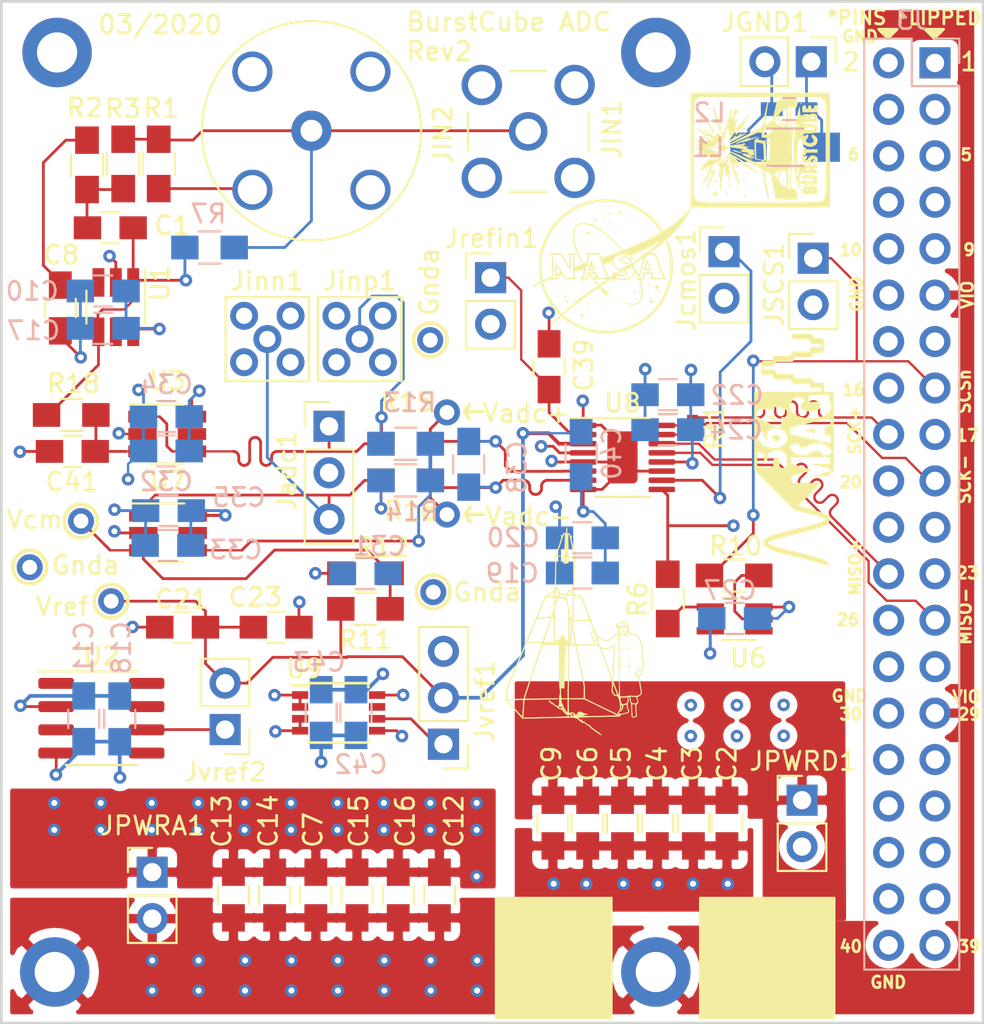
<source format=kicad_pcb>
(kicad_pcb (version 20171130) (host pcbnew "(5.1.4)-1")

  (general
    (thickness 1.6)
    (drawings 55)
    (tracks 750)
    (zones 0)
    (modules 81)
    (nets 29)
  )

  (page A4)
  (layers
    (0 F.Cu mixed)
    (1 In1.Cu mixed hide)
    (2 In2.Cu mixed hide)
    (31 B.Cu mixed)
    (32 B.Adhes user hide)
    (33 F.Adhes user)
    (34 B.Paste user hide)
    (35 F.Paste user hide)
    (36 B.SilkS user)
    (37 F.SilkS user)
    (38 B.Mask user hide)
    (39 F.Mask user hide)
    (40 Dwgs.User user hide)
    (41 Cmts.User user hide)
    (42 Eco1.User user)
    (43 Eco2.User user)
    (44 Edge.Cuts user)
    (45 Margin user hide)
    (46 B.CrtYd user hide)
    (47 F.CrtYd user hide)
    (48 B.Fab user hide)
    (49 F.Fab user hide)
  )

  (setup
    (last_trace_width 0.1524)
    (user_trace_width 0.127)
    (user_trace_width 0.1524)
    (user_trace_width 0.2032)
    (user_trace_width 0.254)
    (user_trace_width 0.3048)
    (user_trace_width 0.381)
    (user_trace_width 0.508)
    (user_trace_width 0.635)
    (trace_clearance 0.1524)
    (zone_clearance 0.4064)
    (zone_45_only yes)
    (trace_min 0.127)
    (via_size 0.6858)
    (via_drill 0.3302)
    (via_min_size 0.508)
    (via_min_drill 0.3048)
    (user_via 0.6858 0.3302)
    (user_via 0.8128 0.4064)
    (user_via 1.2192 0.6096)
    (user_via 1.4224 0.8128)
    (blind_buried_vias_allowed yes)
    (uvia_size 0.3302)
    (uvia_drill 0.2032)
    (uvias_allowed yes)
    (uvia_min_size 0.2032)
    (uvia_min_drill 0.1016)
    (edge_width 0.15)
    (segment_width 0.2)
    (pcb_text_width 0.3)
    (pcb_text_size 1.5 1.5)
    (mod_edge_width 0.15)
    (mod_text_size 1 1)
    (mod_text_width 0.15)
    (pad_size 3.8 3.8)
    (pad_drill 2.2)
    (pad_to_mask_clearance 0.2)
    (aux_axis_origin 0 0)
    (visible_elements 7EFEFE7F)
    (pcbplotparams
      (layerselection 0x010fc_ffffffff)
      (usegerberextensions false)
      (usegerberattributes false)
      (usegerberadvancedattributes false)
      (creategerberjobfile false)
      (excludeedgelayer true)
      (linewidth 0.100000)
      (plotframeref false)
      (viasonmask false)
      (mode 1)
      (useauxorigin false)
      (hpglpennumber 1)
      (hpglpenspeed 20)
      (hpglpendiameter 15.000000)
      (psnegative false)
      (psa4output false)
      (plotreference true)
      (plotvalue true)
      (plotinvisibletext false)
      (padsonsilk false)
      (subtractmaskfromsilk false)
      (outputformat 1)
      (mirror false)
      (drillshape 0)
      (scaleselection 1)
      (outputdirectory "./gerbers"))
  )

  (net 0 "")
  (net 1 GND)
  (net 2 VDD)
  (net 3 GNDA)
  (net 4 "Net-(R6-Pad1)")
  (net 5 +3.3VA)
  (net 6 "Net-(C8-Pad1)")
  (net 7 "Net-(C1-Pad1)")
  (net 8 "Net-(R10-Pad1)")
  (net 9 /Vin)
  (net 10 /Vsklpf)
  (net 11 /REFOUT)
  (net 12 /Vcm)
  (net 13 /Vadc+)
  (net 14 /Vadc-)
  (net 15 /REFIN)
  (net 16 /Vlpf)
  (net 17 /CMOSn_LVDS)
  (net 18 /SCSn_ADC)
  (net 19 "Net-(R13-Pad1)")
  (net 20 /V6655)
  (net 21 /Vadr44X)
  (net 22 /SCSn_FPGA)
  (net 23 /SCK_FPGA+)
  (net 24 /SCK_FPGA-)
  (net 25 /MISO_FPGA+)
  (net 26 /MISO_FPGA-)
  (net 27 "Net-(Jadc1-Pad1)")
  (net 28 "Net-(Jadc1-Pad3)")

  (net_class Default "This is the default net class."
    (clearance 0.1524)
    (trace_width 0.1524)
    (via_dia 0.6858)
    (via_drill 0.3302)
    (uvia_dia 0.3302)
    (uvia_drill 0.2032)
    (add_net +3.3VA)
    (add_net /CMOSn_LVDS)
    (add_net /MISO_FPGA+)
    (add_net /MISO_FPGA-)
    (add_net /REFIN)
    (add_net /REFOUT)
    (add_net /SCK_FPGA+)
    (add_net /SCK_FPGA-)
    (add_net /SCSn_ADC)
    (add_net /SCSn_FPGA)
    (add_net /V6655)
    (add_net /Vadc+)
    (add_net /Vadc-)
    (add_net /Vadr44X)
    (add_net /Vcm)
    (add_net /Vin)
    (add_net /Vlpf)
    (add_net /Vsklpf)
    (add_net GND)
    (add_net GNDA)
    (add_net "Net-(C1-Pad1)")
    (add_net "Net-(C8-Pad1)")
    (add_net "Net-(J3-Pad1)")
    (add_net "Net-(J3-Pad10)")
    (add_net "Net-(J3-Pad13)")
    (add_net "Net-(J3-Pad14)")
    (add_net "Net-(J3-Pad16)")
    (add_net "Net-(J3-Pad17)")
    (add_net "Net-(J3-Pad20)")
    (add_net "Net-(J3-Pad21)")
    (add_net "Net-(J3-Pad22)")
    (add_net "Net-(J3-Pad23)")
    (add_net "Net-(J3-Pad26)")
    (add_net "Net-(J3-Pad27)")
    (add_net "Net-(J3-Pad28)")
    (add_net "Net-(J3-Pad3)")
    (add_net "Net-(J3-Pad31)")
    (add_net "Net-(J3-Pad32)")
    (add_net "Net-(J3-Pad33)")
    (add_net "Net-(J3-Pad34)")
    (add_net "Net-(J3-Pad35)")
    (add_net "Net-(J3-Pad36)")
    (add_net "Net-(J3-Pad37)")
    (add_net "Net-(J3-Pad38)")
    (add_net "Net-(J3-Pad39)")
    (add_net "Net-(J3-Pad4)")
    (add_net "Net-(J3-Pad5)")
    (add_net "Net-(J3-Pad6)")
    (add_net "Net-(J3-Pad7)")
    (add_net "Net-(J3-Pad8)")
    (add_net "Net-(J3-Pad9)")
    (add_net "Net-(Jadc1-Pad1)")
    (add_net "Net-(Jadc1-Pad3)")
    (add_net "Net-(R10-Pad1)")
    (add_net "Net-(R13-Pad1)")
    (add_net "Net-(R6-Pad1)")
    (add_net "Net-(U1-Pad5)")
    (add_net "Net-(U2-Pad1)")
    (add_net "Net-(U2-Pad3)")
    (add_net "Net-(U2-Pad5)")
    (add_net "Net-(U2-Pad7)")
    (add_net "Net-(U2-Pad8)")
    (add_net "Net-(U3-Pad5)")
    (add_net "Net-(U6-Pad1)")
    (add_net "Net-(U7-Pad5)")
    (add_net VDD)
  )

  (net_class 10mil ""
    (clearance 0.1524)
    (trace_width 0.1524)
    (via_dia 0.8128)
    (via_drill 0.4064)
    (uvia_dia 0.3048)
    (uvia_drill 0.2032)
  )

  (net_class 15mil ""
    (clearance 0.1524)
    (trace_width 0.381)
    (via_dia 0.8128)
    (via_drill 0.4064)
    (uvia_dia 0.3048)
    (uvia_drill 0.2032)
  )

  (net_class 20mil ""
    (clearance 0.1524)
    (trace_width 0.508)
    (via_dia 1.2192)
    (via_drill 0.6096)
    (uvia_dia 0.3302)
    (uvia_drill 0.2032)
  )

  (net_class 25mil ""
    (clearance 0.1524)
    (trace_width 0.1524)
    (via_dia 1.4224)
    (via_drill 0.8128)
    (uvia_dia 0.3302)
    (uvia_drill 0.2032)
  )

  (net_class 6mil ""
    (clearance 0.1524)
    (trace_width 0.1524)
    (via_dia 0.6858)
    (via_drill 0.3302)
    (uvia_dia 0.3302)
    (uvia_drill 0.2032)
  )

  (net_class 8mil ""
    (clearance 0.1524)
    (trace_width 0.2032)
    (via_dia 0.6858)
    (via_drill 0.3302)
    (uvia_dia 0.3302)
    (uvia_drill 0.2032)
  )

  (module MSAG_Misc:BurstCube_bwA_0p3in (layer F.Cu) (tedit 0) (tstamp 5E61A18F)
    (at 180.086 99.568 90)
    (fp_text reference G*** (at 0 0 90) (layer F.SilkS) hide
      (effects (font (size 1.524 1.524) (thickness 0.3)))
    )
    (fp_text value LOGO (at 0.75 0 90) (layer F.SilkS) hide
      (effects (font (size 1.524 1.524) (thickness 0.3)))
    )
    (fp_poly (pts (xy 1.473822 -3.311806) (xy 1.480177 -3.304411) (xy 1.477361 -3.267512) (xy 1.469966 -3.261157)
      (xy 1.433068 -3.263973) (xy 1.426712 -3.271368) (xy 1.429528 -3.308266) (xy 1.436923 -3.314622)
      (xy 1.473822 -3.311806)) (layer F.SilkS) (width 0.01))
    (fp_poly (pts (xy -1.382889 -3.175) (xy -1.355965 -3.14964) (xy -1.354666 -3.145113) (xy -1.376502 -3.132991)
      (xy -1.382889 -3.132667) (xy -1.410026 -3.154363) (xy -1.411111 -3.162555) (xy -1.393821 -3.17941)
      (xy -1.382889 -3.175)) (layer F.SilkS) (width 0.01))
    (fp_poly (pts (xy 1.844831 -3.246114) (xy 1.878657 -3.197544) (xy 1.884332 -3.136447) (xy 1.861542 -3.088978)
      (xy 1.808863 -3.05325) (xy 1.737996 -3.063063) (xy 1.728611 -3.066692) (xy 1.69908 -3.104508)
      (xy 1.6966 -3.166312) (xy 1.719877 -3.227282) (xy 1.738032 -3.247519) (xy 1.794181 -3.267619)
      (xy 1.844831 -3.246114)) (layer F.SilkS) (width 0.01))
    (fp_poly (pts (xy 2.334746 -2.855169) (xy 2.342445 -2.822223) (xy 2.322361 -2.77682) (xy 2.279586 -2.766903)
      (xy 2.243667 -2.794) (xy 2.239989 -2.841337) (xy 2.27669 -2.874425) (xy 2.301777 -2.878667)
      (xy 2.334746 -2.855169)) (layer F.SilkS) (width 0.01))
    (fp_poly (pts (xy -2.12143 -2.836089) (xy -2.116666 -2.823888) (xy -2.13534 -2.787035) (xy -2.171536 -2.77821)
      (xy -2.183286 -2.78536) (xy -2.200454 -2.826328) (xy -2.170247 -2.849626) (xy -2.159 -2.850445)
      (xy -2.12143 -2.836089)) (layer F.SilkS) (width 0.01))
    (fp_poly (pts (xy 1.635743 -2.950053) (xy 1.567081 -2.895129) (xy 1.454211 -2.811166) (xy 1.296112 -2.697228)
      (xy 1.179956 -2.61468) (xy 1.08671 -2.54979) (xy 1.028363 -2.514388) (xy 0.994218 -2.50469)
      (xy 0.973579 -2.516911) (xy 0.961038 -2.53723) (xy 0.950758 -2.555225) (xy 0.945831 -2.570438)
      (xy 0.951925 -2.586745) (xy 0.974708 -2.608023) (xy 1.01985 -2.638147) (xy 1.093017 -2.680996)
      (xy 1.19988 -2.740444) (xy 1.346105 -2.82037) (xy 1.488722 -2.898105) (xy 1.586687 -2.949966)
      (xy 1.644526 -2.976535) (xy 1.661218 -2.976877) (xy 1.635743 -2.950053)) (layer F.SilkS) (width 0.01))
    (fp_poly (pts (xy -2.049222 -2.921022) (xy -1.974635 -2.899752) (xy -1.864595 -2.864036) (xy -1.727754 -2.816675)
      (xy -1.581886 -2.763844) (xy -1.402053 -2.696168) (xy -1.27005 -2.643295) (xy -1.180058 -2.602477)
      (xy -1.126263 -2.570963) (xy -1.102845 -2.546007) (xy -1.100666 -2.53647) (xy -1.108709 -2.491147)
      (xy -1.138877 -2.476538) (xy -1.200228 -2.4923) (xy -1.284111 -2.529538) (xy -1.365282 -2.568023)
      (xy -1.482091 -2.622891) (xy -1.618942 -2.686835) (xy -1.760238 -2.752552) (xy -1.760758 -2.752793)
      (xy -1.883643 -2.811531) (xy -1.983753 -2.862711) (xy -2.052154 -2.901509) (xy -2.079912 -2.923101)
      (xy -2.079699 -2.925042) (xy -2.049222 -2.921022)) (layer F.SilkS) (width 0.01))
    (fp_poly (pts (xy -1.641337 -2.491068) (xy -1.620764 -2.448156) (xy -1.629426 -2.41576) (xy -1.677886 -2.399386)
      (xy -1.72738 -2.417243) (xy -1.735666 -2.427112) (xy -1.739214 -2.474551) (xy -1.70326 -2.507886)
      (xy -1.680576 -2.511778) (xy -1.641337 -2.491068)) (layer F.SilkS) (width 0.01))
    (fp_poly (pts (xy -2.374033 -2.583712) (xy -2.329056 -2.557181) (xy -2.2701 -2.493515) (xy -2.263731 -2.420801)
      (xy -2.302127 -2.358572) (xy -2.363442 -2.319205) (xy -2.431113 -2.328632) (xy -2.462389 -2.344706)
      (xy -2.503837 -2.396969) (xy -2.506081 -2.468739) (xy -2.469744 -2.539526) (xy -2.456056 -2.553457)
      (xy -2.412239 -2.586254) (xy -2.374033 -2.583712)) (layer F.SilkS) (width 0.01))
    (fp_poly (pts (xy 2.429201 -2.571663) (xy 2.368133 -2.547973) (xy 2.279054 -2.516944) (xy 2.17506 -2.482792)
      (xy 2.069242 -2.449735) (xy 1.974694 -2.421989) (xy 1.904509 -2.403772) (xy 1.875048 -2.398889)
      (xy 1.833372 -2.386429) (xy 1.76169 -2.354519) (xy 1.710563 -2.328551) (xy 1.63321 -2.294953)
      (xy 1.520541 -2.255144) (xy 1.38789 -2.213531) (xy 1.25059 -2.174523) (xy 1.123975 -2.142528)
      (xy 1.023378 -2.121953) (xy 0.973539 -2.116667) (xy 0.93802 -2.137058) (xy 0.936588 -2.166056)
      (xy 0.95327 -2.193201) (xy 0.998204 -2.213769) (xy 1.081733 -2.23118) (xy 1.17149 -2.243667)
      (xy 1.284522 -2.259348) (xy 1.353063 -2.27461) (xy 1.388844 -2.294042) (xy 1.403598 -2.322232)
      (xy 1.406019 -2.335389) (xy 1.414967 -2.384996) (xy 1.42013 -2.399102) (xy 1.448062 -2.404273)
      (xy 1.522608 -2.418517) (xy 1.634971 -2.440141) (xy 1.776358 -2.467453) (xy 1.931286 -2.497464)
      (xy 2.092757 -2.528046) (xy 2.234227 -2.553441) (xy 2.346763 -2.57216) (xy 2.421428 -2.582714)
      (xy 2.449167 -2.583797) (xy 2.429201 -2.571663)) (layer F.SilkS) (width 0.01))
    (fp_poly (pts (xy 1.510088 -2.156206) (xy 1.517782 -2.144358) (xy 1.53119 -2.090877) (xy 1.510153 -2.054791)
      (xy 1.470312 -2.050459) (xy 1.440275 -2.073199) (xy 1.420663 -2.116267) (xy 1.445688 -2.155276)
      (xy 1.481358 -2.179601) (xy 1.510088 -2.156206)) (layer F.SilkS) (width 0.01))
    (fp_poly (pts (xy 2.587203 -2.014262) (xy 2.591035 -2.005895) (xy 2.577412 -1.980161) (xy 2.554111 -1.975556)
      (xy 2.518987 -1.989876) (xy 2.517187 -2.005895) (xy 2.546323 -2.035053) (xy 2.554111 -2.036234)
      (xy 2.587203 -2.014262)) (layer F.SilkS) (width 0.01))
    (fp_poly (pts (xy 1.893818 -1.842804) (xy 1.907711 -1.807438) (xy 1.895298 -1.794837) (xy 1.85707 -1.797332)
      (xy 1.84768 -1.80764) (xy 1.841097 -1.847706) (xy 1.868398 -1.858497) (xy 1.893818 -1.842804)) (layer F.SilkS) (width 0.01))
    (fp_poly (pts (xy -2.318985 -1.848312) (xy -2.314222 -1.836111) (xy -2.332896 -1.799257) (xy -2.369092 -1.790432)
      (xy -2.380841 -1.797583) (xy -2.398009 -1.83855) (xy -2.367802 -1.861848) (xy -2.356555 -1.862667)
      (xy -2.318985 -1.848312)) (layer F.SilkS) (width 0.01))
    (fp_poly (pts (xy 0.13419 -2.272148) (xy 0.16888 -2.187952) (xy 0.237808 -2.107875) (xy 0.322542 -2.049215)
      (xy 0.393139 -2.029119) (xy 0.435254 -2.025551) (xy 0.430339 -2.016608) (xy 0.374909 -1.997253)
      (xy 0.370019 -1.995689) (xy 0.257426 -1.938687) (xy 0.174518 -1.855217) (xy 0.134591 -1.75872)
      (xy 0.134421 -1.757489) (xy 0.123854 -1.679223) (xy 0.099994 -1.763889) (xy 0.03905 -1.881238)
      (xy -0.063846 -1.966727) (xy -0.141883 -1.998798) (xy -0.201627 -2.017206) (xy -0.210111 -2.025839)
      (xy -0.170676 -2.029236) (xy -0.164443 -2.029455) (xy -0.073717 -2.05691) (xy 0.013541 -2.122646)
      (xy 0.079102 -2.210464) (xy 0.099799 -2.264281) (xy 0.122208 -2.356556) (xy 0.13419 -2.272148)) (layer F.SilkS) (width 0.01))
    (fp_poly (pts (xy -1.837841 -1.683315) (xy -1.821629 -1.641259) (xy -1.844463 -1.612064) (xy -1.886519 -1.595852)
      (xy -1.915714 -1.618686) (xy -1.931926 -1.660742) (xy -1.909092 -1.689937) (xy -1.867036 -1.706149)
      (xy -1.837841 -1.683315)) (layer F.SilkS) (width 0.01))
    (fp_poly (pts (xy -1.997512 -1.308028) (xy -1.991156 -1.300633) (xy -1.993972 -1.263735) (xy -2.001367 -1.257379)
      (xy -2.038266 -1.260195) (xy -2.044621 -1.26759) (xy -2.041805 -1.304489) (xy -2.03441 -1.310844)
      (xy -1.997512 -1.308028)) (layer F.SilkS) (width 0.01))
    (fp_poly (pts (xy -0.011635 -1.488599) (xy -0.01228 -1.456434) (xy -0.02807 -1.386737) (xy -0.054285 -1.294206)
      (xy -0.086204 -1.193537) (xy -0.119108 -1.099428) (xy -0.148276 -1.026573) (xy -0.168989 -0.989671)
      (xy -0.172481 -0.987778) (xy -0.174276 -1.012847) (xy -0.16254 -1.079995) (xy -0.13962 -1.177138)
      (xy -0.125148 -1.231554) (xy -0.088715 -1.360385) (xy -0.062338 -1.442308) (xy -0.042532 -1.48521)
      (xy -0.025814 -1.496978) (xy -0.011635 -1.488599)) (layer F.SilkS) (width 0.01))
    (fp_poly (pts (xy 1.177459 -0.9479) (xy 1.189081 -0.938875) (xy 1.206986 -0.892463) (xy 1.194583 -0.842996)
      (xy 1.159312 -0.818511) (xy 1.157111 -0.818445) (xy 1.122263 -0.841096) (xy 1.110145 -0.862675)
      (xy 1.108953 -0.914844) (xy 1.137021 -0.948686) (xy 1.177459 -0.9479)) (layer F.SilkS) (width 0.01))
    (fp_poly (pts (xy 0.40801 -1.707373) (xy 0.461898 -1.666227) (xy 0.533888 -1.605502) (xy 0.61287 -1.535156)
      (xy 0.687735 -1.46515) (xy 0.747372 -1.405442) (xy 0.780671 -1.365993) (xy 0.783722 -1.360056)
      (xy 0.774992 -1.338689) (xy 0.750247 -1.343556) (xy 0.714979 -1.350537) (xy 0.711409 -1.329383)
      (xy 0.741226 -1.275152) (xy 0.804334 -1.185334) (xy 0.866703 -1.095622) (xy 0.897452 -1.040585)
      (xy 0.895578 -1.023227) (xy 0.860081 -1.046549) (xy 0.846667 -1.058334) (xy 0.803904 -1.091828)
      (xy 0.793763 -1.084209) (xy 0.816297 -1.033656) (xy 0.849176 -0.975752) (xy 0.882815 -0.906187)
      (xy 0.896083 -0.853846) (xy 0.890004 -0.828699) (xy 0.865599 -0.840713) (xy 0.838883 -0.875466)
      (xy 0.798085 -0.941886) (xy 0.742553 -1.037848) (xy 0.677546 -1.153612) (xy 0.608325 -1.279437)
      (xy 0.540151 -1.405583) (xy 0.478285 -1.522307) (xy 0.427988 -1.61987) (xy 0.394519 -1.68853)
      (xy 0.383139 -1.718547) (xy 0.383334 -1.718981) (xy 0.40801 -1.707373)) (layer F.SilkS) (width 0.01))
    (fp_poly (pts (xy -1.644763 -0.9479) (xy -1.633141 -0.938875) (xy -1.615236 -0.892463) (xy -1.627639 -0.842996)
      (xy -1.66291 -0.818511) (xy -1.665111 -0.818445) (xy -1.699959 -0.841096) (xy -1.712077 -0.862675)
      (xy -1.713269 -0.914844) (xy -1.685202 -0.948686) (xy -1.644763 -0.9479)) (layer F.SilkS) (width 0.01))
    (fp_poly (pts (xy -2.491429 -0.891455) (xy -2.479808 -0.882431) (xy -2.461902 -0.836018) (xy -2.474306 -0.786552)
      (xy -2.509577 -0.762066) (xy -2.511778 -0.762) (xy -2.546626 -0.784652) (xy -2.558744 -0.806231)
      (xy -2.559936 -0.8584) (xy -2.531868 -0.892242) (xy -2.491429 -0.891455)) (layer F.SilkS) (width 0.01))
    (fp_poly (pts (xy 2.615425 -0.744262) (xy 2.619258 -0.735895) (xy 2.605634 -0.710161) (xy 2.582334 -0.705556)
      (xy 2.547209 -0.719876) (xy 2.545409 -0.735895) (xy 2.574546 -0.765053) (xy 2.582334 -0.766234)
      (xy 2.615425 -0.744262)) (layer F.SilkS) (width 0.01))
    (fp_poly (pts (xy 0.323276 -3.444579) (xy 0.339197 -3.371525) (xy 0.340951 -3.337278) (xy 0.343235 -3.203223)
      (xy 0.400919 -3.337278) (xy 0.44137 -3.413823) (xy 0.481488 -3.462265) (xy 0.500617 -3.471334)
      (xy 0.524822 -3.447051) (xy 0.527493 -3.373582) (xy 0.508547 -3.249991) (xy 0.467899 -3.075344)
      (xy 0.463486 -3.058292) (xy 0.438855 -2.939316) (xy 0.439557 -2.870082) (xy 0.465178 -2.85097)
      (xy 0.515307 -2.882358) (xy 0.579212 -2.951867) (xy 0.637239 -3.016991) (xy 0.680245 -3.054635)
      (xy 0.697686 -3.057498) (xy 0.690881 -3.0207) (xy 0.66473 -2.946681) (xy 0.624259 -2.849131)
      (xy 0.607458 -2.811564) (xy 0.562243 -2.710677) (xy 0.527777 -2.630595) (xy 0.509539 -2.584177)
      (xy 0.508 -2.578142) (xy 0.527546 -2.586882) (xy 0.578812 -2.624356) (xy 0.650737 -2.682473)
      (xy 0.6514 -2.683028) (xy 0.728284 -2.750073) (xy 0.769215 -2.797482) (xy 0.782861 -2.840185)
      (xy 0.777891 -2.893113) (xy 0.7768 -2.899032) (xy 0.771685 -2.944733) (xy 0.779255 -2.987582)
      (xy 0.805349 -3.038268) (xy 0.855809 -3.10748) (xy 0.936477 -3.205908) (xy 0.95937 -3.233154)
      (xy 1.042781 -3.329311) (xy 1.114703 -3.406874) (xy 1.166602 -3.45697) (xy 1.188413 -3.471334)
      (xy 1.202292 -3.468438) (xy 1.202658 -3.454001) (xy 1.185052 -3.419401) (xy 1.145012 -3.356016)
      (xy 1.078078 -3.255223) (xy 1.071609 -3.245556) (xy 1.008434 -3.147769) (xy 0.951207 -3.053453)
      (xy 0.919589 -2.996702) (xy 0.889919 -2.936469) (xy 0.887716 -2.916263) (xy 0.914317 -2.926083)
      (xy 0.92805 -2.933354) (xy 0.980793 -2.96926) (xy 1.001889 -2.991556) (xy 1.038908 -3.026276)
      (xy 1.077422 -3.050664) (xy 1.107411 -3.064928) (xy 1.118858 -3.062999) (xy 1.108319 -3.038983)
      (xy 1.072349 -2.986989) (xy 1.007506 -2.901124) (xy 0.935649 -2.808112) (xy 0.845753 -2.68499)
      (xy 0.775316 -2.574275) (xy 0.729038 -2.48458) (xy 0.711622 -2.424522) (xy 0.716573 -2.406687)
      (xy 0.750227 -2.405121) (xy 0.812402 -2.420804) (xy 0.817004 -2.42238) (xy 0.876356 -2.438906)
      (xy 0.899786 -2.428663) (xy 0.903111 -2.403066) (xy 0.921232 -2.341111) (xy 0.936508 -2.320338)
      (xy 0.955353 -2.299875) (xy 0.956913 -2.28358) (xy 0.932612 -2.265205) (xy 0.873877 -2.238498)
      (xy 0.772133 -2.19721) (xy 0.762 -2.193139) (xy 0.578556 -2.119418) (xy 0.727608 -2.118042)
      (xy 0.832913 -2.109656) (xy 0.885942 -2.086544) (xy 0.891838 -2.077115) (xy 0.929352 -2.037962)
      (xy 0.964348 -2.02257) (xy 1.002347 -1.999109) (xy 1.003063 -1.977456) (xy 1.007101 -1.950704)
      (xy 1.022419 -1.947334) (xy 1.064526 -1.938709) (xy 1.145909 -1.915578) (xy 1.252561 -1.882055)
      (xy 1.313362 -1.86188) (xy 1.453977 -1.816317) (xy 1.622651 -1.764538) (xy 1.792833 -1.714595)
      (xy 1.876778 -1.691013) (xy 2.029944 -1.648748) (xy 2.136538 -1.618727) (xy 2.20443 -1.598304)
      (xy 2.241494 -1.584834) (xy 2.255601 -1.575668) (xy 2.254624 -1.568162) (xy 2.251716 -1.564975)
      (xy 2.219605 -1.563186) (xy 2.144535 -1.569771) (xy 2.039153 -1.583412) (xy 1.962058 -1.59517)
      (xy 1.815607 -1.616799) (xy 1.720137 -1.626498) (xy 1.676711 -1.624317) (xy 1.686392 -1.610306)
      (xy 1.748337 -1.585176) (xy 1.811719 -1.556711) (xy 1.832683 -1.534952) (xy 1.808768 -1.527745)
      (xy 1.763889 -1.53559) (xy 1.706562 -1.54507) (xy 1.697474 -1.534577) (xy 1.733614 -1.507792)
      (xy 1.811973 -1.468396) (xy 1.822789 -1.463562) (xy 1.908654 -1.430157) (xy 1.969155 -1.422375)
      (xy 2.027845 -1.437677) (xy 2.035176 -1.440649) (xy 2.100374 -1.460085) (xy 2.146923 -1.446308)
      (xy 2.173832 -1.424571) (xy 2.222582 -1.35383) (xy 2.220225 -1.283051) (xy 2.195689 -1.247423)
      (xy 2.128657 -1.215125) (xy 2.053015 -1.227073) (xy 1.990057 -1.279641) (xy 1.987929 -1.282803)
      (xy 1.919197 -1.34325) (xy 1.803285 -1.392453) (xy 1.792435 -1.395692) (xy 1.680861 -1.425217)
      (xy 1.614006 -1.436431) (xy 1.594582 -1.429312) (xy 1.625303 -1.403836) (xy 1.636889 -1.397)
      (xy 1.676835 -1.367878) (xy 1.66974 -1.356557) (xy 1.622534 -1.36431) (xy 1.564257 -1.383679)
      (xy 1.498237 -1.403736) (xy 1.478992 -1.397885) (xy 1.505108 -1.369607) (xy 1.575171 -1.322384)
      (xy 1.593615 -1.311393) (xy 1.663941 -1.267351) (xy 1.70674 -1.234986) (xy 1.71347 -1.224285)
      (xy 1.684081 -1.228733) (xy 1.617128 -1.250572) (xy 1.526989 -1.285103) (xy 1.525217 -1.285822)
      (xy 1.429378 -1.320294) (xy 1.350635 -1.340587) (xy 1.307012 -1.342419) (xy 1.255738 -1.343852)
      (xy 1.186146 -1.368424) (xy 1.180923 -1.371059) (xy 1.120941 -1.398104) (xy 1.086851 -1.406009)
      (xy 1.085351 -1.405203) (xy 1.102613 -1.38464) (xy 1.15661 -1.333019) (xy 1.241165 -1.255948)
      (xy 1.350099 -1.159038) (xy 1.477235 -1.047899) (xy 1.511307 -1.018403) (xy 1.642703 -0.904391)
      (xy 1.758231 -0.80322) (xy 1.851538 -0.72053) (xy 1.916273 -0.66196) (xy 1.946082 -0.633151)
      (xy 1.947334 -0.631281) (xy 1.937599 -0.622384) (xy 1.904356 -0.634459) (xy 1.841545 -0.670886)
      (xy 1.743107 -0.735043) (xy 1.658056 -0.792597) (xy 1.557542 -0.859153) (xy 1.476737 -0.908787)
      (xy 1.425088 -0.935946) (xy 1.411111 -0.937755) (xy 1.428817 -0.899544) (xy 1.444978 -0.880534)
      (xy 1.463981 -0.852073) (xy 1.45827 -0.846667) (xy 1.42762 -0.862985) (xy 1.363105 -0.906761)
      (xy 1.274968 -0.970231) (xy 1.173449 -1.04563) (xy 1.068791 -1.125194) (xy 0.971234 -1.201158)
      (xy 0.89102 -1.265757) (xy 0.83839 -1.311227) (xy 0.823148 -1.328194) (xy 0.83126 -1.352726)
      (xy 0.875086 -1.350379) (xy 0.942369 -1.324013) (xy 1.008838 -1.284859) (xy 1.083886 -1.239661)
      (xy 1.123685 -1.228768) (xy 1.124548 -1.25282) (xy 1.117227 -1.266038) (xy 1.087843 -1.293228)
      (xy 1.02268 -1.343854) (xy 0.93265 -1.409635) (xy 0.867457 -1.45556) (xy 0.768294 -1.524634)
      (xy 0.687604 -1.581173) (xy 0.635896 -1.617794) (xy 0.622771 -1.627449) (xy 0.628355 -1.652798)
      (xy 0.642094 -1.669384) (xy 0.680876 -1.684118) (xy 0.748377 -1.669916) (xy 0.788951 -1.654802)
      (xy 0.876475 -1.621939) (xy 0.929558 -1.614585) (xy 0.965953 -1.63676) (xy 1.003411 -1.692483)
      (xy 1.010845 -1.705045) (xy 1.049471 -1.764654) (xy 1.085117 -1.787545) (xy 1.140608 -1.782468)
      (xy 1.18473 -1.77172) (xy 1.275408 -1.756195) (xy 1.326335 -1.767445) (xy 1.331884 -1.772151)
      (xy 1.334778 -1.795203) (xy 1.28735 -1.812838) (xy 1.252509 -1.819073) (xy 1.050615 -1.851465)
      (xy 0.898098 -1.879647) (xy 0.788204 -1.905369) (xy 0.714181 -1.930379) (xy 0.669275 -1.956427)
      (xy 0.652725 -1.974411) (xy 0.59642 -2.019736) (xy 0.546891 -2.032) (xy 0.492365 -2.047663)
      (xy 0.479778 -2.075327) (xy 0.465022 -2.130051) (xy 0.435439 -2.186323) (xy 0.407075 -2.251597)
      (xy 0.421364 -2.310543) (xy 0.421404 -2.310617) (xy 0.432909 -2.358308) (xy 0.420259 -2.389083)
      (xy 0.394193 -2.386747) (xy 0.381285 -2.371128) (xy 0.345168 -2.343013) (xy 0.316521 -2.363669)
      (xy 0.310445 -2.397224) (xy 0.296139 -2.455349) (xy 0.260875 -2.467707) (xy 0.225778 -2.441223)
      (xy 0.18452 -2.411566) (xy 0.15892 -2.430587) (xy 0.155919 -2.491195) (xy 0.15899 -2.50945)
      (xy 0.160894 -2.57532) (xy 0.143459 -2.609105) (xy 0.12647 -2.650058) (xy 0.120382 -2.743009)
      (xy 0.123179 -2.845361) (xy 0.126934 -2.935723) (xy 0.12713 -2.988017) (xy 0.12384 -2.994464)
      (xy 0.121887 -2.9845) (xy 0.104473 -2.928186) (xy 0.082879 -2.906889) (xy 0.066223 -2.881872)
      (xy 0.057059 -2.819482) (xy 0.056445 -2.795666) (xy 0.049884 -2.720518) (xy 0.03359 -2.67235)
      (xy 0.028222 -2.667) (xy 0.004514 -2.627194) (xy 0 -2.594779) (xy -0.018078 -2.549951)
      (xy -0.042333 -2.54) (xy -0.080039 -2.521702) (xy -0.074882 -2.467245) (xy -0.056085 -2.426441)
      (xy -0.044455 -2.378235) (xy -0.081419 -2.344186) (xy -0.082452 -2.34363) (xy -0.130809 -2.320191)
      (xy -0.148865 -2.314223) (xy -0.170537 -2.334482) (xy -0.220161 -2.389258) (xy -0.289747 -2.469545)
      (xy -0.350988 -2.541992) (xy -0.430019 -2.634474) (xy -0.495043 -2.706929) (xy -0.538204 -2.75083)
      (xy -0.551604 -2.759803) (xy -0.551383 -2.729021) (xy -0.539111 -2.663232) (xy -0.531312 -2.630669)
      (xy -0.501089 -2.549265) (xy -0.448693 -2.481179) (xy -0.359737 -2.407751) (xy -0.359061 -2.407255)
      (xy -0.280842 -2.342784) (xy -0.251538 -2.303504) (xy -0.268199 -2.292334) (xy -0.327876 -2.312192)
      (xy -0.410845 -2.356015) (xy -0.489282 -2.396551) (xy -0.550758 -2.418674) (xy -0.572028 -2.41988)
      (xy -0.566582 -2.401741) (xy -0.521158 -2.364313) (xy -0.445323 -2.315345) (xy -0.436744 -2.310292)
      (xy -0.350497 -2.253845) (xy -0.286493 -2.200583) (xy -0.258606 -2.162076) (xy -0.258612 -2.137911)
      (xy -0.277385 -2.124967) (xy -0.325571 -2.121794) (xy -0.413819 -2.12694) (xy -0.477293 -2.132266)
      (xy -0.602422 -2.140163) (xy -0.676251 -2.135996) (xy -0.703013 -2.117805) (xy -0.686938 -2.083631)
      (xy -0.653944 -2.050486) (xy -0.585932 -2.017361) (xy -0.482217 -2.000414) (xy -0.463444 -1.99955)
      (xy -0.397212 -1.995687) (xy -0.382777 -1.990123) (xy -0.409222 -1.985042) (xy -0.53708 -1.967662)
      (xy -0.618023 -1.951066) (xy -0.661457 -1.932317) (xy -0.676789 -1.908478) (xy -0.677333 -1.901314)
      (xy -0.669741 -1.879878) (xy -0.6397 -1.869443) (xy -0.57631 -1.868838) (xy -0.468671 -1.876891)
      (xy -0.458611 -1.877802) (xy -0.358919 -1.884773) (xy -0.288173 -1.885589) (xy -0.25831 -1.880254)
      (xy -0.258855 -1.877707) (xy -0.299516 -1.857471) (xy -0.383463 -1.830221) (xy -0.498411 -1.798822)
      (xy -0.632072 -1.766142) (xy -0.772162 -1.735049) (xy -0.906395 -1.708409) (xy -1.022483 -1.68909)
      (xy -1.105685 -1.680081) (xy -1.213612 -1.671957) (xy -1.306996 -1.66063) (xy -1.359685 -1.650043)
      (xy -1.402249 -1.641725) (xy -1.402814 -1.652811) (xy -1.369252 -1.676267) (xy -1.309435 -1.705059)
      (xy -1.289141 -1.713086) (xy -1.237442 -1.733419) (xy -1.230285 -1.741233) (xy -1.272044 -1.73888)
      (xy -1.326444 -1.733124) (xy -1.436285 -1.720657) (xy -1.546015 -1.707453) (xy -1.565274 -1.705024)
      (xy -1.63761 -1.699008) (xy -1.65881 -1.704931) (xy -1.632433 -1.720803) (xy -1.562042 -1.744633)
      (xy -1.451198 -1.77443) (xy -1.43322 -1.778828) (xy -1.334524 -1.803878) (xy -1.28659 -1.819778)
      (xy -1.284908 -1.828833) (xy -1.32497 -1.833348) (xy -1.326444 -1.833421) (xy -1.386545 -1.838668)
      (xy -1.395871 -1.848487) (xy -1.368778 -1.863102) (xy -1.31348 -1.87974) (xy -1.221681 -1.899915)
      (xy -1.112786 -1.919383) (xy -1.107722 -1.920186) (xy -1.008787 -1.939) (xy -0.936148 -1.958955)
      (xy -0.931438 -1.961445) (xy -0.874889 -1.961445) (xy -0.860778 -1.947334) (xy -0.846666 -1.961445)
      (xy -0.860778 -1.975556) (xy -0.874889 -1.961445) (xy -0.931438 -1.961445) (xy -0.903665 -1.976126)
      (xy -0.903111 -1.978106) (xy -0.928721 -1.991771) (xy -0.995165 -2.001083) (xy -1.068896 -2.003778)
      (xy -1.182939 -2.010691) (xy -1.293139 -2.028371) (xy -1.344063 -2.042333) (xy -1.414093 -2.060894)
      (xy -1.525215 -2.083365) (xy -1.662474 -2.106983) (xy -1.810913 -2.128986) (xy -1.819232 -2.130112)
      (xy -2.005285 -2.156554) (xy -2.135421 -2.178236) (xy -2.209595 -2.195081) (xy -2.227763 -2.207014)
      (xy -2.189882 -2.213959) (xy -2.095907 -2.215839) (xy -1.945795 -2.212579) (xy -1.86525 -2.209629)
      (xy -1.695309 -2.203716) (xy -1.575272 -2.20191) (xy -1.498728 -2.204487) (xy -1.459268 -2.211722)
      (xy -1.45048 -2.223893) (xy -1.452137 -2.227441) (xy -1.452297 -2.246957) (xy -1.414381 -2.253287)
      (xy -1.329981 -2.247696) (xy -1.322554 -2.246936) (xy -1.13261 -2.227749) (xy -0.992354 -2.215014)
      (xy -0.895432 -2.208486) (xy -0.835486 -2.207922) (xy -0.806158 -2.213078) (xy -0.801094 -2.223708)
      (xy -0.802728 -2.22696) (xy -0.845351 -2.255675) (xy -0.860778 -2.257778) (xy -0.908282 -2.275923)
      (xy -0.917453 -2.286374) (xy -0.902135 -2.300672) (xy -0.832326 -2.303977) (xy -0.728618 -2.297923)
      (xy -0.522111 -2.280877) (xy -0.635 -2.353114) (xy -0.691704 -2.394637) (xy -0.713182 -2.421782)
      (xy -0.705555 -2.427495) (xy -0.702045 -2.44511) (xy -0.736785 -2.490393) (xy -0.802993 -2.554877)
      (xy -0.878744 -2.620968) (xy -0.9271 -2.654193) (xy -0.962111 -2.660006) (xy -0.997826 -2.643859)
      (xy -1.010789 -2.635542) (xy -1.054171 -2.61168) (xy -1.091973 -2.611464) (xy -1.142742 -2.639038)
      (xy -1.195573 -2.676834) (xy -1.264743 -2.725243) (xy -1.368084 -2.794536) (xy -1.491918 -2.875664)
      (xy -1.622565 -2.959573) (xy -1.629527 -2.963994) (xy -1.748398 -3.04063) (xy -1.849637 -3.108159)
      (xy -1.923788 -3.160107) (xy -1.961397 -3.190002) (xy -1.96372 -3.192793) (xy -1.945966 -3.190318)
      (xy -1.885942 -3.16574) (xy -1.791633 -3.12266) (xy -1.671022 -3.06468) (xy -1.583402 -3.02126)
      (xy -1.444732 -2.952988) (xy -1.322022 -2.894813) (xy -1.224872 -2.851113) (xy -1.162884 -2.826269)
      (xy -1.146964 -2.822223) (xy -1.099852 -2.81137) (xy -1.023153 -2.783694) (xy -0.974909 -2.76342)
      (xy -0.897402 -2.73243) (xy -0.843365 -2.716964) (xy -0.82905 -2.717543) (xy -0.840434 -2.74288)
      (xy -0.882164 -2.798639) (xy -0.945997 -2.874047) (xy -0.965451 -2.895824) (xy -1.034874 -2.975896)
      (xy -1.063515 -3.017244) (xy -1.051487 -3.020047) (xy -1.038159 -3.012256) (xy -0.97205 -2.973599)
      (xy -0.947057 -2.96913) (xy -0.963263 -3.000135) (xy -1.020747 -3.067897) (xy -1.043186 -3.092479)
      (xy -1.101915 -3.162721) (xy -1.136252 -3.2162) (xy -1.143987 -3.245475) (xy -1.122908 -3.243108)
      (xy -1.077451 -3.207753) (xy -1.023156 -3.1666) (xy -1.003493 -3.168011) (xy -1.022628 -3.208643)
      (xy -1.042569 -3.235753) (xy -1.087254 -3.297775) (xy -1.093663 -3.320954) (xy -1.063391 -3.3064)
      (xy -0.998033 -3.255225) (xy -0.899183 -3.168539) (xy -0.768436 -3.047454) (xy -0.757802 -3.037407)
      (xy -0.645944 -2.933841) (xy -0.546303 -2.845762) (xy -0.466871 -2.779915) (xy -0.415639 -2.743044)
      (xy -0.40256 -2.737556) (xy -0.378725 -2.753338) (xy -0.376599 -2.807641) (xy -0.381509 -2.843389)
      (xy -0.398686 -2.949223) (xy -0.340454 -2.882596) (xy -0.307934 -2.8479) (xy -0.290166 -2.838924)
      (xy -0.287514 -2.861808) (xy -0.300341 -2.922693) (xy -0.329011 -3.02772) (xy -0.354237 -3.115399)
      (xy -0.387679 -3.239692) (xy -0.407539 -3.331919) (xy -0.413828 -3.387478) (xy -0.406558 -3.401769)
      (xy -0.385741 -3.37019) (xy -0.353788 -3.294463) (xy -0.309616 -3.199365) (xy -0.257759 -3.115453)
      (xy -0.237334 -3.090245) (xy -0.171914 -3.019655) (xy -0.153404 -3.11832) (xy -0.143599 -3.219314)
      (xy -0.14632 -3.314846) (xy -0.150291 -3.380678) (xy -0.141883 -3.393884) (xy -0.123115 -3.356415)
      (xy -0.096006 -3.270222) (xy -0.094493 -3.26476) (xy -0.074105 -3.202884) (xy -0.061896 -3.192831)
      (xy -0.059215 -3.210278) (xy -0.046387 -3.259899) (xy -0.028222 -3.273778) (xy -0.009236 -3.298508)
      (xy -0.000136 -3.358976) (xy 0 -3.368261) (xy 0.00551 -3.43298) (xy 0.032445 -3.459416)
      (xy 0.084667 -3.465151) (xy 0.144554 -3.460106) (xy 0.166691 -3.4288) (xy 0.169334 -3.38478)
      (xy 0.179823 -3.319899) (xy 0.204039 -3.305543) (xy 0.231104 -3.341438) (xy 0.244122 -3.386667)
      (xy 0.268244 -3.455972) (xy 0.297127 -3.474002) (xy 0.323276 -3.444579)) (layer F.SilkS) (width 0.01))
    (fp_poly (pts (xy -1.274763 -0.691201) (xy -1.27 -0.678999) (xy -1.288673 -0.642146) (xy -1.324869 -0.633321)
      (xy -1.336619 -0.640471) (xy -1.353787 -0.681439) (xy -1.32358 -0.704737) (xy -1.312333 -0.705556)
      (xy -1.274763 -0.691201)) (layer F.SilkS) (width 0.01))
    (fp_poly (pts (xy 1.33271 -0.57425) (xy 1.339066 -0.566855) (xy 1.33625 -0.529957) (xy 1.328855 -0.523601)
      (xy 1.291957 -0.526418) (xy 1.285601 -0.533812) (xy 1.288417 -0.570711) (xy 1.295812 -0.577066)
      (xy 1.33271 -0.57425)) (layer F.SilkS) (width 0.01))
    (fp_poly (pts (xy 0.20655 -1.65741) (xy 0.240635 -1.618163) (xy 0.266756 -1.525279) (xy 0.285085 -1.377915)
      (xy 0.293726 -1.233472) (xy 0.304667 -1.083277) (xy 0.32338 -0.984691) (xy 0.346898 -0.937139)
      (xy 0.374946 -0.895376) (xy 0.360445 -0.862658) (xy 0.348283 -0.850876) (xy 0.310272 -0.826677)
      (xy 0.284053 -0.842725) (xy 0.263557 -0.905564) (xy 0.254343 -0.952189) (xy 0.243494 -1.0079)
      (xy 0.235573 -1.023124) (xy 0.22739 -0.993041) (xy 0.215759 -0.912829) (xy 0.212558 -0.889)
      (xy 0.193439 -0.766664) (xy 0.175048 -0.684874) (xy 0.15903 -0.647508) (xy 0.147029 -0.658442)
      (xy 0.140753 -0.719667) (xy 0.136817 -0.832556) (xy 0.103686 -0.742859) (xy 0.075089 -0.675475)
      (xy 0.050636 -0.63364) (xy 0.049389 -0.632322) (xy 0.034685 -0.591932) (xy 0.028235 -0.522908)
      (xy 0.028222 -0.519716) (xy 0.023094 -0.441034) (xy 0.011092 -0.383309) (xy -0.020432 -0.347287)
      (xy -0.060378 -0.340793) (xy -0.084362 -0.3662) (xy -0.085099 -0.373945) (xy -0.091508 -0.393937)
      (xy -0.108609 -0.372848) (xy -0.151437 -0.344484) (xy -0.21401 -0.330514) (xy -0.264366 -0.330026)
      (xy -0.287234 -0.347978) (xy -0.291653 -0.398925) (xy -0.289201 -0.451556) (xy -0.282068 -0.578556)
      (xy -0.334686 -0.452857) (xy -0.371817 -0.376869) (xy -0.406434 -0.326448) (xy -0.41943 -0.31645)
      (xy -0.449474 -0.314788) (xy -0.451555 -0.318656) (xy -0.442981 -0.350729) (xy -0.421333 -0.416689)
      (xy -0.409222 -0.451556) (xy -0.379112 -0.545906) (xy -0.369771 -0.596488) (xy -0.38066 -0.600462)
      (xy -0.411238 -0.554985) (xy -0.424316 -0.530996) (xy -0.468557 -0.456416) (xy -0.502064 -0.415428)
      (xy -0.518824 -0.411766) (xy -0.512828 -0.449167) (xy -0.499485 -0.484273) (xy -0.455583 -0.582499)
      (xy -0.40407 -0.688449) (xy -0.350535 -0.791882) (xy -0.300567 -0.882562) (xy -0.259756 -0.95025)
      (xy -0.233691 -0.984707) (xy -0.227188 -0.983075) (xy -0.210238 -0.936731) (xy -0.195278 -0.925871)
      (xy -0.185544 -0.894056) (xy -0.203821 -0.816586) (xy -0.222831 -0.762924) (xy -0.251944 -0.678579)
      (xy -0.267513 -0.617609) (xy -0.267441 -0.596701) (xy -0.254696 -0.604199) (xy -0.254 -0.612894)
      (xy -0.230516 -0.643354) (xy -0.199421 -0.656801) (xy -0.152185 -0.696486) (xy -0.128866 -0.772981)
      (xy -0.112781 -0.875764) (xy -0.097499 -0.973667) (xy -0.074452 -1.045361) (xy -0.042378 -1.073675)
      (xy -0.013502 -1.05684) (xy -0.00005 -0.993086) (xy 0 -0.987778) (xy 0.003909 -0.916943)
      (xy 0.014669 -0.898006) (xy 0.030826 -0.927033) (xy 0.050929 -1.000092) (xy 0.073525 -1.11325)
      (xy 0.094388 -1.243359) (xy 0.119095 -1.407904) (xy 0.138704 -1.524071) (xy 0.155276 -1.599467)
      (xy 0.170872 -1.641702) (xy 0.187554 -1.658385) (xy 0.20655 -1.65741)) (layer F.SilkS) (width 0.01))
    (fp_poly (pts (xy 0.365528 -1.310873) (xy 0.384743 -1.277045) (xy 0.419501 -1.20309) (xy 0.464761 -1.101005)
      (xy 0.515486 -0.982787) (xy 0.566638 -0.860432) (xy 0.613177 -0.745939) (xy 0.650066 -0.651305)
      (xy 0.672265 -0.588526) (xy 0.676436 -0.570574) (xy 0.66165 -0.574064) (xy 0.632242 -0.606778)
      (xy 0.603404 -0.641452) (xy 0.59764 -0.632465) (xy 0.609317 -0.578556) (xy 0.630222 -0.50308)
      (xy 0.661437 -0.40253) (xy 0.681807 -0.341092) (xy 0.709026 -0.250244) (xy 0.719547 -0.192093)
      (xy 0.714384 -0.17243) (xy 0.694548 -0.197049) (xy 0.667067 -0.256723) (xy 0.611133 -0.398609)
      (xy 0.557118 -0.544369) (xy 0.50852 -0.683513) (xy 0.468837 -0.805549) (xy 0.441566 -0.899987)
      (xy 0.430206 -0.956336) (xy 0.430757 -0.965494) (xy 0.428547 -1.011176) (xy 0.408665 -1.087494)
      (xy 0.391148 -1.13699) (xy 0.353841 -1.242338) (xy 0.33963 -1.305459) (xy 0.349011 -1.32299)
      (xy 0.365528 -1.310873)) (layer F.SilkS) (width 0.01))
    (fp_poly (pts (xy -0.163428 -1.756234) (xy -0.154539 -1.749212) (xy -0.13116 -1.721312) (xy -0.138737 -1.688937)
      (xy -0.182078 -1.636309) (xy -0.192261 -1.625372) (xy -0.248754 -1.557426) (xy -0.287639 -1.496856)
      (xy -0.292865 -1.484815) (xy -0.320303 -1.425181) (xy -0.369335 -1.335468) (xy -0.433832 -1.22535)
      (xy -0.507665 -1.104502) (xy -0.584704 -0.982597) (xy -0.65882 -0.869309) (xy -0.723884 -0.774314)
      (xy -0.773768 -0.707286) (xy -0.802341 -0.677898) (xy -0.804443 -0.677334) (xy -0.835425 -0.655601)
      (xy -0.890409 -0.596531) (xy -0.961445 -0.509314) (xy -1.035539 -0.410175) (xy -1.133458 -0.277202)
      (xy -1.203474 -0.18981) (xy -1.247646 -0.145745) (xy -1.268033 -0.142754) (xy -1.27 -0.153582)
      (xy -1.256157 -0.18062) (xy -1.217748 -0.247928) (xy -1.159454 -0.347501) (xy -1.085958 -0.471332)
      (xy -1.01422 -0.591026) (xy -0.917138 -0.750163) (xy -0.842973 -0.865927) (xy -0.787248 -0.944301)
      (xy -0.745489 -0.991264) (xy -0.713218 -1.012798) (xy -0.696178 -1.016) (xy -0.65346 -1.029747)
      (xy -0.607984 -1.0768) (xy -0.551889 -1.165877) (xy -0.537118 -1.192389) (xy -0.440318 -1.368778)
      (xy -0.635808 -1.199445) (xy -0.72451 -1.123444) (xy -0.775418 -1.084289) (xy -0.790081 -1.084307)
      (xy -0.770048 -1.125827) (xy -0.716865 -1.211175) (xy -0.680821 -1.267149) (xy -0.652675 -1.313802)
      (xy -0.661479 -1.320469) (xy -0.70661 -1.297979) (xy -0.775632 -1.258961) (xy -0.860538 -1.207961)
      (xy -0.881944 -1.194642) (xy -0.953269 -1.154741) (xy -0.982144 -1.150594) (xy -0.96881 -1.181026)
      (xy -0.913506 -1.244864) (xy -0.860778 -1.298223) (xy -0.794599 -1.366799) (xy -0.748658 -1.421335)
      (xy -0.733778 -1.447452) (xy -0.742925 -1.458692) (xy -0.773929 -1.45965) (xy -0.832132 -1.448941)
      (xy -0.922874 -1.425181) (xy -1.051499 -1.386985) (xy -1.223347 -1.33297) (xy -1.418166 -1.270081)
      (xy -1.575372 -1.21949) (xy -1.712367 -1.176441) (xy -1.820853 -1.143455) (xy -1.892529 -1.123054)
      (xy -1.919096 -1.117762) (xy -1.919111 -1.117839) (xy -1.895199 -1.13335) (xy -1.828981 -1.169558)
      (xy -1.728733 -1.222106) (xy -1.602729 -1.286643) (xy -1.495722 -1.340584) (xy -1.334023 -1.420444)
      (xy -1.214663 -1.476269) (xy -1.130319 -1.510853) (xy -1.07367 -1.526992) (xy -1.037392 -1.527479)
      (xy -1.022181 -1.521311) (xy -0.985514 -1.509926) (xy -0.934121 -1.51996) (xy -0.855685 -1.555097)
      (xy -0.787059 -1.591662) (xy -0.669651 -1.650459) (xy -0.574262 -1.681917) (xy -0.478053 -1.692954)
      (xy -0.451434 -1.693334) (xy -0.325225 -1.705077) (xy -0.249696 -1.739562) (xy -0.203507 -1.769569)
      (xy -0.163428 -1.756234)) (layer F.SilkS) (width 0.01))
    (fp_poly (pts (xy 0.611482 0.460962) (xy 0.607608 0.477741) (xy 0.592667 0.479777) (xy 0.569437 0.469451)
      (xy 0.573852 0.460962) (xy 0.607345 0.457585) (xy 0.611482 0.460962)) (layer F.SilkS) (width 0.01))
    (fp_poly (pts (xy 0.314124 -1.666172) (xy 0.331564 -1.644094) (xy 0.356348 -1.60434) (xy 0.403706 -1.520972)
      (xy 0.470134 -1.400439) (xy 0.55213 -1.249185) (xy 0.646188 -1.073657) (xy 0.748805 -0.880302)
      (xy 0.814769 -0.755094) (xy 0.919944 -0.555765) (xy 1.017843 -0.371872) (xy 1.105134 -0.209547)
      (xy 1.178486 -0.074922) (xy 1.234565 0.025871) (xy 1.270041 0.0867) (xy 1.280436 0.101867)
      (xy 1.319765 0.118397) (xy 1.402546 0.139689) (xy 1.516303 0.162891) (xy 1.636889 0.183364)
      (xy 1.75245 0.20335) (xy 1.893243 0.230947) (xy 2.04914 0.263795) (xy 2.210014 0.29954)
      (xy 2.365737 0.335822) (xy 2.50618 0.370286) (xy 2.621215 0.400573) (xy 2.700716 0.424327)
      (xy 2.734152 0.438744) (xy 2.725973 0.450304) (xy 2.671183 0.449693) (xy 2.57811 0.437685)
      (xy 2.455084 0.415052) (xy 2.435768 0.411043) (xy 2.343387 0.393425) (xy 2.220448 0.372539)
      (xy 2.077293 0.349855) (xy 1.924262 0.326843) (xy 1.771697 0.304973) (xy 1.629939 0.285714)
      (xy 1.509328 0.270537) (xy 1.420206 0.260911) (xy 1.372913 0.258306) (xy 1.368184 0.259297)
      (xy 1.376766 0.286357) (xy 1.407968 0.350109) (xy 1.455799 0.43859) (xy 1.475192 0.472895)
      (xy 1.536207 0.575462) (xy 1.582465 0.638606) (xy 1.624698 0.673267) (xy 1.673637 0.690384)
      (xy 1.69195 0.693856) (xy 1.812978 0.716372) (xy 1.962665 0.747215) (xy 2.125886 0.782943)
      (xy 2.287519 0.820116) (xy 2.432438 0.855293) (xy 2.545521 0.885033) (xy 2.589185 0.897992)
      (xy 2.737147 0.945444) (xy 2.737351 1.516944) (xy 2.73642 1.689544) (xy 2.733702 1.841131)
      (xy 2.729506 1.96333) (xy 2.724139 2.047762) (xy 2.717909 2.086053) (xy 2.716389 2.087452)
      (xy 2.680236 2.079858) (xy 2.606008 2.060927) (xy 2.511778 2.03531) (xy 2.328334 1.984159)
      (xy 2.319803 1.838746) (xy 2.311273 1.693333) (xy 1.800803 1.693333) (xy 1.61438 1.694016)
      (xy 1.476673 1.696481) (xy 1.379967 1.701351) (xy 1.316546 1.709248) (xy 1.278693 1.720794)
      (xy 1.258692 1.736612) (xy 1.258329 1.737101) (xy 1.242674 1.751366) (xy 1.215021 1.761192)
      (xy 1.168102 1.766681) (xy 1.09465 1.767935) (xy 0.987398 1.765055) (xy 0.83908 1.758142)
      (xy 0.642428 1.747299) (xy 0.620218 1.746025) (xy 0.308755 1.731254) (xy 0.031821 1.725469)
      (xy -0.23176 1.728554) (xy -0.493889 1.739864) (xy -0.68132 1.749719) (xy -0.81994 1.754999)
      (xy -0.917207 1.75558) (xy -0.980579 1.75134) (xy -1.017512 1.742155) (xy -1.033222 1.73094)
      (xy -1.05896 1.716672) (xy -1.11328 1.706237) (xy -1.202678 1.699183) (xy -1.333648 1.695059)
      (xy -1.512683 1.693412) (xy -1.573481 1.693333) (xy -1.760995 1.693532) (xy -1.89949 1.695662)
      (xy -1.996387 1.70202) (xy -2.05911 1.714903) (xy -2.095081 1.736611) (xy -2.111724 1.769439)
      (xy -2.116461 1.815687) (xy -2.116666 1.861474) (xy -2.119252 1.897583) (xy -2.133595 1.924017)
      (xy -2.169576 1.946028) (xy -2.237075 1.968864) (xy -2.345973 1.997774) (xy -2.397757 2.010816)
      (xy -2.51618 2.03877) (xy -2.613118 2.058376) (xy -2.676358 2.06736) (xy -2.69409 2.066057)
      (xy -2.701069 2.031557) (xy -2.705976 1.951182) (xy -2.708934 1.835462) (xy -2.710065 1.694925)
      (xy -2.709534 1.551637) (xy -2.144889 1.551637) (xy -2.142824 1.57077) (xy -2.131849 1.585063)
      (xy -2.104787 1.595221) (xy -2.054464 1.60195) (xy -1.973705 1.605954) (xy -1.855336 1.607937)
      (xy -1.692183 1.608604) (xy -1.564264 1.608666) (xy -1.369056 1.608358) (xy -1.223314 1.607032)
      (xy -1.120062 1.604083) (xy -1.052321 1.59891) (xy -1.013116 1.590909) (xy -0.99547 1.579475)
      (xy -0.992406 1.564007) (xy -0.993064 1.559714) (xy 1.190302 1.559714) (xy 1.197495 1.577289)
      (xy 1.23086 1.589504) (xy 1.314958 1.598651) (xy 1.451332 1.604813) (xy 1.641528 1.608069)
      (xy 1.795846 1.608666) (xy 1.990738 1.608357) (xy 2.136172 1.607025) (xy 2.239137 1.604064)
      (xy 2.306617 1.598869) (xy 2.3456 1.590834) (xy 2.363072 1.579352) (xy 2.366019 1.563818)
      (xy 2.365314 1.559277) (xy 2.357537 1.542148) (xy 2.336777 1.529269) (xy 2.295642 1.519899)
      (xy 2.226742 1.513291) (xy 2.122688 1.508702) (xy 1.976089 1.505388) (xy 1.805856 1.502933)
      (xy 1.592776 1.501445) (xy 1.430848 1.503487) (xy 1.314855 1.509697) (xy 1.239578 1.520713)
      (xy 1.1998 1.537173) (xy 1.190302 1.559714) (xy -0.993064 1.559714) (xy -0.993131 1.559277)
      (xy -1.000781 1.542425) (xy -1.02121 1.529665) (xy -1.061669 1.520285) (xy -1.129407 1.513572)
      (xy -1.231675 1.508814) (xy -1.375724 1.505299) (xy -1.568804 1.502315) (xy -1.573756 1.502248)
      (xy -1.766702 1.499862) (xy -1.910446 1.499006) (xy -2.012223 1.500305) (xy -2.079269 1.504385)
      (xy -2.11882 1.511871) (xy -2.138109 1.52339) (xy -2.144373 1.539567) (xy -2.144889 1.551637)
      (xy -2.709534 1.551637) (xy -2.709491 1.540099) (xy -2.707333 1.381512) (xy -2.706941 1.365053)
      (xy -1.975555 1.365053) (xy -1.975555 1.439333) (xy -1.610975 1.439333) (xy -1.469873 1.438056)
      (xy -1.346859 1.434567) (xy -1.254227 1.429382) (xy -1.204276 1.423014) (xy -1.201753 1.422202)
      (xy -1.163501 1.382777) (xy -1.162793 1.355684) (xy 1.375929 1.355684) (xy 1.376362 1.391714)
      (xy 1.402476 1.40952) (xy 1.420552 1.415353) (xy 1.471366 1.422581) (xy 1.56551 1.428943)
      (xy 1.68987 1.43378) (xy 1.831331 1.436433) (xy 1.8415 1.43652) (xy 2.201334 1.439333)
      (xy 2.201148 1.361722) (xy 2.178056 1.264053) (xy 2.118242 1.163499) (xy 2.035256 1.082837)
      (xy 2.035167 1.082775) (xy 1.900734 1.019139) (xy 1.760966 1.00506) (xy 1.62731 1.036919)
      (xy 1.511211 1.111099) (xy 1.424116 1.223981) (xy 1.398229 1.284111) (xy 1.375929 1.355684)
      (xy -1.162793 1.355684) (xy -1.161785 1.317167) (xy -1.191571 1.237375) (xy -1.24783 1.155402)
      (xy -1.325529 1.083252) (xy -1.351035 1.066076) (xy -1.473423 1.018355) (xy -1.603561 1.0135)
      (xy -1.7299 1.045984) (xy -1.840889 1.110276) (xy -1.924981 1.200848) (xy -1.970625 1.31217)
      (xy -1.975555 1.365053) (xy -2.706941 1.365053) (xy -2.703712 1.229693) (xy -2.698752 1.095168)
      (xy -2.692573 0.988468) (xy -2.685618 0.92313) (xy -1.691147 0.92313) (xy -1.670527 0.940912)
      (xy -1.605356 0.957438) (xy -1.540711 0.965222) (xy -1.394582 0.992566) (xy -1.281026 1.053509)
      (xy -1.182524 1.158274) (xy -1.162796 1.185811) (xy -1.105302 1.260426) (xy -1.064141 1.29672)
      (xy -1.04494 1.290112) (xy -1.044222 1.282255) (xy -1.047729 1.271936) (xy 1.272774 1.271936)
      (xy 1.28212 1.295561) (xy 1.298222 1.298222) (xy 1.325632 1.277464) (xy 1.326445 1.270982)
      (xy 1.347073 1.2248) (xy 1.399516 1.160015) (xy 1.46961 1.090762) (xy 1.543191 1.03118)
      (xy 1.600264 0.997685) (xy 1.691879 0.971948) (xy 1.794473 0.959716) (xy 1.805316 0.959555)
      (xy 1.887073 0.952825) (xy 1.915499 0.936188) (xy 1.891612 0.91497) (xy 1.816431 0.894499)
      (xy 1.792111 0.890475) (xy 1.705927 0.869302) (xy 1.666699 0.840221) (xy 1.665111 0.832491)
      (xy 1.652913 0.789893) (xy 1.611402 0.781054) (xy 1.533207 0.805363) (xy 1.501733 0.818921)
      (xy 1.430067 0.854593) (xy 1.400671 0.884511) (xy 1.40286 0.922452) (xy 1.408646 0.93896)
      (xy 1.417378 0.991698) (xy 1.398196 1.051887) (xy 1.352053 1.128097) (xy 1.295381 1.218341)
      (xy 1.272774 1.271936) (xy -1.047729 1.271936) (xy -1.060369 1.234749) (xy -1.100326 1.165504)
      (xy -1.151366 1.095804) (xy -1.165295 1.079779) (xy -1.203606 1.025073) (xy -1.201796 0.973397)
      (xy -1.190841 0.946261) (xy -1.176046 0.900081) (xy -1.187789 0.865739) (xy -1.234857 0.834035)
      (xy -1.326036 0.795767) (xy -1.339443 0.790645) (xy -1.396115 0.777405) (xy -1.429212 0.802834)
      (xy -1.44465 0.832954) (xy -1.478424 0.881137) (xy -1.533709 0.900701) (xy -1.584974 0.903111)
      (xy -1.663777 0.90892) (xy -1.691147 0.92313) (xy -2.685618 0.92313) (xy -2.685297 0.92012)
      (xy -2.680626 0.902205) (xy -2.635892 0.863034) (xy -2.553005 0.823294) (xy -2.449844 0.789227)
      (xy -2.344289 0.767075) (xy -2.279022 0.762) (xy -2.201602 0.753281) (xy -2.149914 0.736467)
      (xy -2.096646 0.718745) (xy -2.002095 0.696942) (xy -1.881029 0.673624) (xy -1.748217 0.651358)
      (xy -1.618426 0.632708) (xy -1.506426 0.620241) (xy -1.463569 0.617219) (xy -1.394675 0.611699)
      (xy -1.347829 0.596296) (xy -1.309124 0.56004) (xy -1.294903 0.53827) (xy -1.001047 0.53827)
      (xy -0.999092 0.568969) (xy -0.968992 0.589177) (xy -0.932264 0.559612) (xy -0.88699 0.478124)
      (xy -0.857789 0.410487) (xy -0.818635 0.313974) (xy -0.79852 0.258633) (xy -0.79591 0.233076)
      (xy -0.809272 0.225911) (xy -0.832911 0.225777) (xy -0.864851 0.249743) (xy -0.905963 0.310173)
      (xy -0.947918 0.38987) (xy -0.982388 0.471635) (xy -1.001047 0.53827) (xy -1.294903 0.53827)
      (xy -1.264649 0.49196) (xy -1.230736 0.433579) (xy -1.181045 0.345795) (xy -1.144782 0.279088)
      (xy -1.129059 0.246578) (xy -1.128889 0.245654) (xy -1.155202 0.243684) (xy -1.228079 0.249795)
      (xy -1.338421 0.262691) (xy -1.477132 0.281073) (xy -1.635114 0.303643) (xy -1.803271 0.329103)
      (xy -1.972506 0.356156) (xy -2.133722 0.383503) (xy -2.272093 0.408752) (xy -2.412736 0.434505)
      (xy -2.532566 0.454377) (xy -2.621212 0.466806) (xy -2.668303 0.47023) (xy -2.672955 0.469119)
      (xy -2.657846 0.452847) (xy -2.594993 0.427949) (xy -2.492113 0.396291) (xy -2.356921 0.359743)
      (xy -2.197133 0.320171) (xy -2.020466 0.279445) (xy -1.834636 0.23943) (xy -1.647359 0.201997)
      (xy -1.466351 0.169011) (xy -1.362648 0.151925) (xy -1.046074 0.102243) (xy -0.716599 -0.520379)
      (xy -0.576977 -0.784035) (xy -0.461124 -1.002296) (xy -0.366551 -1.179729) (xy -0.290768 -1.320903)
      (xy -0.231286 -1.430386) (xy -0.185614 -1.512747) (xy -0.151263 -1.572554) (xy -0.125744 -1.614376)
      (xy -0.106566 -1.64278) (xy -0.100428 -1.651) (xy -0.075257 -1.680911) (xy -0.070794 -1.673471)
      (xy -0.086494 -1.621956) (xy -0.095863 -1.594556) (xy -0.124322 -1.519682) (xy -0.168906 -1.410968)
      (xy -0.222335 -1.285936) (xy -0.25419 -1.213556) (xy -0.35523 -0.9858) (xy -0.451665 -0.766763)
      (xy -0.540927 -0.562411) (xy -0.620451 -0.378708) (xy -0.687673 -0.221618) (xy -0.740025 -0.097108)
      (xy -0.774942 -0.01114) (xy -0.789859 0.030319) (xy -0.790222 0.03258) (xy -0.765442 0.048509)
      (xy -0.704697 0.056291) (xy -0.693796 0.056444) (xy -0.625902 0.065164) (xy -0.587793 0.086473)
      (xy -0.586312 0.089618) (xy -0.576582 0.080923) (xy -0.561017 0.027518) (xy -0.54272 -0.059573)
      (xy -0.539786 -0.075674) (xy -0.504318 -0.274141) (xy -0.273326 -0.292124) (xy -0.138964 -0.300454)
      (xy 0.008535 -0.30611) (xy 0.158746 -0.309126) (xy 0.301247 -0.309538) (xy 0.425614 -0.307379)
      (xy 0.521422 -0.302683) (xy 0.578249 -0.295485) (xy 0.589325 -0.289278) (xy 0.593806 -0.227955)
      (xy 0.634637 -0.16389) (xy 0.651949 -0.144567) (xy 0.687497 -0.094867) (xy 0.691827 -0.062306)
      (xy 0.691197 -0.061635) (xy 0.663508 -0.067983) (xy 0.625867 -0.109758) (xy 0.601706 -0.142615)
      (xy 0.584466 -0.148075) (xy 0.568359 -0.118431) (xy 0.547595 -0.045976) (xy 0.532028 0.015171)
      (xy 0.507361 0.119812) (xy 0.498145 0.188298) (xy 0.50409 0.238681) (xy 0.524908 0.289012)
      (xy 0.527555 0.294262) (xy 0.571626 0.381) (xy 0.502716 0.3175) (xy 0.438675 0.273247)
      (xy 0.38009 0.254852) (xy 0.379181 0.254858) (xy 0.341559 0.258377) (xy 0.356337 0.273974)
      (xy 0.373945 0.284483) (xy 0.421572 0.329376) (xy 0.466392 0.396513) (xy 0.49276 0.453164)
      (xy 0.490636 0.475945) (xy 0.466392 0.479777) (xy 0.43177 0.468769) (xy 0.429329 0.458611)
      (xy 0.42145 0.420672) (xy 0.397965 0.369927) (xy 0.360604 0.302411) (xy -0.116031 0.322236)
      (xy -0.592666 0.342062) (xy -0.594895 0.234531) (xy -0.597021 0.131886) (xy -0.550508 0.131886)
      (xy -0.541436 0.175871) (xy -0.50108 0.194183) (xy -0.421196 0.19695) (xy -0.293545 0.194303)
      (xy -0.289815 0.194256) (xy -0.143705 0.190771) (xy 0.006165 0.184349) (xy 0.134202 0.17617)
      (xy 0.169334 0.17309) (xy 0.352778 0.155222) (xy 0.392374 -0.035664) (xy 0.410569 -0.132151)
      (xy 0.420758 -0.204313) (xy 0.42083 -0.237067) (xy 0.420596 -0.237342) (xy 0.389951 -0.240111)
      (xy 0.312765 -0.240725) (xy 0.198896 -0.239278) (xy 0.058203 -0.235865) (xy -0.03342 -0.232966)
      (xy -0.476062 -0.217799) (xy -0.507759 -0.073622) (xy -0.536535 0.052098) (xy -0.550508 0.131886)
      (xy -0.597021 0.131886) (xy -0.597123 0.127) (xy -0.626432 0.207501) (xy -0.639686 0.26334)
      (xy -0.628627 0.315448) (xy -0.587666 0.384727) (xy -0.573589 0.405057) (xy -0.491437 0.522111)
      (xy -0.266885 0.531316) (xy -0.143468 0.533423) (xy 0.013529 0.531882) (xy 0.181388 0.527081)
      (xy 0.299315 0.521653) (xy 0.640963 0.502786) (xy 0.666204 0.28667) (xy 0.669118 0.261718)
      (xy 0.82697 0.261718) (xy 0.830767 0.273626) (xy 0.85018 0.328074) (xy 0.878442 0.411508)
      (xy 0.892954 0.455465) (xy 0.922973 0.533478) (xy 0.959598 0.580196) (xy 1.017453 0.604372)
      (xy 1.11116 0.614757) (xy 1.162915 0.617045) (xy 1.267496 0.620888) (xy 1.228799 0.511208)
      (xy 1.190847 0.414362) (xy 1.149268 0.32273) (xy 1.144659 0.313652) (xy 1.112277 0.261171)
      (xy 1.073162 0.235155) (xy 1.00769 0.226473) (xy 0.955812 0.225777) (xy 0.871851 0.228305)
      (xy 0.832733 0.238821) (xy 0.82697 0.261718) (xy 0.669118 0.261718) (xy 0.691445 0.070555)
      (xy 0.867834 0.080458) (xy 0.959128 0.083467) (xy 1.022862 0.081521) (xy 1.044222 0.075792)
      (xy 1.033218 0.047296) (xy 1.002079 -0.026299) (xy 0.953622 -0.138521) (xy 0.890659 -0.282899)
      (xy 0.816007 -0.452962) (xy 0.732477 -0.642239) (xy 0.702378 -0.710222) (xy 0.613985 -0.910507)
      (xy 0.531405 -1.099152) (xy 0.45791 -1.268561) (xy 0.396773 -1.411136) (xy 0.351269 -1.519282)
      (xy 0.32467 -1.585401) (xy 0.32133 -1.594556) (xy 0.298301 -1.663141) (xy 0.295461 -1.684892)
      (xy 0.314124 -1.666172)) (layer F.SilkS) (width 0.01))
    (fp_poly (pts (xy -2.323629 2.154296) (xy -2.320252 2.187789) (xy -2.323629 2.191925) (xy -2.340408 2.188051)
      (xy -2.342444 2.173111) (xy -2.332118 2.149881) (xy -2.323629 2.154296)) (layer F.SilkS) (width 0.01))
    (fp_poly (pts (xy -2.171161 2.188427) (xy -2.146136 2.215672) (xy -2.174639 2.229003) (xy -2.188888 2.229555)
      (xy -2.217955 2.21567) (xy -2.21516 2.200872) (xy -2.181337 2.184592) (xy -2.171161 2.188427)) (layer F.SilkS) (width 0.01))
    (fp_poly (pts (xy 2.54195 2.216649) (xy 2.566975 2.243894) (xy 2.538473 2.257225) (xy 2.524223 2.257777)
      (xy 2.495156 2.243892) (xy 2.497951 2.229095) (xy 2.531774 2.212814) (xy 2.54195 2.216649)) (layer F.SilkS) (width 0.01))
    (fp_poly (pts (xy 2.388154 2.322017) (xy 2.441293 2.374382) (xy 2.449902 2.405209) (xy 2.447525 2.457446)
      (xy 2.41386 2.485145) (xy 2.365235 2.498386) (xy 2.294972 2.515787) (xy 2.250841 2.530902)
      (xy 2.249352 2.53172) (xy 2.240921 2.558491) (xy 2.269352 2.59176) (xy 2.318769 2.617902)
      (xy 2.35766 2.624666) (xy 2.419839 2.643817) (xy 2.440031 2.700168) (xy 2.433337 2.744611)
      (xy 2.395648 2.785044) (xy 2.339153 2.794) (xy 2.280059 2.802456) (xy 2.259199 2.837338)
      (xy 2.257778 2.862767) (xy 2.267852 2.912098) (xy 2.308973 2.934572) (xy 2.3495 2.940378)
      (xy 2.413063 2.953105) (xy 2.437727 2.986044) (xy 2.441222 3.033888) (xy 2.438728 3.080742)
      (xy 2.422421 3.106835) (xy 2.379062 3.11938) (xy 2.295414 3.125592) (xy 2.270731 3.126804)
      (xy 2.177055 3.128108) (xy 2.107233 3.123108) (xy 2.080231 3.115045) (xy 2.072929 3.080925)
      (xy 2.066821 3.001286) (xy 2.062443 2.887048) (xy 2.060334 2.749131) (xy 2.060222 2.708236)
      (xy 2.060222 2.321436) (xy 2.166619 2.304422) (xy 2.294265 2.297867) (xy 2.388154 2.322017)) (layer F.SilkS) (width 0.01))
    (fp_poly (pts (xy 0.046321 2.317658) (xy 0.11801 2.331081) (xy 0.150816 2.359162) (xy 0.153394 2.406574)
      (xy 0.147582 2.433231) (xy 0.112354 2.481838) (xy 0.08162 2.498633) (xy 0.058019 2.51127)
      (xy 0.042565 2.538107) (xy 0.033573 2.589421) (xy 0.029357 2.675488) (xy 0.02823 2.806584)
      (xy 0.028222 2.824124) (xy 0.028222 3.132666) (xy -0.141111 3.132666) (xy -0.141111 2.825281)
      (xy -0.141554 2.690383) (xy -0.144397 2.601479) (xy -0.151907 2.548117) (xy -0.166353 2.519847)
      (xy -0.190002 2.506217) (xy -0.211666 2.500188) (xy -0.264163 2.47352) (xy -0.281696 2.417763)
      (xy -0.282222 2.398351) (xy -0.282222 2.314222) (xy -0.072907 2.314222) (xy 0.046321 2.317658)) (layer F.SilkS) (width 0.01))
    (fp_poly (pts (xy 0.411617 1.850391) (xy 0.730419 1.864704) (xy 1.024446 1.888611) (xy 1.058334 1.892224)
      (xy 1.234695 1.914236) (xy 1.424196 1.942467) (xy 1.617887 1.975103) (xy 1.80682 2.010331)
      (xy 1.982045 2.046339) (xy 2.134613 2.081313) (xy 2.255576 2.11344) (xy 2.335984 2.140906)
      (xy 2.363655 2.156691) (xy 2.345961 2.164492) (xy 2.284248 2.170284) (xy 2.190935 2.173022)
      (xy 2.169098 2.173111) (xy 2.024345 2.179692) (xy 1.931305 2.199773) (xy 1.903339 2.214908)
      (xy 1.8687 2.25422) (xy 1.880714 2.278408) (xy 1.920557 2.331897) (xy 1.949952 2.418177)
      (xy 1.963943 2.513865) (xy 1.957571 2.595574) (xy 1.951562 2.612546) (xy 1.933364 2.678722)
      (xy 1.954873 2.736426) (xy 1.96118 2.745742) (xy 2.000642 2.846782) (xy 1.994652 2.956126)
      (xy 1.945033 3.052064) (xy 1.934505 3.063393) (xy 1.884475 3.103846) (xy 1.825262 3.124881)
      (xy 1.736939 3.13225) (xy 1.694616 3.132666) (xy 1.524 3.132666) (xy 1.523676 2.862653)
      (xy 1.693334 2.862653) (xy 1.705684 2.91877) (xy 1.749298 2.935104) (xy 1.750664 2.935111)
      (xy 1.805157 2.916174) (xy 1.824706 2.89156) (xy 1.834343 2.852811) (xy 1.814646 2.83031)
      (xy 1.756834 2.809715) (xy 1.710086 2.803533) (xy 1.694362 2.834884) (xy 1.693334 2.862653)
      (xy 1.523676 2.862653) (xy 1.523568 2.772833) (xy 1.52106 2.595587) (xy 1.519519 2.570291)
      (xy 1.693334 2.570291) (xy 1.711072 2.612107) (xy 1.749738 2.618984) (xy 1.787508 2.59284)
      (xy 1.800912 2.560842) (xy 1.790513 2.520671) (xy 1.751847 2.511777) (xy 1.703597 2.530371)
      (xy 1.693334 2.570291) (xy 1.519519 2.570291) (xy 1.513387 2.469687) (xy 1.499593 2.390193)
      (xy 1.478719 2.352164) (xy 1.449808 2.350659) (xy 1.442489 2.354605) (xy 1.426824 2.392801)
      (xy 1.416228 2.480953) (xy 1.411359 2.612748) (xy 1.411111 2.655955) (xy 1.405968 2.834106)
      (xy 1.38796 2.963475) (xy 1.353223 3.051005) (xy 1.297889 3.103636) (xy 1.218093 3.128311)
      (xy 1.145611 3.132666) (xy 1.044233 3.106837) (xy 0.985642 3.059914) (xy 0.954908 3.022469)
      (xy 0.934377 2.979809) (xy 0.921466 2.919387) (xy 0.91359 2.828654) (xy 0.908163 2.69506)
      (xy 0.907745 2.681742) (xy 0.906283 2.638777) (xy 1.100667 2.638777) (xy 1.101466 2.771238)
      (xy 1.105056 2.85718) (xy 1.113225 2.90652) (xy 1.12776 2.929174) (xy 1.150449 2.93506)
      (xy 1.154092 2.935111) (xy 1.207127 2.914361) (xy 1.224647 2.890469) (xy 1.236501 2.825535)
      (xy 1.241312 2.72567) (xy 1.23954 2.611887) (xy 1.231645 2.505199) (xy 1.218085 2.426617)
      (xy 1.214254 2.414837) (xy 1.179908 2.361446) (xy 1.143699 2.342444) (xy 1.124098 2.351077)
      (xy 1.11135 2.383122) (xy 1.104115 2.447799) (xy 1.101056 2.554324) (xy 1.100667 2.638777)
      (xy 0.906283 2.638777) (xy 0.903173 2.547453) (xy 0.897607 2.459215) (xy 0.888302 2.406659)
      (xy 0.872514 2.379419) (xy 0.847499 2.367127) (xy 0.823078 2.361874) (xy 0.757576 2.353758)
      (xy 0.739828 2.370231) (xy 0.763489 2.419794) (xy 0.770918 2.431717) (xy 0.810526 2.507025)
      (xy 0.831519 2.561166) (xy 0.837921 2.604991) (xy 0.811736 2.622124) (xy 0.760908 2.624666)
      (xy 0.668071 2.601488) (xy 0.615847 2.554111) (xy 0.552243 2.495643) (xy 0.490538 2.49181)
      (xy 0.423334 2.54) (xy 0.381497 2.614005) (xy 0.365455 2.71122) (xy 0.375532 2.808323)
      (xy 0.41205 2.881995) (xy 0.4185 2.888403) (xy 0.492931 2.929051) (xy 0.565905 2.926417)
      (xy 0.619394 2.881368) (xy 0.620889 2.878666) (xy 0.667883 2.835172) (xy 0.750784 2.822222)
      (xy 0.816081 2.826014) (xy 0.838324 2.844349) (xy 0.831344 2.885722) (xy 0.800144 2.945687)
      (xy 0.745381 3.018482) (xy 0.725128 3.040944) (xy 0.655761 3.102202) (xy 0.585615 3.128298)
      (xy 0.514404 3.132666) (xy 0.393529 3.108323) (xy 0.296942 3.04212) (xy 0.227217 2.944297)
      (xy 0.186925 2.825093) (xy 0.178638 2.694749) (xy 0.204929 2.563503) (xy 0.268369 2.441595)
      (xy 0.32477 2.377722) (xy 0.394076 2.322746) (xy 0.456076 2.29) (xy 0.475908 2.286)
      (xy 0.538948 2.265665) (xy 0.563143 2.245234) (xy 0.579534 2.206745) (xy 0.55201 2.166392)
      (xy 0.539822 2.155533) (xy 0.50182 2.112738) (xy 0.495371 2.086046) (xy 0.475783 2.07459)
      (xy 0.409299 2.063429) (xy 0.305469 2.053189) (xy 0.17384 2.044498) (xy 0.149106 2.043423)
      (xy 1.171222 2.043423) (xy 1.255889 2.062595) (xy 1.349962 2.081957) (xy 1.396418 2.085139)
      (xy 1.401939 2.071376) (xy 1.381881 2.048144) (xy 1.313908 2.02064) (xy 1.255889 2.025634)
      (xy 1.171222 2.043423) (xy 0.149106 2.043423) (xy 0.023962 2.037984) (xy -0.134619 2.034273)
      (xy -0.292352 2.033993) (xy -0.296333 2.034037) (xy -0.443511 2.033965) (xy -0.622051 2.031274)
      (xy -0.806957 2.02645) (xy -0.939659 2.021513) (xy -1.093667 2.015913) (xy -1.199888 2.015213)
      (xy -1.26681 2.019942) (xy -1.302922 2.030628) (xy -1.315785 2.04493) (xy -1.360342 2.093586)
      (xy -1.429259 2.101731) (xy -1.4696 2.08735) (xy -1.511922 2.072911) (xy -1.523954 2.098036)
      (xy -1.524 2.101562) (xy -1.514468 2.12717) (xy -1.481013 2.140715) (xy -1.41635 2.142173)
      (xy -1.313193 2.131516) (xy -1.164255 2.10872) (xy -1.113123 2.100119) (xy -0.992568 2.081819)
      (xy -0.888981 2.07019) (xy -0.817773 2.066779) (xy -0.799183 2.068623) (xy -0.790227 2.077513)
      (xy -0.829091 2.083943) (xy -0.853722 2.08517) (xy -0.931393 2.094851) (xy -0.956123 2.113746)
      (xy -0.929462 2.136343) (xy -0.852958 2.15713) (xy -0.832555 2.160475) (xy -0.752504 2.1771)
      (xy -0.714959 2.201017) (xy -0.705988 2.239815) (xy -0.721131 2.320289) (xy -0.761736 2.356893)
      (xy -0.804434 2.352611) (xy -0.840779 2.345357) (xy -0.837963 2.37471) (xy -0.832888 2.386933)
      (xy -0.799488 2.513292) (xy -0.799496 2.644766) (xy -0.832724 2.755644) (xy -0.862082 2.818192)
      (xy -0.866753 2.868658) (xy -0.847199 2.934441) (xy -0.836208 2.962434) (xy -0.802557 3.05358)
      (xy -0.795067 3.104822) (xy -0.81607 3.127427) (xy -0.867898 3.132659) (xy -0.871448 3.132666)
      (xy -0.91707 3.12763) (xy -0.950272 3.104615) (xy -0.981015 3.051761) (xy -1.01926 2.957211)
      (xy -1.019614 2.956277) (xy -1.086555 2.779888) (xy -1.094958 2.956277) (xy -1.100696 3.052406)
      (xy -1.110785 3.105157) (xy -1.131993 3.127547) (xy -1.171088 3.13259) (xy -1.18668 3.132666)
      (xy -1.27 3.132666) (xy -1.27 2.72511) (xy -1.268787 2.622703) (xy -1.100666 2.622703)
      (xy -1.095306 2.703151) (xy -1.074604 2.733414) (xy -1.031628 2.719119) (xy -1.004603 2.700696)
      (xy -0.966226 2.646016) (xy -0.965871 2.582467) (xy -0.999639 2.532054) (xy -1.037166 2.51687)
      (xy -1.077725 2.517326) (xy -1.096028 2.543693) (xy -1.100629 2.610228) (xy -1.100666 2.622703)
      (xy -1.268787 2.622703) (xy -1.267998 2.556174) (xy -1.262276 2.424882) (xy -1.253256 2.337401)
      (xy -1.24136 2.299899) (xy -1.240832 2.299526) (xy -1.232213 2.272584) (xy -1.266322 2.238263)
      (xy -1.331253 2.203376) (xy -1.415102 2.174734) (xy -1.481806 2.161634) (xy -1.640426 2.14132)
      (xy -1.751932 2.128263) (xy -1.825171 2.122354) (xy -1.868991 2.123481) (xy -1.892238 2.131532)
      (xy -1.90376 2.146397) (xy -1.907864 2.156286) (xy -1.947564 2.190974) (xy -1.999742 2.200394)
      (xy -2.074333 2.199455) (xy -2.007707 2.143949) (xy -1.971296 2.106257) (xy -1.971661 2.088622)
      (xy -1.974094 2.088444) (xy -1.989369 2.074337) (xy -1.654012 2.074337) (xy -1.651 2.088444)
      (xy -1.610287 2.114128) (xy -1.591224 2.116666) (xy -1.563321 2.102551) (xy -1.566333 2.088444)
      (xy -1.607046 2.062759) (xy -1.626109 2.060222) (xy -1.654012 2.074337) (xy -1.989369 2.074337)
      (xy -1.993003 2.070982) (xy -1.987995 2.057518) (xy -1.946079 2.040055) (xy -1.859017 2.041974)
      (xy -1.838163 2.044571) (xy -1.762311 2.052187) (xy -1.737635 2.046469) (xy -1.749778 2.033596)
      (xy -1.774094 2.013185) (xy -1.48637 2.013185) (xy -1.482496 2.029963) (xy -1.467555 2.032)
      (xy -1.444325 2.021673) (xy -1.448741 2.013185) (xy -1.482234 2.009807) (xy -1.48637 2.013185)
      (xy -1.774094 2.013185) (xy -1.777853 2.01003) (xy -1.757332 2.002575) (xy -1.749778 2.00205)
      (xy -1.682396 1.992626) (xy -1.665111 1.988762) (xy -1.455745 1.945942) (xy -1.200439 1.910209)
      (xy -0.909295 1.881921) (xy -0.592415 1.861438) (xy -0.259902 1.849116) (xy 0.078143 1.845315)
      (xy 0.411617 1.850391)) (layer F.SilkS) (width 0.01))
    (fp_poly (pts (xy -1.706331 2.177479) (xy -1.716566 2.199759) (xy -1.733651 2.21746) (xy -1.772221 2.263852)
      (xy -1.763314 2.283608) (xy -1.703877 2.281464) (xy -1.693333 2.279979) (xy -1.627809 2.280204)
      (xy -1.608666 2.304998) (xy -1.631069 2.338913) (xy -1.647472 2.342444) (xy -1.680743 2.369091)
      (xy -1.705356 2.443504) (xy -1.719238 2.557388) (xy -1.721555 2.638777) (xy -1.713736 2.790192)
      (xy -1.690188 2.887818) (xy -1.650774 2.932116) (xy -1.633899 2.935111) (xy -1.595931 2.922301)
      (xy -1.570696 2.879351) (xy -1.556861 2.799477) (xy -1.553093 2.675897) (xy -1.556437 2.540857)
      (xy -1.559983 2.419045) (xy -1.558101 2.343141) (xy -1.549272 2.302747) (xy -1.531979 2.287462)
      (xy -1.519253 2.285985) (xy -1.460544 2.289717) (xy -1.421605 2.307234) (xy -1.398409 2.348079)
      (xy -1.386933 2.421796) (xy -1.383152 2.53793) (xy -1.382889 2.609363) (xy -1.388351 2.799873)
      (xy -1.405596 2.940508) (xy -1.435906 3.036854) (xy -1.480568 3.094495) (xy -1.496891 3.10504)
      (xy -1.565013 3.124971) (xy -1.652305 3.131537) (xy -1.731186 3.124118) (xy -1.765525 3.111067)
      (xy -1.818312 3.063708) (xy -1.854521 3.000796) (xy -1.876871 2.911956) (xy -1.88808 2.786811)
      (xy -1.890889 2.632498) (xy -1.889904 2.492947) (xy -1.886063 2.400582) (xy -1.878037 2.346167)
      (xy -1.864498 2.320462) (xy -1.8451 2.314222) (xy -1.815483 2.305063) (xy -1.830317 2.276861)
      (xy -1.842127 2.230212) (xy -1.810121 2.190869) (xy -1.74649 2.173171) (xy -1.742117 2.173111)
      (xy -1.706331 2.177479)) (layer F.SilkS) (width 0.01))
    (fp_poly (pts (xy -2.197425 2.310942) (xy -2.08156 2.336684) (xy -2.024944 2.375613) (xy -1.985127 2.459443)
      (xy -1.977974 2.562469) (xy -2.003185 2.65178) (xy -2.013386 2.706261) (xy -1.989073 2.738047)
      (xy -1.960307 2.791172) (xy -1.94752 2.87858) (xy -1.947333 2.891313) (xy -1.962799 3.001906)
      (xy -2.012858 3.076086) (xy -2.103003 3.118197) (xy -2.238729 3.132583) (xy -2.252541 3.132666)
      (xy -2.427111 3.132666) (xy -2.427111 2.878666) (xy -2.257778 2.878666) (xy -2.241241 2.922928)
      (xy -2.187222 2.935111) (xy -2.131895 2.921882) (xy -2.116666 2.878666) (xy -2.133203 2.834405)
      (xy -2.187222 2.822222) (xy -2.242549 2.835451) (xy -2.257778 2.878666) (xy -2.427111 2.878666)
      (xy -2.427111 2.723444) (xy -2.426837 2.564064) (xy -2.426613 2.549407) (xy -2.257778 2.549407)
      (xy -2.239991 2.603174) (xy -2.201152 2.618279) (xy -2.163042 2.592822) (xy -2.149875 2.558827)
      (xy -2.161847 2.519959) (xy -2.199264 2.511777) (xy -2.246165 2.526974) (xy -2.257778 2.549407)
      (xy -2.426613 2.549407) (xy -2.425129 2.452488) (xy -2.420659 2.380076) (xy -2.4121 2.338188)
      (xy -2.398123 2.318183) (xy -2.377401 2.311422) (xy -2.363611 2.310277) (xy -2.197425 2.310942)) (layer F.SilkS) (width 0.01))
    (fp_poly (pts (xy -0.441079 2.310382) (xy -0.367208 2.371174) (xy -0.319147 2.44984) (xy -0.310444 2.496383)
      (xy -0.329738 2.552379) (xy -0.377686 2.569564) (xy -0.439386 2.545032) (xy -0.461635 2.525888)
      (xy -0.515362 2.488753) (xy -0.553701 2.491725) (xy -0.564444 2.522138) (xy -0.542611 2.559223)
      (xy -0.487149 2.609807) (xy -0.450419 2.63618) (xy -0.350046 2.721354) (xy -0.301849 2.814205)
      (xy -0.3016 2.924584) (xy -0.3103 2.962796) (xy -0.358415 3.070715) (xy -0.434023 3.130057)
      (xy -0.541596 3.143714) (xy -0.582664 3.139041) (xy -0.666447 3.098896) (xy -0.727588 3.014325)
      (xy -0.751081 2.940314) (xy -0.759119 2.878776) (xy -0.740256 2.854593) (xy -0.684303 2.850444)
      (xy -0.596387 2.874146) (xy -0.556391 2.913944) (xy -0.523986 2.956674) (xy -0.505862 2.95415)
      (xy -0.491561 2.92304) (xy -0.488908 2.872451) (xy -0.533124 2.827703) (xy -0.538334 2.824262)
      (xy -0.646114 2.742752) (xy -0.707939 2.663138) (xy -0.732422 2.572892) (xy -0.733778 2.54)
      (xy -0.712313 2.430809) (xy -0.65514 2.344424) (xy -0.573096 2.293846) (xy -0.522111 2.286)
      (xy -0.441079 2.310382)) (layer F.SilkS) (width 0.01))
    (fp_poly (pts (xy 3.132667 3.81) (xy -3.132666 3.81) (xy -3.132666 -1.099869) (xy -2.875952 -1.099869)
      (xy -2.875896 -0.725723) (xy -2.87545 -0.334632) (xy -2.874598 0.069013) (xy -2.873858 0.324555)
      (xy -2.872289 0.796325) (xy -2.870739 1.214913) (xy -2.869146 1.583581) (xy -2.867448 1.905592)
      (xy -2.865586 2.18421) (xy -2.863498 2.422695) (xy -2.861123 2.624311) (xy -2.858399 2.79232)
      (xy -2.855267 2.929985) (xy -2.851664 3.040568) (xy -2.847529 3.127332) (xy -2.842802 3.193539)
      (xy -2.837422 3.242452) (xy -2.831326 3.277332) (xy -2.824455 3.301444) (xy -2.817848 3.316111)
      (xy -2.730399 3.435371) (xy -2.621911 3.525222) (xy -2.568208 3.552515) (xy -2.526431 3.557789)
      (xy -2.429697 3.562591) (xy -2.279492 3.566905) (xy -2.0773 3.570714) (xy -1.824608 3.574)
      (xy -1.522899 3.576748) (xy -1.173661 3.57894) (xy -0.778378 3.580559) (xy -0.338536 3.581589)
      (xy 0.028222 3.581969) (xy 2.554111 3.583293) (xy 2.666425 3.519682) (xy 2.75742 3.449052)
      (xy 2.833605 3.358208) (xy 2.84235 3.343758) (xy 2.905961 3.231444) (xy 2.906425 -0.007963)
      (xy 2.906404 -0.517216) (xy 2.906167 -0.972914) (xy 2.905679 -1.377946) (xy 2.904907 -1.7352)
      (xy 2.903818 -2.047565) (xy 2.902379 -2.31793) (xy 2.900556 -2.549184) (xy 2.898316 -2.744215)
      (xy 2.895626 -2.905913) (xy 2.892452 -3.037166) (xy 2.888762 -3.140864) (xy 2.884521 -3.219894)
      (xy 2.879697 -3.277146) (xy 2.874256 -3.315509) (xy 2.868165 -3.337871) (xy 2.868032 -3.338185)
      (xy 2.791522 -3.457972) (xy 2.68214 -3.554588) (xy 2.558316 -3.612036) (xy 2.550207 -3.614033)
      (xy 2.506071 -3.617822) (xy 2.409771 -3.621443) (xy 2.265588 -3.624855) (xy 2.077801 -3.628014)
      (xy 1.850692 -3.63088) (xy 1.58854 -3.633409) (xy 1.295626 -3.635559) (xy 0.97623 -3.637288)
      (xy 0.634632 -3.638554) (xy 0.275114 -3.639314) (xy -0.028222 -3.63953) (xy -2.497666 -3.639739)
      (xy -2.609721 -3.576273) (xy -2.695463 -3.521262) (xy -2.758262 -3.461145) (xy -2.802286 -3.385758)
      (xy -2.831703 -3.284935) (xy -2.850681 -3.148511) (xy -2.863389 -2.96632) (xy -2.863905 -2.956405)
      (xy -2.866501 -2.875808) (xy -2.868812 -2.743156) (xy -2.870825 -2.562838) (xy -2.872526 -2.339242)
      (xy -2.873903 -2.076759) (xy -2.874942 -1.779777) (xy -2.875629 -1.452684) (xy -2.875952 -1.099869)
      (xy -3.132666 -1.099869) (xy -3.132666 -3.81) (xy 3.132667 -3.81) (xy 3.132667 3.81)) (layer F.SilkS) (width 0.01))
  )

  (module MSAG_Misc:BNC_TE-5-1634503-1 (layer F.Cu) (tedit 5C5B374F) (tstamp 7E227160)
    (at 155.5242 98.5139 270)
    (descr "25-pin D-Sub connector, straight/vertical, THT-mount, female, pitch 2.77x2.84mm, distance of mounting holes 47.1mm, see https://disti-assets.s3.amazonaws.com/tonar/files/datasheets/16730.pdf")
    (tags "25-pin D-Sub connector straight vertical THT female pitch 2.77x2.84mm mounting holes distance 47.1mm")
    (path /5BD56210)
    (fp_text reference JIN2 (at 0.2413 -7.1882 270) (layer F.SilkS)
      (effects (font (size 1 1) (thickness 0.15)))
    )
    (fp_text value BNC (at 3.937 0.889 90) (layer F.Fab)
      (effects (font (size 1 1) (thickness 0.15)))
    )
    (fp_circle (center 0 0) (end 6 0) (layer F.Fab) (width 0.12))
    (fp_circle (center 0 0) (end 6 0) (layer F.SilkS) (width 0.12))
    (fp_text user %R (at 3.429 -0.381 90) (layer F.Fab)
      (effects (font (size 1 1) (thickness 0.15)))
    )
    (pad 5 thru_hole circle (at 3.23 3.23 270) (size 2.2 2.2) (drill 1.6) (layers *.Cu *.Mask)
      (net 3 GNDA))
    (pad 4 thru_hole circle (at -3.23 3.23 270) (size 2.2 2.2) (drill 1.6) (layers *.Cu *.Mask)
      (net 3 GNDA))
    (pad 3 thru_hole circle (at -3.23 -3.23 270) (size 2.2 2.2) (drill 1.6) (layers *.Cu *.Mask)
      (net 3 GNDA))
    (pad 2 thru_hole circle (at 3.23 -3.23 270) (size 2.2 2.2) (drill 1.6) (layers *.Cu *.Mask)
      (net 3 GNDA))
    (pad 1 thru_hole circle (at 0 0 270) (size 2.2 2.2) (drill 1.2) (layers *.Cu *.Mask)
      (net 9 /Vin))
    (model ${MSAG}/MSAG_KiCad3d/TE-5-1634503-1.stp
      (offset (xyz 0 0 13.33499979972839))
      (scale (xyz 1 1 1))
      (rotate (xyz 0 0 0))
    )
  )

  (module MSAG_Misc:SSMB_TH (layer F.Cu) (tedit 5D5FD4D3) (tstamp 5E613C27)
    (at 158.1658 109.9058)
    (descr "25-pin D-Sub connector, straight/vertical, THT-mount, female, pitch 2.77x2.84mm, distance of mounting holes 47.1mm, see https://disti-assets.s3.amazonaws.com/tonar/files/datasheets/16730.pdf")
    (tags "25-pin D-Sub connector straight vertical THT female pitch 2.77x2.84mm mounting holes distance 47.1mm")
    (path /5E6E59B6)
    (fp_text reference Jinp1 (at 0 -3.175) (layer F.SilkS)
      (effects (font (size 1 1) (thickness 0.15)))
    )
    (fp_text value SSMB (at 5.588 0.508) (layer F.Fab)
      (effects (font (size 1 1) (thickness 0.15)))
    )
    (fp_text user %R (at 4.318 -1.27) (layer F.Fab)
      (effects (font (size 1 1) (thickness 0.15)))
    )
    (fp_line (start -2.286 -2.286) (end -2.286 2.286) (layer F.SilkS) (width 0.127))
    (fp_line (start -2.286 2.286) (end 2.286 2.286) (layer F.SilkS) (width 0.127))
    (fp_line (start 2.286 2.286) (end 2.286 -2.286) (layer F.SilkS) (width 0.127))
    (fp_line (start 2.286 -2.286) (end -2.286 -2.286) (layer F.SilkS) (width 0.127))
    (pad 1 thru_hole circle (at 0 0) (size 1.524 1.524) (drill 0.889) (layers *.Cu *.Mask)
      (net 27 "Net-(Jadc1-Pad1)"))
    (pad 2 thru_hole circle (at -1.27 -1.27) (size 1.524 1.524) (drill 0.889) (layers *.Cu *.Mask)
      (net 3 GNDA))
    (pad 3 thru_hole circle (at -1.27 1.27) (size 1.524 1.524) (drill 0.889) (layers *.Cu *.Mask)
      (net 3 GNDA))
    (pad 4 thru_hole circle (at 1.27 1.27) (size 1.524 1.524) (drill 0.889) (layers *.Cu *.Mask)
      (net 3 GNDA))
    (pad 5 thru_hole circle (at 1.27 -1.27) (size 1.524 1.524) (drill 0.889) (layers *.Cu *.Mask)
      (net 3 GNDA))
    (model ${MSAG}/MSAG_KiCad3d/ssmb_straight_7209-1511-050.STEP
      (offset (xyz 0 0 6.7))
      (scale (xyz 1 1 1))
      (rotate (xyz 0 -90 0))
    )
  )

  (module MSAG_Misc:SSMB_TH (layer F.Cu) (tedit 5D5FD4D3) (tstamp 5E613ECD)
    (at 153.1112 109.9058)
    (descr "25-pin D-Sub connector, straight/vertical, THT-mount, female, pitch 2.77x2.84mm, distance of mounting holes 47.1mm, see https://disti-assets.s3.amazonaws.com/tonar/files/datasheets/16730.pdf")
    (tags "25-pin D-Sub connector straight vertical THT female pitch 2.77x2.84mm mounting holes distance 47.1mm")
    (path /5E725020)
    (fp_text reference Jinn1 (at 0 -3.175) (layer F.SilkS)
      (effects (font (size 1 1) (thickness 0.15)))
    )
    (fp_text value SSMB (at 5.588 0.508) (layer F.Fab)
      (effects (font (size 1 1) (thickness 0.15)))
    )
    (fp_text user %R (at 4.318 -1.27) (layer F.Fab)
      (effects (font (size 1 1) (thickness 0.15)))
    )
    (fp_line (start -2.286 -2.286) (end -2.286 2.286) (layer F.SilkS) (width 0.127))
    (fp_line (start -2.286 2.286) (end 2.286 2.286) (layer F.SilkS) (width 0.127))
    (fp_line (start 2.286 2.286) (end 2.286 -2.286) (layer F.SilkS) (width 0.127))
    (fp_line (start 2.286 -2.286) (end -2.286 -2.286) (layer F.SilkS) (width 0.127))
    (pad 1 thru_hole circle (at 0 0) (size 1.524 1.524) (drill 0.889) (layers *.Cu *.Mask)
      (net 28 "Net-(Jadc1-Pad3)"))
    (pad 2 thru_hole circle (at -1.27 -1.27) (size 1.524 1.524) (drill 0.889) (layers *.Cu *.Mask)
      (net 3 GNDA))
    (pad 3 thru_hole circle (at -1.27 1.27) (size 1.524 1.524) (drill 0.889) (layers *.Cu *.Mask)
      (net 3 GNDA))
    (pad 4 thru_hole circle (at 1.27 1.27) (size 1.524 1.524) (drill 0.889) (layers *.Cu *.Mask)
      (net 3 GNDA))
    (pad 5 thru_hole circle (at 1.27 -1.27) (size 1.524 1.524) (drill 0.889) (layers *.Cu *.Mask)
      (net 3 GNDA))
    (model ${MSAG}/MSAG_KiCad3d/ssmb_straight_7209-1511-050.STEP
      (offset (xyz 0 0 6.7))
      (scale (xyz 1 1 1))
      (rotate (xyz 0 -90 0))
    )
  )

  (module MSAG_Misc:Pin_Header_Straight_1x03_Pitch2.54mm (layer F.Cu) (tedit 5C52ECD9) (tstamp 5E610C50)
    (at 156.4894 114.681)
    (descr "Through hole straight pin header, 1x03, 2.54mm pitch, single row")
    (tags "Through hole pin header THT 1x03 2.54mm single row")
    (path /5E631168)
    (fp_text reference Jadc1 (at -2.3114 2.4384 270) (layer F.SilkS)
      (effects (font (size 1 1) (thickness 0.15)))
    )
    (fp_text value Conn_03x01 (at 0 7.41) (layer F.Fab)
      (effects (font (size 1 1) (thickness 0.15)))
    )
    (fp_line (start -0.635 -1.27) (end 1.27 -1.27) (layer F.Fab) (width 0.1))
    (fp_line (start 1.27 -1.27) (end 1.27 6.35) (layer F.Fab) (width 0.1))
    (fp_line (start 1.27 6.35) (end -1.27 6.35) (layer F.Fab) (width 0.1))
    (fp_line (start -1.27 6.35) (end -1.27 -0.635) (layer F.Fab) (width 0.1))
    (fp_line (start -1.27 -0.635) (end -0.635 -1.27) (layer F.Fab) (width 0.1))
    (fp_line (start -1.33 6.41) (end 1.33 6.41) (layer F.SilkS) (width 0.12))
    (fp_line (start -1.33 1.27) (end -1.33 6.41) (layer F.SilkS) (width 0.12))
    (fp_line (start 1.33 1.27) (end 1.33 6.41) (layer F.SilkS) (width 0.12))
    (fp_line (start -1.33 1.27) (end 1.33 1.27) (layer F.SilkS) (width 0.12))
    (fp_line (start -1.33 0) (end -1.33 -1.33) (layer F.SilkS) (width 0.12))
    (fp_line (start -1.33 -1.33) (end 0 -1.33) (layer F.SilkS) (width 0.12))
    (fp_line (start -1.8 -1.8) (end -1.8 6.85) (layer F.CrtYd) (width 0.05))
    (fp_line (start -1.8 6.85) (end 1.8 6.85) (layer F.CrtYd) (width 0.05))
    (fp_line (start 1.8 6.85) (end 1.8 -1.8) (layer F.CrtYd) (width 0.05))
    (fp_line (start 1.8 -1.8) (end -1.8 -1.8) (layer F.CrtYd) (width 0.05))
    (fp_text user %R (at 0 2.54 90) (layer F.Fab)
      (effects (font (size 1 1) (thickness 0.15)))
    )
    (pad 1 thru_hole rect (at 0 0) (size 1.7 1.7) (drill 1) (layers *.Cu *.Mask)
      (net 27 "Net-(Jadc1-Pad1)"))
    (pad 2 thru_hole oval (at 0 2.54) (size 1.7 1.7) (drill 1) (layers *.Cu *.Mask)
      (net 3 GNDA))
    (pad 3 thru_hole oval (at 0 5.08) (size 1.7 1.7) (drill 1) (layers *.Cu *.Mask)
      (net 28 "Net-(Jadc1-Pad3)"))
    (model ${MSAG3D}/Connector_PinHeader_2.54mm.3dshapes/Pin_Header_Straight_1x03_Pitch2.54mm.step
      (at (xyz 0 0 0))
      (scale (xyz 1 1 1))
      (rotate (xyz 0 0 0))
    )
  )

  (module MSAG_Misc:msag_logo2_0.5in (layer F.Cu) (tedit 0) (tstamp 5D8E391B)
    (at 181.9402 115.951 90)
    (fp_text reference G*** (at 0 0 90) (layer F.SilkS) hide
      (effects (font (size 1.524 1.524) (thickness 0.3)))
    )
    (fp_text value LOGO (at 0.75 0 90) (layer F.SilkS) hide
      (effects (font (size 1.524 1.524) (thickness 0.3)))
    )
    (fp_poly (pts (xy 1.814952 -1.515338) (xy 1.81502 -1.457942) (xy 1.812437 -1.375915) (xy 1.807804 -1.285569)
      (xy 1.793249 -1.04211) (xy 1.698003 -1.029055) (xy 1.627622 -1.0209) (xy 1.567193 -1.016345)
      (xy 1.553433 -1.016) (xy 1.504109 -1.016) (xy 1.558436 -1.095375) (xy 1.592272 -1.149928)
      (xy 1.637116 -1.229146) (xy 1.685485 -1.319616) (xy 1.707286 -1.362165) (xy 1.747987 -1.440008)
      (xy 1.782074 -1.49989) (xy 1.805089 -1.534275) (xy 1.812084 -1.539305) (xy 1.814952 -1.515338)) (layer F.SilkS) (width 0.01))
    (fp_poly (pts (xy 0.712379 -1.185354) (xy 0.740294 -1.164705) (xy 0.785821 -1.095239) (xy 0.803579 -1.013984)
      (xy 0.796368 -0.930631) (xy 0.766987 -0.85487) (xy 0.718232 -0.796392) (xy 0.652902 -0.764885)
      (xy 0.624007 -0.762) (xy 0.557203 -0.776919) (xy 0.519132 -0.803726) (xy 0.47776 -0.877775)
      (xy 0.461675 -0.970039) (xy 0.470814 -1.064835) (xy 0.50511 -1.146475) (xy 0.520641 -1.166441)
      (xy 0.575402 -1.198821) (xy 0.645327 -1.205078) (xy 0.712379 -1.185354)) (layer F.SilkS) (width 0.01))
    (fp_poly (pts (xy 1.032754 0.593629) (xy 1.048466 0.646638) (xy 1.067001 0.718876) (xy 1.086649 0.802892)
      (xy 1.105701 0.891236) (xy 1.122446 0.976458) (xy 1.135174 1.051107) (xy 1.142174 1.107734)
      (xy 1.143 1.125535) (xy 1.123857 1.1351) (xy 1.074478 1.141444) (xy 1.026583 1.143)
      (xy 0.956586 1.140207) (xy 0.920497 1.130331) (xy 0.910167 1.111124) (xy 0.910166 1.11089)
      (xy 0.914465 1.078368) (xy 0.926149 1.014028) (xy 0.943402 0.927374) (xy 0.963083 0.83403)
      (xy 0.983817 0.737233) (xy 1.000853 0.656) (xy 1.012395 0.599011) (xy 1.016643 0.575098)
      (xy 1.021577 0.567299) (xy 1.032754 0.593629)) (layer F.SilkS) (width 0.01))
    (fp_poly (pts (xy 3.153833 1.481667) (xy 3.344333 1.481667) (xy 3.344333 0.909119) (xy 3.398627 0.888476)
      (xy 3.459403 0.873724) (xy 3.525627 0.867833) (xy 3.598333 0.867833) (xy 3.598333 0.394175)
      (xy 3.59844 0.233385) (xy 3.599701 0.109802) (xy 3.603522 0.018299) (xy 3.611313 -0.046251)
      (xy 3.624481 -0.088973) (xy 3.644433 -0.114994) (xy 3.672579 -0.129441) (xy 3.710325 -0.137438)
      (xy 3.745669 -0.142273) (xy 3.831166 -0.153741) (xy 3.83149 -0.611329) (xy 3.832298 -0.747271)
      (xy 3.834375 -0.869495) (xy 3.837499 -0.971451) (xy 3.841449 -1.046592) (xy 3.846005 -1.088367)
      (xy 3.847796 -1.094051) (xy 3.884515 -1.123491) (xy 3.945425 -1.148754) (xy 4.012468 -1.163028)
      (xy 4.033627 -1.164167) (xy 4.085166 -1.164167) (xy 4.085166 -1.449172) (xy 4.085649 -1.564893)
      (xy 4.087735 -1.64543) (xy 4.092375 -1.697931) (xy 4.100524 -1.729541) (xy 4.113134 -1.747405)
      (xy 4.126108 -1.756089) (xy 4.163973 -1.764782) (xy 4.23446 -1.771234) (xy 4.327917 -1.775446)
      (xy 4.434694 -1.777418) (xy 4.545138 -1.777149) (xy 4.649597 -1.77464) (xy 4.738421 -1.76989)
      (xy 4.801956 -1.762899) (xy 4.827391 -1.756089) (xy 4.843977 -1.743848) (xy 4.855387 -1.723226)
      (xy 4.862572 -1.687078) (xy 4.866486 -1.628258) (xy 4.868083 -1.539619) (xy 4.868333 -1.449172)
      (xy 4.868333 -1.164167) (xy 4.962071 -1.164167) (xy 5.011476 -1.163269) (xy 5.049516 -1.157313)
      (xy 5.077675 -1.141406) (xy 5.097439 -1.110652) (xy 5.110294 -1.060158) (xy 5.117727 -0.98503)
      (xy 5.121222 -0.880374) (xy 5.122265 -0.741296) (xy 5.122333 -0.636275) (xy 5.122333 -0.174907)
      (xy 5.20783 -0.16344) (xy 5.253783 -0.156889) (xy 5.28903 -0.147699) (xy 5.314989 -0.130729)
      (xy 5.333079 -0.100838) (xy 5.34472 -0.052884) (xy 5.351332 0.018274) (xy 5.354333 0.117778)
      (xy 5.355143 0.250767) (xy 5.355166 0.370255) (xy 5.355166 0.841161) (xy 5.454421 0.852348)
      (xy 5.5145 0.861725) (xy 5.556925 0.87837) (xy 5.584222 0.908644) (xy 5.598918 0.958906)
      (xy 5.603538 1.035516) (xy 5.600609 1.144833) (xy 5.59721 1.211792) (xy 5.582567 1.481667)
      (xy 5.7785 1.481667) (xy 5.7785 1.2077) (xy 5.778918 1.094994) (xy 5.780954 1.016965)
      (xy 5.785782 0.965961) (xy 5.794574 0.934328) (xy 5.808504 0.914413) (xy 5.825543 0.900783)
      (xy 5.878635 0.878475) (xy 5.945487 0.867955) (xy 5.952543 0.867833) (xy 6.0325 0.867833)
      (xy 6.0325 0.394175) (xy 6.032732 0.230937) (xy 6.034337 0.105152) (xy 6.038678 0.011939)
      (xy 6.047117 -0.053583) (xy 6.061016 -0.096294) (xy 6.081738 -0.121076) (xy 6.110645 -0.132809)
      (xy 6.149099 -0.136373) (xy 6.180666 -0.136621) (xy 6.224448 -0.136025) (xy 6.258625 -0.131128)
      (xy 6.284387 -0.117266) (xy 6.302923 -0.089775) (xy 6.315422 -0.04399) (xy 6.323073 0.024753)
      (xy 6.327066 0.121116) (xy 6.32859 0.249766) (xy 6.328833 0.415365) (xy 6.328833 0.4445)
      (xy 6.328782 0.61388) (xy 6.327815 0.745802) (xy 6.324707 0.845138) (xy 6.318235 0.916764)
      (xy 6.307175 0.965553) (xy 6.290303 0.996378) (xy 6.266396 1.014113) (xy 6.234229 1.023632)
      (xy 6.192579 1.029808) (xy 6.181496 1.031273) (xy 6.096 1.04274) (xy 6.096 1.31392)
      (xy 6.095865 1.43098) (xy 6.091734 1.517262) (xy 6.078015 1.577451) (xy 6.049118 1.616233)
      (xy 5.999453 1.638295) (xy 5.923428 1.648323) (xy 5.815453 1.651001) (xy 5.693833 1.651)
      (xy 5.554152 1.650952) (xy 5.451191 1.647565) (xy 5.379361 1.635968) (xy 5.333076 1.611294)
      (xy 5.30675 1.568674) (xy 5.294796 1.503241) (xy 5.291626 1.410124) (xy 5.291666 1.30055)
      (xy 5.291666 1.016) (xy 5.229162 1.016) (xy 5.162189 1.007242) (xy 5.112745 0.991436)
      (xy 5.058833 0.966871) (xy 5.058833 0) (xy 4.978876 0) (xy 4.912244 -0.008754)
      (xy 4.85622 -0.030115) (xy 4.851876 -0.03295) (xy 4.836677 -0.044833) (xy 4.825163 -0.060053)
      (xy 4.816824 -0.084135) (xy 4.811147 -0.122603) (xy 4.807621 -0.180981) (xy 4.805735 -0.264795)
      (xy 4.804976 -0.379568) (xy 4.804833 -0.530826) (xy 4.804833 -1.016) (xy 4.729358 -1.016)
      (xy 4.669814 -1.017697) (xy 4.627563 -1.026915) (xy 4.599643 -1.049844) (xy 4.583092 -1.092677)
      (xy 4.574945 -1.161604) (xy 4.572242 -1.262815) (xy 4.572 -1.344828) (xy 4.572 -1.629833)
      (xy 4.3815 -1.629833) (xy 4.3815 -1.334245) (xy 4.38077 -1.207543) (xy 4.376699 -1.117075)
      (xy 4.366458 -1.056743) (xy 4.347222 -1.020452) (xy 4.316163 -1.002104) (xy 4.270456 -0.995603)
      (xy 4.224141 -0.994833) (xy 4.148666 -0.994833) (xy 4.148666 -0.519784) (xy 4.148544 -0.366214)
      (xy 4.147835 -0.249452) (xy 4.146029 -0.163975) (xy 4.142613 -0.104257) (xy 4.137077 -0.064774)
      (xy 4.128908 -0.040001) (xy 4.117595 -0.024414) (xy 4.102626 -0.012487) (xy 4.101623 -0.011784)
      (xy 4.048531 0.010525) (xy 3.981678 0.021045) (xy 3.974623 0.021167) (xy 3.894666 0.021167)
      (xy 3.894666 0.988038) (xy 3.840754 1.012602) (xy 3.780443 1.030098) (xy 3.713754 1.037167)
      (xy 3.640666 1.037167) (xy 3.640666 1.3081) (xy 3.638618 1.443832) (xy 3.632423 1.538294)
      (xy 3.622007 1.592355) (xy 3.615266 1.604433) (xy 3.578925 1.617836) (xy 3.50315 1.626378)
      (xy 3.39059 1.629782) (xy 3.372482 1.629833) (xy 3.155098 1.629833) (xy 3.14325 2.169583)
      (xy 1.007997 2.174976) (xy -1.127256 2.18037) (xy -1.291799 2.016226) (xy -1.456341 1.852083)
      (xy -1.468584 1.418167) (xy -1.471636 1.281543) (xy -1.472552 1.168358) (xy -1.471404 1.083154)
      (xy -1.468262 1.030473) (xy -1.4632 1.01486) (xy -1.462277 1.016) (xy -1.451409 1.045116)
      (xy -1.431458 1.108676) (xy -1.404319 1.200238) (xy -1.371889 1.313361) (xy -1.336061 1.441605)
      (xy -1.322145 1.49225) (xy -1.285427 1.625001) (xy -1.25132 1.745522) (xy -1.221745 1.84725)
      (xy -1.198619 1.923622) (xy -1.183864 1.968077) (xy -1.180934 1.975076) (xy -1.144848 2.004777)
      (xy -1.117128 2.006826) (xy -1.101854 2.000658) (xy -1.087047 1.983705) (xy -1.071031 1.95112)
      (xy -1.052127 1.898054) (xy -1.028659 1.81966) (xy -0.998949 1.71109) (xy -0.961319 1.567495)
      (xy -0.950077 1.524) (xy -0.914037 1.386062) (xy -0.880276 1.260105) (xy -0.850577 1.152527)
      (xy -0.826723 1.069726) (xy -0.810499 1.018102) (xy -0.805525 1.005417) (xy -0.798478 1.006795)
      (xy -0.793938 1.04431) (xy -0.79188 1.119347) (xy -0.792279 1.233291) (xy -0.795108 1.387526)
      (xy -0.797045 1.465792) (xy -0.810242 1.9685) (xy -0.412354 1.9685) (xy -0.41265 1.613531)
      (xy -0.334717 1.613531) (xy -0.326571 1.669254) (xy -0.301193 1.75224) (xy -0.288281 1.790167)
      (xy -0.248416 1.903729) (xy -0.216841 1.981603) (xy -0.188538 2.02829) (xy -0.158489 2.04829)
      (xy -0.121673 2.046103) (xy -0.073073 2.026228) (xy -0.042221 2.010776) (xy 0.071876 1.931731)
      (xy 0.376201 1.931731) (xy 0.376744 1.957079) (xy 0.381553 1.969092) (xy 0.382767 1.97004)
      (xy 0.422964 1.981859) (xy 0.488379 1.988196) (xy 0.565665 1.989309) (xy 0.641471 1.985458)
      (xy 0.702448 1.9769) (xy 0.735249 1.963893) (xy 0.735848 1.963208) (xy 0.751956 1.927038)
      (xy 0.767179 1.8674) (xy 0.771736 1.8415) (xy 0.783075 1.767122) (xy 0.79537 1.718415)
      (xy 0.816757 1.689972) (xy 0.85537 1.676386) (xy 0.919344 1.672251) (xy 1.016812 1.672161)
      (xy 1.026509 1.672167) (xy 1.245831 1.672167) (xy 1.269199 1.793875) (xy 1.286542 1.878443)
      (xy 1.305401 1.932447) (xy 1.33492 1.96313) (xy 1.384245 1.977739) (xy 1.462519 1.983518)
      (xy 1.510707 1.985204) (xy 1.606228 1.986585) (xy 1.666267 1.982513) (xy 1.697417 1.972233)
      (xy 1.704924 1.962922) (xy 1.705715 1.941536) (xy 1.699884 1.896626) (xy 1.686976 1.826181)
      (xy 1.666537 1.728192) (xy 1.638112 1.600652) (xy 1.601246 1.44155) (xy 1.555484 1.248878)
      (xy 1.500372 1.020627) (xy 1.484353 0.955026) (xy 1.707856 0.955026) (xy 1.71688 1.132719)
      (xy 1.738315 1.291637) (xy 1.753275 1.357929) (xy 1.820698 1.558299) (xy 1.906135 1.723132)
      (xy 2.008287 1.851549) (xy 2.125853 1.942675) (xy 2.257533 1.995629) (xy 2.402026 2.009535)
      (xy 2.558032 1.983514) (xy 2.638751 1.955736) (xy 2.712512 1.927308) (xy 2.761634 1.91385)
      (xy 2.80054 1.914015) (xy 2.843651 1.926453) (xy 2.865319 1.934569) (xy 2.924158 1.955255)
      (xy 2.967385 1.967272) (xy 2.976562 1.9685) (xy 2.984054 1.950428) (xy 2.989362 1.895399)
      (xy 2.992522 1.802192) (xy 2.993565 1.669584) (xy 2.992526 1.496355) (xy 2.991644 1.423458)
      (xy 2.989668 1.275085) (xy 2.9879 1.140344) (xy 2.986417 1.025129) (xy 2.985293 0.935333)
      (xy 2.984603 0.876849) (xy 2.984415 0.856031) (xy 2.963957 0.844636) (xy 2.904772 0.83744)
      (xy 2.810291 0.834816) (xy 2.788708 0.834865) (xy 2.592916 0.836083) (xy 2.598665 1.016)
      (xy 2.602805 1.112766) (xy 2.608542 1.205472) (xy 2.614762 1.276668) (xy 2.615924 1.286453)
      (xy 2.627433 1.376989) (xy 2.528633 1.420694) (xy 2.421168 1.451833) (xy 2.326379 1.443203)
      (xy 2.240937 1.394224) (xy 2.210737 1.365453) (xy 2.152356 1.283556) (xy 2.113367 1.17939)
      (xy 2.092249 1.047081) (xy 2.087365 0.889) (xy 2.10044 0.711955) (xy 2.134611 0.568443)
      (xy 2.189365 0.459603) (xy 2.264191 0.386573) (xy 2.326351 0.357926) (xy 2.419807 0.350673)
      (xy 2.509735 0.382913) (xy 2.590046 0.451882) (xy 2.619232 0.490818) (xy 2.655914 0.537995)
      (xy 2.68688 0.563869) (xy 2.696719 0.565688) (xy 2.719662 0.54309) (xy 2.753029 0.492459)
      (xy 2.791069 0.424883) (xy 2.828033 0.351453) (xy 2.858169 0.283256) (xy 2.875728 0.231381)
      (xy 2.877997 0.216115) (xy 2.861572 0.139907) (xy 2.815747 0.053663) (xy 2.748513 -0.032798)
      (xy 2.667858 -0.109659) (xy 2.581774 -0.167101) (xy 2.556554 -0.178883) (xy 2.4516 -0.205116)
      (xy 2.331698 -0.20852) (xy 2.217319 -0.189456) (xy 2.169583 -0.172064) (xy 2.056911 -0.098405)
      (xy 1.954689 0.013171) (xy 1.865326 0.159019) (xy 1.791232 0.335494) (xy 1.75497 0.455083)
      (xy 1.726928 0.60163) (xy 1.711214 0.773137) (xy 1.707856 0.955026) (xy 1.484353 0.955026)
      (xy 1.435454 0.754787) (xy 1.384417 0.547219) (xy 1.203686 -0.186145) (xy 1.030468 -0.195057)
      (xy 0.94993 -0.198718) (xy 0.88772 -0.200635) (xy 0.854185 -0.200521) (xy 0.851218 -0.200022)
      (xy 0.845469 -0.17925) (xy 0.831201 -0.121056) (xy 0.809314 -0.029288) (xy 0.780709 0.092204)
      (xy 0.746287 0.239571) (xy 0.706949 0.408964) (xy 0.663597 0.596534) (xy 0.61713 0.798432)
      (xy 0.598986 0.877494) (xy 0.54334 1.120938) (xy 0.496861 1.326288) (xy 0.458938 1.49664)
      (xy 0.428956 1.635087) (xy 0.406304 1.744726) (xy 0.390369 1.828649) (xy 0.380539 1.889953)
      (xy 0.376201 1.931731) (xy 0.071876 1.931731) (xy 0.081858 1.924816) (xy 0.186928 1.807218)
      (xy 0.269571 1.665704) (xy 0.326369 1.507994) (xy 0.353905 1.341807) (xy 0.348761 1.174864)
      (xy 0.343166 1.140197) (xy 0.323952 1.067895) (xy 0.290372 0.971417) (xy 0.247433 0.864226)
      (xy 0.207432 0.775003) (xy 0.147153 0.6398) (xy 0.109806 0.533768) (xy 0.094694 0.450958)
      (xy 0.101119 0.385417) (xy 0.128383 0.331193) (xy 0.152175 0.30387) (xy 0.222864 0.256571)
      (xy 0.273883 0.246944) (xy 0.323294 0.238864) (xy 0.337991 0.21343) (xy 0.331728 0.177624)
      (xy 0.315882 0.114884) (xy 0.293738 0.036099) (xy 0.268582 -0.047842) (xy 0.243697 -0.126051)
      (xy 0.222369 -0.18764) (xy 0.207884 -0.221721) (xy 0.205859 -0.224529) (xy 0.17418 -0.228955)
      (xy 0.119359 -0.211991) (xy 0.051339 -0.17866) (xy -0.019939 -0.133985) (xy -0.084534 -0.082989)
      (xy -0.096493 -0.071778) (xy -0.176187 0.015337) (xy -0.23101 0.102217) (xy -0.264902 0.199613)
      (xy -0.281802 0.318277) (xy -0.28575 0.444694) (xy -0.28575 0.667138) (xy -0.169334 0.908197)
      (xy -0.101934 1.061285) (xy -0.062706 1.18665) (xy -0.052143 1.2886) (xy -0.07074 1.371445)
      (xy -0.118989 1.439493) (xy -0.197387 1.497053) (xy -0.239379 1.519116) (xy -0.29276 1.547544)
      (xy -0.323993 1.575988) (xy -0.334717 1.613531) (xy -0.41265 1.613531) (xy -0.41325 0.894634)
      (xy -0.414145 -0.179232) (xy -0.582781 -0.172538) (xy -0.663595 -0.167734) (xy -0.727279 -0.160971)
      (xy -0.76263 -0.153525) (xy -0.76572 -0.151714) (xy -0.775382 -0.12842) (xy -0.795305 -0.069987)
      (xy -0.823756 0.018127) (xy -0.858999 0.130464) (xy -0.899299 0.261566) (xy -0.941639 0.401697)
      (xy -0.985011 0.545539) (xy -1.024766 0.675705) (xy -1.05921 0.786788) (xy -1.086652 0.873382)
      (xy -1.105399 0.930079) (xy -1.113696 0.951417) (xy -1.122366 0.95397) (xy -1.133005 0.942808)
      (xy -1.146929 0.914073) (xy -1.165456 0.863908) (xy -1.189903 0.788457) (xy -1.221586 0.683862)
      (xy -1.261824 0.546268) (xy -1.311934 0.371815) (xy -1.313436 0.36656) (xy -1.466982 -0.170887)
      (xy -1.64895 -0.164819) (xy -1.830917 -0.15875) (xy -1.824249 0.624417) (xy -1.823168 0.811575)
      (xy -1.82318 0.982312) (xy -1.824219 1.132224) (xy -1.826217 1.256911) (xy -1.829105 1.35197)
      (xy -1.832815 1.412998) (xy -1.836731 1.435093) (xy -1.850675 1.433404) (xy -1.882457 1.411211)
      (xy -1.933767 1.366906) (xy -2.006295 1.298883) (xy -2.101733 1.205536) (xy -2.221769 1.085257)
      (xy -2.368095 0.93644) (xy -2.454673 0.847718) (xy -2.584955 0.714312) (xy -2.706221 0.590867)
      (xy -2.815272 0.480583) (xy -2.908909 0.386662) (xy -2.983936 0.312306) (xy -3.037154 0.260717)
      (xy -3.065364 0.235096) (xy -3.068892 0.232833) (xy -3.078205 0.25244) (xy -3.095989 0.30746)
      (xy -3.12062 0.392195) (xy -3.150476 0.500946) (xy -3.183933 0.628016) (xy -3.205461 0.712263)
      (xy -3.27318 0.971699) (xy -3.335696 1.192371) (xy -3.394183 1.377363) (xy -3.449815 1.529762)
      (xy -3.503763 1.652654) (xy -3.557203 1.749123) (xy -3.611306 1.822257) (xy -3.638199 1.850303)
      (xy -3.694157 1.892368) (xy -3.759594 1.914126) (xy -3.814824 1.92098) (xy -3.908558 1.917807)
      (xy -3.98679 1.88855) (xy -4.056149 1.82857) (xy -4.123262 1.733227) (xy -4.149591 1.686693)
      (xy -4.180239 1.627543) (xy -4.209555 1.564929) (xy -4.238491 1.495569) (xy -4.268004 1.416178)
      (xy -4.299048 1.323473) (xy -4.332577 1.214169) (xy -4.369547 1.084983) (xy -4.410911 0.93263)
      (xy -4.457626 0.753828) (xy -4.510644 0.545292) (xy -4.570922 0.303738) (xy -4.639413 0.025883)
      (xy -4.67687 -0.127) (xy -4.739366 -0.379302) (xy -4.794464 -0.594376) (xy -4.843429 -0.77643)
      (xy -4.887527 -0.929674) (xy -4.928022 -1.058315) (xy -4.966179 -1.166564) (xy -5.003263 -1.258629)
      (xy -5.040539 -1.338719) (xy -5.041822 -1.341276) (xy -5.075698 -1.40687) (xy -5.09736 -1.439811)
      (xy -5.113176 -1.445483) (xy -5.129514 -1.429273) (xy -5.135677 -1.42065) (xy -5.173285 -1.35725)
      (xy -5.213391 -1.270012) (xy -5.25668 -1.156664) (xy -5.303841 -1.014935) (xy -5.35556 -0.842553)
      (xy -5.412525 -0.637246) (xy -5.475424 -0.396742) (xy -5.544942 -0.11877) (xy -5.607098 0.137583)
      (xy -5.678472 0.432664) (xy -5.742171 0.689513) (xy -5.799241 0.911325) (xy -5.850729 1.101294)
      (xy -5.897681 1.262614) (xy -5.941144 1.398478) (xy -5.982163 1.512081) (xy -6.021787 1.606617)
      (xy -6.06106 1.685279) (xy -6.10103 1.751262) (xy -6.142743 1.807759) (xy -6.161654 1.830135)
      (xy -6.220739 1.883311) (xy -6.273885 1.904837) (xy -6.27811 1.905) (xy -6.307554 1.901526)
      (xy -6.322667 1.884116) (xy -6.32817 1.842284) (xy -6.328834 1.792375) (xy -6.32074 1.707612)
      (xy -6.295137 1.602947) (xy -6.250046 1.470435) (xy -6.245766 1.459) (xy -6.210796 1.36089)
      (xy -6.173409 1.24539) (xy -6.132728 1.109251) (xy -6.087872 0.949225) (xy -6.037965 0.762061)
      (xy -5.982127 0.544512) (xy -5.919479 0.293327) (xy -5.849144 0.005259) (xy -5.81977 -0.116417)
      (xy -5.747468 -0.410867) (xy -5.681429 -0.666316) (xy -5.620542 -0.885451) (xy -5.563698 -1.070957)
      (xy -5.509786 -1.22552) (xy -5.457699 -1.351827) (xy -5.406324 -1.452563) (xy -5.354554 -1.530414)
      (xy -5.301278 -1.588066) (xy -5.245387 -1.628205) (xy -5.18577 -1.653517) (xy -5.184567 -1.65388)
      (xy -5.123419 -1.666837) (xy -5.067817 -1.661843) (xy -5.006359 -1.641711) (xy -4.955587 -1.617346)
      (xy -4.908005 -1.582742) (xy -4.86262 -1.535256) (xy -4.818437 -1.472247) (xy -4.774461 -1.391071)
      (xy -4.7297 -1.289087) (xy -4.683159 -1.163652) (xy -4.633843 -1.012124) (xy -4.58076 -0.83186)
      (xy -4.522914 -0.620219) (xy -4.459312 -0.374558) (xy -4.388959 -0.092234) (xy -4.325885 0.167033)
      (xy -4.280899 0.351753) (xy -4.235707 0.53416) (xy -4.192034 0.707517) (xy -4.151606 0.865089)
      (xy -4.116145 1.000139) (xy -4.087376 1.105933) (xy -4.070827 1.163363) (xy -4.032703 1.281846)
      (xy -3.990993 1.398337) (xy -3.948617 1.505989) (xy -3.908497 1.597954) (xy -3.873556 1.667382)
      (xy -3.846715 1.707426) (xy -3.835678 1.7145) (xy -3.815775 1.695499) (xy -3.785855 1.64307)
      (xy -3.748901 1.564074) (xy -3.707894 1.46537) (xy -3.665816 1.35382) (xy -3.625647 1.236284)
      (xy -3.619502 1.217083) (xy -3.59486 1.134414) (xy -3.562846 1.019674) (xy -3.525887 0.881977)
      (xy -3.48641 0.730435) (xy -3.446842 0.574161) (xy -3.428093 0.498362) (xy -3.303739 -0.008692)
      (xy -2.845637 -0.466859) (xy -1.021893 -0.466859) (xy -0.960996 -0.443706) (xy -0.840517 -0.411346)
      (xy -0.700129 -0.394608) (xy -0.554831 -0.393646) (xy -0.419619 -0.408613) (xy -0.315612 -0.437142)
      (xy -0.214544 -0.499021) (xy -0.134462 -0.590488) (xy -0.076431 -0.70378) (xy -0.041515 -0.831134)
      (xy -0.030778 -0.964785) (xy -0.045283 -1.096972) (xy -0.050248 -1.111932) (xy 0.074781 -1.111932)
      (xy 0.087909 -0.949397) (xy 0.124669 -0.797239) (xy 0.184405 -0.661539) (xy 0.266458 -0.54838)
      (xy 0.370171 -0.463844) (xy 0.412568 -0.441642) (xy 0.506621 -0.414358) (xy 0.621431 -0.403467)
      (xy 0.738368 -0.409836) (xy 0.805716 -0.423367) (xy 0.901796 -0.468754) (xy 0.993423 -0.545287)
      (xy 1.069348 -0.642331) (xy 1.101341 -0.702871) (xy 1.134972 -0.811394) (xy 1.15208 -0.936234)
      (xy 1.152517 -1.063251) (xy 1.151457 -1.070697) (xy 1.247313 -1.070697) (xy 1.253365 -0.88989)
      (xy 1.259416 -0.709083) (xy 1.520321 -0.703127) (xy 1.781227 -0.697171) (xy 1.766738 -0.561879)
      (xy 1.75225 -0.426588) (xy 1.81275 -0.417137) (xy 1.865051 -0.412643) (xy 1.942279 -0.410179)
      (xy 2.021416 -0.410219) (xy 2.169583 -0.41275) (xy 2.175842 -0.555625) (xy 2.1821 -0.6985)
      (xy 2.328333 -0.6985) (xy 2.328333 -1.0795) (xy 2.180166 -1.0795) (xy 2.180166 -1.534583)
      (xy 2.179906 -1.685208) (xy 2.178855 -1.798671) (xy 2.176611 -1.880142) (xy 2.172769 -1.934793)
      (xy 2.166925 -1.967794) (xy 2.158676 -1.984314) (xy 2.147618 -1.989525) (xy 2.144626 -1.989667)
      (xy 2.107483 -1.99591) (xy 2.043854 -2.012299) (xy 1.967321 -2.035327) (xy 1.965193 -2.036011)
      (xy 1.893522 -2.05753) (xy 1.839255 -2.070888) (xy 1.81322 -2.073455) (xy 1.812618 -2.073053)
      (xy 1.800832 -2.052026) (xy 1.773342 -1.999233) (xy 1.733286 -1.920814) (xy 1.683803 -1.822911)
      (xy 1.630414 -1.716438) (xy 1.566566 -1.59212) (xy 1.500251 -1.469008) (xy 1.437052 -1.357062)
      (xy 1.382553 -1.266245) (xy 1.352102 -1.219911) (xy 1.247313 -1.070697) (xy 1.151457 -1.070697)
      (xy 1.136136 -1.178307) (xy 1.107172 -1.259417) (xy 1.026527 -1.37534) (xy 0.928806 -1.455023)
      (xy 0.817645 -1.496841) (xy 0.696677 -1.499166) (xy 0.615911 -1.47922) (xy 0.560035 -1.46411)
      (xy 0.539553 -1.471759) (xy 0.552966 -1.504167) (xy 0.574831 -1.534011) (xy 0.643414 -1.594812)
      (xy 0.735728 -1.64282) (xy 0.833371 -1.669369) (xy 0.867833 -1.672026) (xy 0.927284 -1.674518)
      (xy 0.965627 -1.684782) (xy 0.984559 -1.709254) (xy 0.985779 -1.754369) (xy 0.970984 -1.826565)
      (xy 0.941873 -1.932275) (xy 0.939071 -1.942042) (xy 0.918818 -2.006094) (xy 0.899519 -2.039197)
      (xy 0.871943 -2.051494) (xy 0.837945 -2.053167) (xy 0.706102 -2.034587) (xy 0.568924 -1.982787)
      (xy 0.437233 -1.903671) (xy 0.321852 -1.803147) (xy 0.271747 -1.744182) (xy 0.183769 -1.600968)
      (xy 0.122053 -1.4438) (xy 0.085943 -1.27876) (xy 0.074781 -1.111932) (xy -0.050248 -1.111932)
      (xy -0.086095 -1.219929) (xy -0.154276 -1.325894) (xy -0.188971 -1.36135) (xy -0.297302 -1.436807)
      (xy -0.416475 -1.474104) (xy -0.542123 -1.477058) (xy -0.656167 -1.467601) (xy -0.655843 -1.532842)
      (xy -0.652848 -1.58616) (xy -0.63975 -1.621211) (xy -0.60943 -1.641342) (xy -0.554768 -1.649899)
      (xy -0.468646 -1.650229) (xy -0.410235 -1.648304) (xy -0.201759 -1.640417) (xy -0.188051 -1.703917)
      (xy -0.180184 -1.759935) (xy -0.174156 -1.838417) (xy -0.171838 -1.899708) (xy -0.169334 -2.032)
      (xy -0.526575 -2.032) (xy -0.671257 -2.03099) (xy -0.777644 -2.027774) (xy -0.849732 -2.022072)
      (xy -0.891517 -2.013605) (xy -0.905161 -2.005542) (xy -0.912473 -1.977026) (xy -0.920301 -1.913109)
      (xy -0.928073 -1.820711) (xy -0.93522 -1.706749) (xy -0.941172 -1.578144) (xy -0.941829 -1.560683)
      (xy -0.957152 -1.142283) (xy -0.778477 -1.147933) (xy -0.658363 -1.146834) (xy -0.572407 -1.133177)
      (xy -0.513694 -1.104657) (xy -0.475311 -1.058969) (xy -0.468005 -1.044429) (xy -0.445795 -0.955863)
      (xy -0.464138 -0.878007) (xy -0.496455 -0.835121) (xy -0.534079 -0.804726) (xy -0.57864 -0.788953)
      (xy -0.645127 -0.783462) (xy -0.675943 -0.783167) (xy -0.762993 -0.789206) (xy -0.847925 -0.804685)
      (xy -0.88945 -0.817566) (xy -0.944172 -0.83599) (xy -0.980916 -0.84195) (xy -0.987392 -0.839997)
      (xy -0.994061 -0.814756) (xy -1.001502 -0.757791) (xy -1.008439 -0.67966) (xy -1.010627 -0.647444)
      (xy -1.021893 -0.466859) (xy -2.845637 -0.466859) (xy -2.218155 -1.09443) (xy -1.132571 -2.180167)
      (xy 3.153833 -2.180167) (xy 3.153833 1.481667)) (layer F.SilkS) (width 0.01))
  )

  (module MSAG_Misc:goddard_rocket_0.3inA (layer F.Cu) (tedit 0) (tstamp 5D8E37E7)
    (at 169.926 125.9205)
    (fp_text reference G*** (at 0 0) (layer F.SilkS) hide
      (effects (font (size 1.524 1.524) (thickness 0.3)))
    )
    (fp_text value LOGO (at 0.75 0) (layer F.SilkS) hide
      (effects (font (size 1.524 1.524) (thickness 0.3)))
    )
    (fp_poly (pts (xy 2.700766 -0.054625) (xy 2.715655 -0.044478) (xy 2.728216 -0.017018) (xy 2.701251 0.002227)
      (xy 2.645177 0.013023) (xy 2.599674 0.014001) (xy 2.585135 -0.001265) (xy 2.586335 -0.016113)
      (xy 2.593116 -0.024704) (xy 2.6035 -0.024704) (xy 2.620328 -0.01234) (xy 2.657009 -0.011449)
      (xy 2.692834 -0.021383) (xy 2.701846 -0.027791) (xy 2.694971 -0.038253) (xy 2.659944 -0.042333)
      (xy 2.618492 -0.036638) (xy 2.6035 -0.024704) (xy 2.593116 -0.024704) (xy 2.610415 -0.046619)
      (xy 2.655204 -0.060914) (xy 2.700766 -0.054625)) (layer F.SilkS) (width 0.01))
    (fp_poly (pts (xy 3.005865 0.868429) (xy 3.016013 0.908489) (xy 3.01625 0.92046) (xy 3.003631 0.972317)
      (xy 2.972329 0.991803) (xy 2.932169 0.974644) (xy 2.92028 0.962217) (xy 2.905613 0.918483)
      (xy 2.923734 0.878655) (xy 2.966603 0.857819) (xy 2.976223 0.85725) (xy 3.005865 0.868429)) (layer F.SilkS) (width 0.01))
    (fp_poly (pts (xy 2.594846 0.904034) (xy 2.617268 0.940093) (xy 2.614852 0.985563) (xy 2.602657 1.006432)
      (xy 2.567676 1.034637) (xy 2.53506 1.02285) (xy 2.519677 1.006433) (xy 2.500464 0.958976)
      (xy 2.513521 0.915997) (xy 2.554089 0.893084) (xy 2.554273 0.893058) (xy 2.594846 0.904034)) (layer F.SilkS) (width 0.01))
    (fp_poly (pts (xy 3.014713 1.403481) (xy 3.024668 1.431566) (xy 3.022947 1.455027) (xy 3.003851 1.503159)
      (xy 2.968707 1.520324) (xy 2.929257 1.50168) (xy 2.923979 1.49584) (xy 2.908276 1.451963)
      (xy 2.92696 1.414542) (xy 2.972687 1.397124) (xy 2.977587 1.397) (xy 3.014713 1.403481)) (layer F.SilkS) (width 0.01))
    (fp_poly (pts (xy 2.603102 1.426503) (xy 2.620845 1.46879) (xy 2.620396 1.490398) (xy 2.59836 1.525702)
      (xy 2.557494 1.543597) (xy 2.517908 1.536326) (xy 2.51267 1.531948) (xy 2.497958 1.491547)
      (xy 2.509624 1.443118) (xy 2.529416 1.418167) (xy 2.568541 1.406385) (xy 2.603102 1.426503)) (layer F.SilkS) (width 0.01))
    (fp_poly (pts (xy 3.028021 1.81605) (xy 3.04573 1.856173) (xy 3.033981 1.901325) (xy 2.997063 1.938089)
      (xy 2.959698 1.932704) (xy 2.943594 1.917304) (xy 2.927489 1.873011) (xy 2.938905 1.828641)
      (xy 2.971565 1.80144) (xy 2.98659 1.799167) (xy 3.028021 1.81605)) (layer F.SilkS) (width 0.01))
    (fp_poly (pts (xy 2.607248 1.823684) (xy 2.620832 1.847808) (xy 2.615097 1.891117) (xy 2.590883 1.930824)
      (xy 2.561166 1.947333) (xy 2.535755 1.932987) (xy 2.519677 1.9166) (xy 2.499244 1.869037)
      (xy 2.512504 1.829105) (xy 2.554328 1.810013) (xy 2.561166 1.80975) (xy 2.607248 1.823684)) (layer F.SilkS) (width 0.01))
    (fp_poly (pts (xy -0.411834 -5.674418) (xy -0.405199 -5.623149) (xy -0.402221 -5.550488) (xy -0.402167 -5.538749)
      (xy -0.402167 -5.383665) (xy -0.341746 -5.392533) (xy -0.301645 -5.393523) (xy -0.275651 -5.374952)
      (xy -0.251629 -5.32705) (xy -0.247369 -5.316537) (xy -0.221444 -5.262672) (xy -0.19628 -5.241645)
      (xy -0.170207 -5.242972) (xy -0.133983 -5.24465) (xy -0.132107 -5.222856) (xy -0.161466 -5.182833)
      (xy -0.171787 -5.168279) (xy -0.177678 -5.148267) (xy -0.178379 -5.117554) (xy -0.173133 -5.070894)
      (xy -0.161183 -5.003044) (xy -0.141771 -4.908759) (xy -0.114139 -4.782794) (xy -0.084774 -4.652)
      (xy 0.026382 -4.15925) (xy 0.013052 -3.481917) (xy 0.009169 -3.295731) (xy 0.004788 -3.104629)
      (xy 0.000148 -2.917724) (xy -0.004516 -2.744127) (xy -0.008967 -2.592947) (xy -0.012966 -2.473297)
      (xy -0.013638 -2.455333) (xy -0.026999 -2.106083) (xy 0.058174 -2.058458) (xy 0.128714 -2.02844)
      (xy 0.200262 -2.011934) (xy 0.218216 -2.010833) (xy 0.303701 -1.990803) (xy 0.378434 -1.935026)
      (xy 0.434791 -1.849973) (xy 0.448471 -1.815359) (xy 0.49045 -1.693725) (xy 0.53821 -1.560605)
      (xy 0.589528 -1.421666) (xy 0.64218 -1.282573) (xy 0.693941 -1.148992) (xy 0.742588 -1.026589)
      (xy 0.785898 -0.921029) (xy 0.821645 -0.837977) (xy 0.847607 -0.7831) (xy 0.861559 -0.762063)
      (xy 0.861941 -0.762) (xy 0.885975 -0.744479) (xy 0.916918 -0.701195) (xy 0.946934 -0.646068)
      (xy 0.968187 -0.593019) (xy 0.973666 -0.563524) (xy 0.959486 -0.530815) (xy 0.94928 -0.524566)
      (xy 0.944379 -0.500915) (xy 0.958369 -0.439791) (xy 0.991159 -0.341558) (xy 1.00827 -0.29526)
      (xy 1.047647 -0.194652) (xy 1.077956 -0.127969) (xy 1.102855 -0.088765) (xy 1.126001 -0.070589)
      (xy 1.137489 -0.067451) (xy 1.179129 -0.045466) (xy 1.204625 0.008475) (xy 1.215533 0.09816)
      (xy 1.216138 0.123936) (xy 1.218363 0.172538) (xy 1.229075 0.206383) (xy 1.256153 0.235677)
      (xy 1.307479 0.270624) (xy 1.349032 0.296033) (xy 1.442391 0.348557) (xy 1.547855 0.402033)
      (xy 1.621066 0.435482) (xy 1.694381 0.465578) (xy 1.738687 0.479467) (xy 1.763473 0.478553)
      (xy 1.778227 0.464238) (xy 1.781211 0.459176) (xy 1.816298 0.431245) (xy 1.853135 0.423333)
      (xy 1.892401 0.41558) (xy 1.905 0.401086) (xy 1.922667 0.379402) (xy 1.966476 0.353518)
      (xy 1.980004 0.347501) (xy 2.031749 0.319789) (xy 2.063773 0.291372) (xy 2.066418 0.286429)
      (xy 2.088754 0.261449) (xy 2.137638 0.222094) (xy 2.20344 0.175974) (xy 2.218955 0.165852)
      (xy 2.287614 0.120264) (xy 2.342275 0.081389) (xy 2.373062 0.056315) (xy 2.375634 0.05338)
      (xy 2.392108 -0.000556) (xy 2.387729 -0.073662) (xy 2.366704 -0.150994) (xy 2.356884 -0.170543)
      (xy 2.413 -0.170543) (xy 2.426788 -0.113662) (xy 2.462539 -0.045467) (xy 2.51183 0.023211)
      (xy 2.566239 0.081539) (xy 2.617342 0.118685) (xy 2.643835 0.126331) (xy 2.678749 0.114677)
      (xy 2.728223 0.084922) (xy 2.741275 0.075372) (xy 2.780003 0.041609) (xy 2.80976 0.002186)
      (xy 2.83597 -0.053112) (xy 2.864053 -0.134503) (xy 2.879634 -0.185314) (xy 2.895602 -0.251938)
      (xy 2.890518 -0.286239) (xy 2.861278 -0.294231) (xy 2.826735 -0.287889) (xy 2.782413 -0.262186)
      (xy 2.772833 -0.229661) (xy 2.767503 -0.200514) (xy 2.743499 -0.191952) (xy 2.699137 -0.19692)
      (xy 2.646932 -0.19983) (xy 2.615162 -0.191343) (xy 2.613221 -0.189106) (xy 2.582819 -0.172922)
      (xy 2.535931 -0.170663) (xy 2.495956 -0.182071) (xy 2.487083 -0.1905) (xy 2.456549 -0.211372)
      (xy 2.42531 -0.201295) (xy 2.413 -0.170543) (xy 2.356884 -0.170543) (xy 2.333242 -0.217603)
      (xy 2.324917 -0.225778) (xy 2.716388 -0.225778) (xy 2.719294 -0.213194) (xy 2.7305 -0.211667)
      (xy 2.747922 -0.219411) (xy 2.744611 -0.225778) (xy 2.719491 -0.228311) (xy 2.716388 -0.225778)
      (xy 2.324917 -0.225778) (xy 2.291549 -0.258543) (xy 2.288951 -0.259775) (xy 2.415896 -0.259775)
      (xy 2.434166 -0.251194) (xy 2.510328 -0.241513) (xy 2.602731 -0.248273) (xy 2.689746 -0.268998)
      (xy 2.725908 -0.284594) (xy 2.755572 -0.303317) (xy 2.757573 -0.313589) (xy 2.728547 -0.315557)
      (xy 2.66513 -0.309371) (xy 2.563957 -0.295176) (xy 2.546156 -0.292493) (xy 2.46631 -0.279252)
      (xy 2.424309 -0.268869) (xy 2.415896 -0.259775) (xy 2.288951 -0.259775) (xy 2.287254 -0.260579)
      (xy 2.245271 -0.279045) (xy 2.225859 -0.288441) (xy 2.225608 -0.309459) (xy 2.232392 -0.336356)
      (xy 2.287235 -0.336356) (xy 2.31091 -0.323192) (xy 2.373435 -0.322009) (xy 2.439458 -0.327524)
      (xy 2.544938 -0.33829) (xy 2.660254 -0.349605) (xy 2.738885 -0.357022) (xy 2.83113 -0.369616)
      (xy 2.886568 -0.387795) (xy 2.906991 -0.405684) (xy 2.917458 -0.447719) (xy 2.893787 -0.478911)
      (xy 2.842754 -0.499289) (xy 2.771136 -0.508884) (xy 2.685707 -0.507724) (xy 2.593243 -0.495841)
      (xy 2.500521 -0.473262) (xy 2.414315 -0.440017) (xy 2.351032 -0.403258) (xy 2.30106 -0.362659)
      (xy 2.287235 -0.336356) (xy 2.232392 -0.336356) (xy 2.232562 -0.337026) (xy 2.263397 -0.381945)
      (xy 2.323033 -0.432142) (xy 2.399976 -0.479918) (xy 2.482733 -0.517571) (xy 2.519606 -0.529375)
      (xy 2.613636 -0.546624) (xy 2.715163 -0.552467) (xy 2.810462 -0.547281) (xy 2.885809 -0.531444)
      (xy 2.913453 -0.51854) (xy 2.951797 -0.473977) (xy 2.962963 -0.418617) (xy 2.943722 -0.369987)
      (xy 2.941281 -0.367415) (xy 2.932292 -0.334498) (xy 2.9448 -0.271782) (xy 2.95414 -0.242534)
      (xy 2.976017 -0.147776) (xy 2.979724 -0.057749) (xy 2.979097 -0.051391) (xy 2.969143 0.036923)
      (xy 3.183196 0.10239) (xy 3.277454 0.132984) (xy 3.360594 0.163172) (xy 3.421548 0.188767)
      (xy 3.444554 0.201321) (xy 3.497768 0.254158) (xy 3.548886 0.337427) (xy 3.599547 0.454582)
      (xy 3.65139 0.609078) (xy 3.673014 0.682772) (xy 3.703833 0.796088) (xy 3.725071 0.890683)
      (xy 3.737565 0.977693) (xy 3.742155 1.068257) (xy 3.739678 1.173511) (xy 3.730973 1.304595)
      (xy 3.725175 1.375833) (xy 3.729233 1.412186) (xy 3.742476 1.474273) (xy 3.758096 1.534246)
      (xy 3.774498 1.600612) (xy 3.782533 1.661219) (xy 3.782667 1.729805) (xy 3.775369 1.820105)
      (xy 3.769623 1.872913) (xy 3.757589 1.962632) (xy 3.744379 2.03503) (xy 3.731893 2.080813)
      (xy 3.724865 2.091972) (xy 3.712583 2.1154) (xy 3.705164 2.166672) (xy 3.704166 2.197004)
      (xy 3.700301 2.258158) (xy 3.683496 2.304705) (xy 3.645938 2.353434) (xy 3.617445 2.383343)
      (xy 3.530724 2.471706) (xy 3.554286 2.585228) (xy 3.56597 2.646356) (xy 3.582381 2.738737)
      (xy 3.601699 2.851804) (xy 3.622099 2.974984) (xy 3.631388 3.032399) (xy 3.684929 3.366049)
      (xy 3.615172 3.45006) (xy 3.556977 3.50751) (xy 3.506135 3.533533) (xy 3.497127 3.534452)
      (xy 3.45428 3.545618) (xy 3.436742 3.581079) (xy 3.4436 3.645099) (xy 3.460826 3.704397)
      (xy 3.483432 3.802336) (xy 3.478731 3.874731) (xy 3.447169 3.918305) (xy 3.430536 3.925929)
      (xy 3.401623 3.956204) (xy 3.381914 4.021776) (xy 3.371958 4.116501) (xy 3.372302 4.234239)
      (xy 3.383494 4.368847) (xy 3.387944 4.403635) (xy 3.414789 4.600072) (xy 3.353102 4.649431)
      (xy 3.279663 4.689632) (xy 3.209214 4.694956) (xy 3.151033 4.664941) (xy 3.146063 4.659776)
      (xy 3.132408 4.638555) (xy 3.122383 4.605268) (xy 3.115312 4.553447) (xy 3.110521 4.476625)
      (xy 3.107335 4.368335) (xy 3.105741 4.273484) (xy 3.103676 4.160175) (xy 3.147922 4.160175)
      (xy 3.148972 4.270208) (xy 3.152593 4.379629) (xy 3.158313 4.479454) (xy 3.165658 4.560704)
      (xy 3.174155 4.614397) (xy 3.180025 4.630208) (xy 3.223935 4.654704) (xy 3.28154 4.644481)
      (xy 3.32397 4.617939) (xy 3.347037 4.597253) (xy 3.359495 4.574848) (xy 3.362334 4.540475)
      (xy 3.356544 4.483888) (xy 3.344598 4.404371) (xy 3.332792 4.301394) (xy 3.327224 4.194294)
      (xy 3.328977 4.104975) (xy 3.329477 4.099141) (xy 3.341555 3.96875) (xy 3.247694 3.963258)
      (xy 3.153833 3.957767) (xy 3.149916 4.058508) (xy 3.147922 4.160175) (xy 3.103676 4.160175)
      (xy 3.103326 4.141008) (xy 3.099846 4.044256) (xy 3.094589 3.976622) (xy 3.086842 3.931499)
      (xy 3.075893 3.902278) (xy 3.063875 3.885384) (xy 3.034954 3.824112) (xy 3.026833 3.743887)
      (xy 3.020636 3.655846) (xy 3.003946 3.586066) (xy 2.981314 3.546536) (xy 3.049697 3.546536)
      (xy 3.054805 3.578586) (xy 3.055208 3.580099) (xy 3.063749 3.632765) (xy 3.068741 3.703231)
      (xy 3.069201 3.725333) (xy 3.074446 3.803534) (xy 3.094495 3.852588) (xy 3.137693 3.885185)
      (xy 3.187699 3.905549) (xy 3.27159 3.924397) (xy 3.344882 3.91165) (xy 3.402541 3.881391)
      (xy 3.431141 3.861183) (xy 3.445229 3.839164) (xy 3.44539 3.805032) (xy 3.43221 3.748491)
      (xy 3.413727 3.684526) (xy 3.377289 3.560884) (xy 3.279607 3.560884) (xy 3.201651 3.557371)
      (xy 3.128145 3.548625) (xy 3.111876 3.545499) (xy 3.065358 3.53756) (xy 3.049697 3.546536)
      (xy 2.981314 3.546536) (xy 2.979611 3.543563) (xy 2.960787 3.534833) (xy 2.948019 3.548997)
      (xy 2.943863 3.594683) (xy 2.947942 3.676682) (xy 2.948831 3.687563) (xy 2.953975 3.772845)
      (xy 2.951056 3.827518) (xy 2.938783 3.862763) (xy 2.926728 3.878864) (xy 2.903772 3.930548)
      (xy 2.896969 4.00738) (xy 2.905618 4.095674) (xy 2.929018 4.181742) (xy 2.943968 4.215698)
      (xy 2.979297 4.300877) (xy 2.983252 4.362971) (xy 2.954339 4.408882) (xy 2.894541 4.444025)
      (xy 2.826306 4.467894) (xy 2.736423 4.491958) (xy 2.651125 4.509725) (xy 2.571852 4.524776)
      (xy 2.525733 4.538439) (xy 2.50398 4.555082) (xy 2.497806 4.579069) (xy 2.497666 4.585973)
      (xy 2.494929 4.612236) (xy 2.480476 4.627059) (xy 2.444945 4.633679) (xy 2.378973 4.63533)
      (xy 2.354791 4.635344) (xy 2.288714 4.635812) (xy 2.190979 4.637238) (xy 2.066439 4.639502)
      (xy 1.919946 4.642478) (xy 1.756354 4.646046) (xy 1.580516 4.650081) (xy 1.397285 4.654462)
      (xy 1.211513 4.659065) (xy 1.028054 4.663768) (xy 0.851761 4.668447) (xy 0.687486 4.67298)
      (xy 0.540084 4.677244) (xy 0.414406 4.681117) (xy 0.315306 4.684474) (xy 0.247636 4.687195)
      (xy 0.21625 4.689155) (xy 0.214649 4.689505) (xy 0.220706 4.709335) (xy 0.245209 4.749825)
      (xy 0.254089 4.762625) (xy 0.297256 4.808793) (xy 0.33425 4.81575) (xy 0.335773 4.815192)
      (xy 0.385476 4.800551) (xy 0.409615 4.811646) (xy 0.419447 4.852458) (xy 0.432456 4.895654)
      (xy 0.466791 4.910036) (xy 0.483943 4.910667) (xy 0.542169 4.928006) (xy 0.610775 4.981741)
      (xy 0.624416 4.995333) (xy 0.676471 5.042342) (xy 0.722313 5.073085) (xy 0.743397 5.08)
      (xy 0.806613 5.091525) (xy 0.857504 5.131404) (xy 0.890615 5.177863) (xy 0.938005 5.235241)
      (xy 0.994967 5.280164) (xy 1.002168 5.284072) (xy 1.063765 5.320926) (xy 1.115748 5.360587)
      (xy 1.164549 5.400717) (xy 1.202667 5.426902) (xy 1.277094 5.473448) (xy 1.349012 5.523307)
      (xy 1.410436 5.570309) (xy 1.45338 5.608281) (xy 1.469858 5.631053) (xy 1.469406 5.633046)
      (xy 1.456648 5.646467) (xy 1.436961 5.64594) (xy 1.402474 5.628123) (xy 1.345319 5.589673)
      (xy 1.312333 5.566333) (xy 1.245778 5.520575) (xy 1.187323 5.48319) (xy 1.152713 5.46385)
      (xy 1.103615 5.431873) (xy 1.08117 5.410096) (xy 1.045377 5.378638) (xy 0.990045 5.341168)
      (xy 0.969869 5.329323) (xy 0.906492 5.283032) (xy 0.853131 5.226573) (xy 0.843894 5.213098)
      (xy 0.803586 5.165064) (xy 0.763119 5.143723) (xy 0.759366 5.1435) (xy 0.722756 5.129759)
      (xy 0.669042 5.093998) (xy 0.618218 5.051395) (xy 0.55982 5.000591) (xy 0.518822 4.975506)
      (xy 0.484001 4.970668) (xy 0.461714 4.975123) (xy 0.40981 4.983103) (xy 0.385939 4.965027)
      (xy 0.381 4.925837) (xy 0.370927 4.895547) (xy 0.338839 4.895588) (xy 0.302028 4.891579)
      (xy 0.259367 4.857053) (xy 0.231227 4.823973) (xy 0.17652 4.766727) (xy 0.126611 4.742938)
      (xy 0.108288 4.741333) (xy 0.055727 4.732309) (xy 0.024925 4.715459) (xy 0.016971 4.709624)
      (xy 0.003757 4.704734) (xy -0.017652 4.700797) (xy -0.050193 4.697822) (xy -0.096801 4.695818)
      (xy -0.160414 4.694794) (xy -0.243968 4.694758) (xy -0.350397 4.69572) (xy -0.48264 4.697688)
      (xy -0.643632 4.700672) (xy -0.83631 4.70468) (xy -1.063609 4.709721) (xy -1.328466 4.715804)
      (xy -1.513417 4.720117) (xy -1.710443 4.724689) (xy -1.904182 4.729115) (xy -2.088245 4.733254)
      (xy -2.25624 4.736965) (xy -2.401777 4.740106) (xy -2.518465 4.742537) (xy -2.599912 4.744116)
      (xy -2.606333 4.74423) (xy -2.852583 4.748532) (xy -2.893273 4.703192) (xy -2.81839 4.703192)
      (xy -2.620987 4.690927) (xy -2.550967 4.687579) (xy -2.445504 4.683865) (xy -2.311487 4.679965)
      (xy -2.155802 4.676058) (xy -1.985337 4.672323) (xy -1.80698 4.668938) (xy -1.7145 4.667393)
      (xy -1.527595 4.664167) (xy -1.338686 4.660441) (xy -1.156001 4.656409) (xy -0.98777 4.652269)
      (xy -0.842221 4.648216) (xy -0.727582 4.644446) (xy -0.693209 4.643102) (xy -0.572554 4.637883)
      (xy -0.487841 4.633109) (xy -0.432715 4.627493) (xy -0.400819 4.619748) (xy -0.385798 4.608587)
      (xy -0.381296 4.592723) (xy -0.381063 4.582583) (xy -0.338667 4.582583) (xy -0.333997 4.616774)
      (xy -0.312028 4.631902) (xy -0.260824 4.635487) (xy -0.254665 4.6355) (xy -0.201064 4.632339)
      (xy -0.181107 4.620234) (xy -0.183468 4.602128) (xy -0.212589 4.570363) (xy -0.263342 4.542636)
      (xy -0.315567 4.529736) (xy -0.318878 4.529667) (xy -0.333757 4.547789) (xy -0.338667 4.582583)
      (xy -0.381063 4.582583) (xy -0.381 4.579873) (xy -0.390897 4.541452) (xy -0.408638 4.529667)
      (xy -0.451763 4.514471) (xy -0.503415 4.478912) (xy -0.182304 4.478912) (xy -0.168344 4.511768)
      (xy -0.168049 4.512337) (xy -0.126352 4.579709) (xy -0.091406 4.61194) (xy -0.066545 4.608051)
      (xy -0.0551 4.567066) (xy -0.054827 4.545543) (xy -0.061195 4.497336) (xy -0.085703 4.47654)
      (xy -0.125142 4.470003) (xy -0.170626 4.467677) (xy -0.182304 4.478912) (xy -0.503415 4.478912)
      (xy -0.508267 4.475572) (xy -0.565953 4.423001) (xy -0.612628 4.366789) (xy -0.619344 4.356361)
      (xy -0.675415 4.280955) (xy -0.700634 4.263677) (xy -0.603887 4.263677) (xy -0.597495 4.278933)
      (xy -0.580682 4.307417) (xy -0.547534 4.352657) (xy -0.503723 4.401699) (xy -0.460673 4.442861)
      (xy -0.429806 4.464465) (xy -0.426162 4.465405) (xy -0.434569 4.451585) (xy -0.452702 4.429301)
      (xy -0.3175 4.429301) (xy -0.195203 4.415465) (xy -0.12462 4.409127) (xy -0.078662 4.413673)
      (xy -0.039999 4.434342) (xy 0.008697 4.476375) (xy 0.009919 4.477493) (xy 0.092744 4.553358)
      (xy 0.122852 4.493887) (xy 0.179999 4.41465) (xy 0.249713 4.370843) (xy 0.325623 4.364506)
      (xy 0.401357 4.397678) (xy 0.407942 4.402667) (xy 0.459686 4.432876) (xy 0.506046 4.445)
      (xy 0.541488 4.453512) (xy 0.550333 4.466167) (xy 0.569111 4.479421) (xy 0.616021 4.486793)
      (xy 0.635 4.487333) (xy 0.688018 4.492028) (xy 0.717507 4.503755) (xy 0.719666 4.5085)
      (xy 0.701951 4.525738) (xy 0.677637 4.529667) (xy 0.625899 4.535225) (xy 0.563161 4.549191)
      (xy 0.503009 4.5675) (xy 0.459031 4.586086) (xy 0.4445 4.599416) (xy 0.464767 4.602949)
      (xy 0.522007 4.60536) (xy 0.610875 4.606726) (xy 0.726027 4.607126) (xy 0.862119 4.606636)
      (xy 1.013807 4.605335) (xy 1.175746 4.603299) (xy 1.342594 4.600607) (xy 1.509005 4.597335)
      (xy 1.669636 4.593561) (xy 1.819142 4.589363) (xy 1.95218 4.584818) (xy 2.063405 4.580004)
      (xy 2.147473 4.574998) (xy 2.152104 4.57465) (xy 2.325126 4.561417) (xy 0.53975 3.693583)
      (xy -0.3175 3.680579) (xy -0.3175 4.429301) (xy -0.452702 4.429301) (xy -0.464321 4.415023)
      (xy -0.497934 4.376208) (xy -0.557025 4.309888) (xy -0.59137 4.273187) (xy -0.603887 4.263677)
      (xy -0.700634 4.263677) (xy -0.732011 4.242181) (xy -0.77688 4.234006) (xy -0.866087 4.212865)
      (xy -0.937125 4.155648) (xy -0.957051 4.126403) (xy -0.963468 4.119172) (xy -0.870004 4.119172)
      (xy -0.852864 4.152116) (xy -0.830792 4.168138) (xy -0.773831 4.190345) (xy -0.735445 4.183699)
      (xy -0.722833 4.149859) (xy -0.723487 4.143375) (xy -0.739703 4.10746) (xy -0.782448 4.09116)
      (xy -0.799042 4.089117) (xy -0.850789 4.095) (xy -0.870004 4.119172) (xy -0.963468 4.119172)
      (xy -1.001778 4.076009) (xy -1.044884 4.064) (xy -1.099253 4.045611) (xy -1.150336 4.0005)
      (xy -1.195214 3.959211) (xy -1.238259 3.937825) (xy -1.245689 3.937) (xy -1.277949 3.921784)
      (xy -1.323059 3.884199) (xy -1.369282 3.836333) (xy -1.40488 3.790279) (xy -1.418167 3.759329)
      (xy -1.405539 3.744063) (xy -1.374778 3.754527) (xy -1.336567 3.785437) (xy -1.315681 3.81)
      (xy -1.269021 3.855551) (xy -1.222241 3.87364) (xy -1.221742 3.873644) (xy -1.1732 3.89361)
      (xy -1.124397 3.947728) (xy -1.079615 3.999851) (xy -1.032821 4.020312) (xy -1.012608 4.021667)
      (xy -0.962852 4.03182) (xy -0.938988 4.053417) (xy -0.920075 4.081379) (xy -0.9113 4.085167)
      (xy -0.893267 4.0709) (xy -0.694747 4.0709) (xy -0.690274 4.116968) (xy -0.67285 4.17012)
      (xy -0.649294 4.214266) (xy -0.62643 4.233317) (xy -0.625875 4.233333) (xy -0.627171 4.215157)
      (xy -0.639055 4.168257) (xy -0.652822 4.122449) (xy -0.672861 4.062576) (xy -0.684711 4.039559)
      (xy -0.691561 4.049478) (xy -0.694747 4.0709) (xy -0.893267 4.0709) (xy -0.885211 4.064527)
      (xy -0.865571 4.003831) (xy -0.852711 3.904908) (xy -0.846959 3.769591) (xy -0.846667 3.725586)
      (xy -0.845973 3.683) (xy -0.719667 3.683) (xy -0.719667 3.771099) (xy -0.702822 3.869638)
      (xy -0.669084 3.945724) (xy -0.630228 4.022665) (xy -0.597118 4.105291) (xy -0.591275 4.123461)
      (xy -0.569605 4.17241) (xy -0.532917 4.23423) (xy -0.488738 4.298492) (xy -0.444593 4.354767)
      (xy -0.40801 4.392626) (xy -0.389785 4.402667) (xy -0.386902 4.382646) (xy -0.384417 4.327165)
      (xy -0.382497 4.243097) (xy -0.38131 4.137315) (xy -0.381 4.042833) (xy -0.381 3.683)
      (xy -0.719667 3.683) (xy -0.845973 3.683) (xy -0.845298 3.641605) (xy -0.324418 3.641605)
      (xy 0.497416 3.630083) (xy 0.502056 3.312583) (xy 0.506695 2.995083) (xy 0.278632 1.87325)
      (xy 0.05057 0.751417) (xy -0.248033 0.740833) (xy 0.101244 0.740833) (xy 0.112848 0.788458)
      (xy 0.119302 0.818061) (xy 0.133428 0.884984) (xy 0.154366 0.985083) (xy 0.181255 1.114211)
      (xy 0.213232 1.268226) (xy 0.249437 1.442983) (xy 0.289008 1.634336) (xy 0.331084 1.838142)
      (xy 0.340508 1.883833) (xy 0.556562 2.931583) (xy 0.558739 3.288489) (xy 0.560916 3.645394)
      (xy 1.49225 4.097079) (xy 1.677138 4.186616) (xy 1.850461 4.270295) (xy 2.008492 4.346338)
      (xy 2.147505 4.412962) (xy 2.263774 4.468387) (xy 2.353573 4.510832) (xy 2.413176 4.538516)
      (xy 2.438857 4.549659) (xy 2.439458 4.549799) (xy 2.455118 4.535045) (xy 2.455333 4.531961)
      (xy 2.43735 4.513504) (xy 2.400492 4.499325) (xy 2.360784 4.479899) (xy 2.358158 4.452966)
      (xy 2.36399 4.429805) (xy 2.417703 4.429805) (xy 2.430807 4.460916) (xy 2.483742 4.481083)
      (xy 2.509654 4.484878) (xy 2.541406 4.482569) (xy 2.600424 4.474065) (xy 2.656716 4.46432)
      (xy 2.767072 4.439374) (xy 2.855665 4.41034) (xy 2.916031 4.379885) (xy 2.941706 4.350673)
      (xy 2.942166 4.346608) (xy 2.933021 4.30993) (xy 2.910104 4.254373) (xy 2.899833 4.233333)
      (xy 2.872219 4.158379) (xy 2.858011 4.079106) (xy 2.8575 4.064843) (xy 2.854523 4.011776)
      (xy 2.83957 3.985929) (xy 2.803608 3.982876) (xy 2.737605 3.998191) (xy 2.727299 4.001035)
      (xy 2.676259 4.020102) (xy 2.658684 4.043463) (xy 2.660684 4.063301) (xy 2.659751 4.106679)
      (xy 2.645127 4.169574) (xy 2.634551 4.200468) (xy 2.595217 4.276186) (xy 2.537977 4.328539)
      (xy 2.510901 4.344742) (xy 2.444408 4.390248) (xy 2.417703 4.429805) (xy 2.36399 4.429805)
      (xy 2.369517 4.407859) (xy 2.370666 4.39375) (xy 2.387882 4.36579) (xy 2.420313 4.344508)
      (xy 2.454721 4.307162) (xy 2.477459 4.23721) (xy 2.480141 4.214693) (xy 2.534485 4.214693)
      (xy 2.539155 4.262178) (xy 2.551034 4.269891) (xy 2.570657 4.238887) (xy 2.581205 4.214889)
      (xy 2.595884 4.156612) (xy 2.59956 4.090251) (xy 2.593054 4.030369) (xy 2.577188 3.991529)
      (xy 2.568241 3.985091) (xy 2.552915 3.998339) (xy 2.542197 4.050796) (xy 2.536491 4.126378)
      (xy 2.534485 4.214693) (xy 2.480141 4.214693) (xy 2.488721 4.142681) (xy 2.488701 4.031605)
      (xy 2.477595 3.912013) (xy 2.455596 3.791933) (xy 2.422899 3.679397) (xy 2.403007 3.629389)
      (xy 2.393054 3.608917) (xy 2.455333 3.608917) (xy 2.465916 3.6195) (xy 2.4765 3.608917)
      (xy 2.465916 3.598333) (xy 2.518833 3.598333) (xy 2.518833 3.723709) (xy 2.522507 3.803723)
      (xy 2.536673 3.858578) (xy 2.566046 3.905051) (xy 2.57174 3.911961) (xy 2.608347 3.950749)
      (xy 2.641534 3.964928) (xy 2.690065 3.960143) (xy 2.714615 3.954929) (xy 2.789303 3.926897)
      (xy 2.852692 3.884039) (xy 2.859002 3.877802) (xy 2.889958 3.840033) (xy 2.904751 3.801149)
      (xy 2.907309 3.74552) (xy 2.904539 3.696647) (xy 2.895657 3.57271) (xy 2.831599 3.585522)
      (xy 2.774104 3.592709) (xy 2.695538 3.597357) (xy 2.643187 3.598333) (xy 2.518833 3.598333)
      (xy 2.465916 3.598333) (xy 2.455333 3.608917) (xy 2.393054 3.608917) (xy 2.370713 3.562967)
      (xy 2.343518 3.52773) (xy 2.313165 3.514688) (xy 2.296696 3.513667) (xy 2.244232 3.505206)
      (xy 2.186986 3.484379) (xy 2.139679 3.458023) (xy 2.117032 3.43297) (xy 2.116666 3.43008)
      (xy 2.104178 3.402653) (xy 2.07344 3.359646) (xy 2.066558 3.351249) (xy 2.045192 3.323972)
      (xy 2.031717 3.297311) (xy 2.025234 3.262278) (xy 2.024843 3.209884) (xy 2.026596 3.181136)
      (xy 2.07577 3.181136) (xy 2.081765 3.258161) (xy 2.097033 3.302359) (xy 2.106083 3.309654)
      (xy 2.134227 3.337097) (xy 2.137833 3.35274) (xy 2.156763 3.400852) (xy 2.204728 3.436667)
      (xy 2.266345 3.450167) (xy 2.310288 3.444974) (xy 2.328333 3.432649) (xy 2.321 3.405151)
      (xy 2.301886 3.350879) (xy 2.27835 3.289774) (xy 2.244702 3.204481) (xy 2.204771 3.101967)
      (xy 2.167678 3.005667) (xy 2.10699 2.846917) (xy 2.092516 2.95275) (xy 2.079277 3.077321)
      (xy 2.07577 3.181136) (xy 2.026596 3.181136) (xy 2.029647 3.131141) (xy 2.03623 3.048)
      (xy 2.043316 2.941377) (xy 2.04715 2.841634) (xy 2.047401 2.761385) (xy 2.044829 2.719917)
      (xy 2.035251 2.682694) (xy 2.012358 2.610324) (xy 1.977716 2.507287) (xy 1.932894 2.378066)
      (xy 1.879457 2.227144) (xy 1.818973 2.059003) (xy 1.75301 1.878125) (xy 1.70474 1.747213)
      (xy 1.63675 1.563526) (xy 1.573505 1.392435) (xy 1.516479 1.237944) (xy 1.467147 1.104058)
      (xy 1.426983 0.994779) (xy 1.39746 0.914113) (xy 1.394918 0.907094) (xy 1.460282 0.907094)
      (xy 1.467321 0.929266) (xy 1.487511 0.986914) (xy 1.519322 1.075807) (xy 1.561222 1.191717)
      (xy 1.611679 1.330414) (xy 1.669162 1.487668) (xy 1.73214 1.65925) (xy 1.761907 1.740125)
      (xy 1.841649 1.955376) (xy 1.908319 2.132579) (xy 1.962715 2.273684) (xy 2.005633 2.380639)
      (xy 2.03787 2.455394) (xy 2.060221 2.499899) (xy 2.073483 2.516102) (xy 2.077515 2.512708)
      (xy 2.082227 2.47654) (xy 2.086528 2.406155) (xy 2.090098 2.309668) (xy 2.092614 2.195196)
      (xy 2.093594 2.106083) (xy 2.096021 1.943985) (xy 2.101068 1.762599) (xy 2.10826 1.571938)
      (xy 2.117124 1.382015) (xy 2.127184 1.202846) (xy 2.137967 1.044443) (xy 2.148998 0.91682)
      (xy 2.150684 0.900582) (xy 2.164152 0.774582) (xy 2.113951 0.810523) (xy 1.992543 0.88488)
      (xy 1.867174 0.932873) (xy 1.823192 0.944251) (xy 1.751479 0.958066) (xy 1.693162 0.958584)
      (xy 1.627165 0.944737) (xy 1.585067 0.932209) (xy 1.520282 0.914059) (xy 1.475156 0.905261)
      (xy 1.460282 0.907094) (xy 1.394918 0.907094) (xy 1.380053 0.866063) (xy 1.375833 0.853814)
      (xy 1.359301 0.841065) (xy 1.317035 0.814354) (xy 1.284015 0.794642) (xy 1.192197 0.740833)
      (xy 0.101244 0.740833) (xy -0.248033 0.740833) (xy -0.296334 0.739121) (xy -0.296359 1.221519)
      (xy -0.296697 1.348799) (xy -0.29765 1.510928) (xy -0.299148 1.700427) (xy -0.301116 1.909815)
      (xy -0.303483 2.131614) (xy -0.306177 2.358344) (xy -0.309124 2.582527) (xy -0.310401 2.672761)
      (xy -0.324418 3.641605) (xy -0.845298 3.641605) (xy -0.844955 3.620584) (xy -0.840222 3.536343)
      (xy -0.83307 3.480414) (xy -0.8255 3.46075) (xy -0.815104 3.434171) (xy -0.808297 3.377682)
      (xy -0.805085 3.303556) (xy -0.805475 3.224063) (xy -0.809472 3.151475) (xy -0.817082 3.098064)
      (xy -0.820187 3.090429) (xy -0.751417 3.090429) (xy -0.751417 3.279094) (xy -0.749739 3.36494)
      (xy -0.745254 3.43425) (xy -0.738781 3.476439) (xy -0.735542 3.483658) (xy -0.724622 3.514057)
      (xy -0.719691 3.566231) (xy -0.719667 3.570111) (xy -0.719667 3.640667) (xy -0.385849 3.640667)
      (xy -0.372742 3.021542) (xy -0.369442 2.848467) (xy -0.366133 2.643416) (xy -0.362947 2.416747)
      (xy -0.360013 2.178816) (xy -0.357463 1.93998) (xy -0.355427 1.710597) (xy -0.354443 1.571623)
      (xy -0.34925 0.740829) (xy -0.421235 0.740831) (xy -0.493219 0.740833) (xy -0.480244 0.938351)
      (xy -0.475328 1.04264) (xy -0.477213 1.113235) (xy -0.486444 1.158308) (xy -0.496125 1.177065)
      (xy -0.503494 1.195922) (xy -0.509953 1.232185) (xy -0.51565 1.289114) (xy -0.520734 1.369968)
      (xy -0.525354 1.478008) (xy -0.529657 1.616492) (xy -0.533792 1.788682) (xy -0.537907 1.997836)
      (xy -0.540628 2.154297) (xy -0.556277 3.090333) (xy -0.751417 3.090429) (xy -0.820187 3.090429)
      (xy -0.825318 3.077816) (xy -0.830252 3.051816) (xy -0.834807 2.985151) (xy -0.838945 2.879489)
      (xy -0.842629 2.736497) (xy -0.845822 2.557842) (xy -0.848485 2.345192) (xy -0.850583 2.100213)
      (xy -0.851776 1.893541) (xy -0.85725 0.73025) (xy -1.275421 0.72451) (xy -1.693592 0.718771)
      (xy -1.728701 0.792395) (xy -1.754647 0.836839) (xy -1.775889 0.856574) (xy -1.779874 0.856092)
      (xy -1.795164 0.868574) (xy -1.818045 0.91114) (xy -1.83706 0.95754) (xy -1.852437 1.001148)
      (xy -1.87893 1.078525) (xy -1.9152 1.18563) (xy -1.959904 1.318421) (xy -2.011699 1.472859)
      (xy -2.069244 1.644903) (xy -2.131196 1.830512) (xy -2.196215 2.025645) (xy -2.262957 2.226262)
      (xy -2.33008 2.428321) (xy -2.396243 2.627783) (xy -2.460104 2.820606) (xy -2.520321 3.00275)
      (xy -2.57555 3.170174) (xy -2.624452 3.318838) (xy -2.665683 3.4447) (xy -2.697901 3.54372)
      (xy -2.719764 3.611857) (xy -2.729931 3.645071) (xy -2.7305 3.6476) (xy -2.710054 3.650519)
      (xy -2.651577 3.652603) (xy -2.559366 3.653849) (xy -2.437716 3.654253) (xy -2.290923 3.65381)
      (xy -2.123281 3.652518) (xy -1.939086 3.650371) (xy -1.80975 3.648471) (xy -1.574527 3.645026)
      (xy -1.378957 3.642832) (xy -1.220378 3.64192) (xy -1.096128 3.642318) (xy -1.003543 3.644055)
      (xy -0.939963 3.647159) (xy -0.902724 3.65166) (xy -0.889163 3.657585) (xy -0.889 3.658428)
      (xy -0.892646 3.682605) (xy -0.894292 3.684205) (xy -0.915875 3.684843) (xy -0.975444 3.686179)
      (xy -1.068661 3.688126) (xy -1.191187 3.690597) (xy -1.338681 3.693505) (xy -1.506805 3.696764)
      (xy -1.69122 3.700287) (xy -1.815839 3.70264) (xy -2.008495 3.70644) (xy -2.187711 3.710314)
      (xy -2.349135 3.714145) (xy -2.488417 3.717812) (xy -2.601204 3.721198) (xy -2.683145 3.724182)
      (xy -2.729887 3.726647) (xy -2.739319 3.727894) (xy -2.74284 3.750552) (xy -2.748275 3.808721)
      (xy -2.755091 3.895647) (xy -2.762761 4.004578) (xy -2.770676 4.1275) (xy -2.779111 4.259012)
      (xy -2.787624 4.3823) (xy -2.795563 4.488567) (xy -2.802272 4.569016) (xy -2.8066 4.611138)
      (xy -2.81839 4.703192) (xy -2.893273 4.703192) (xy -3.316592 4.231504) (xy -3.761359 3.735917)
      (xy -3.683161 3.735917) (xy -3.531702 3.90525) (xy -3.377731 4.077383) (xy -3.24961 4.220453)
      (xy -3.14494 4.336922) (xy -3.061323 4.429255) (xy -2.996359 4.499918) (xy -2.94765 4.551374)
      (xy -2.912795 4.586087) (xy -2.889398 4.606523) (xy -2.875057 4.615146) (xy -2.867374 4.61442)
      (xy -2.863951 4.60681) (xy -2.862388 4.59478) (xy -2.862196 4.593018) (xy -2.858922 4.555748)
      (xy -2.853367 4.483903) (xy -2.846095 4.385144) (xy -2.83767 4.267133) (xy -2.828693 4.138083)
      (xy -2.820289 4.012523) (xy -2.813331 3.902373) (xy -2.808201 3.814233) (xy -2.805283 3.754704)
      (xy -2.804959 3.730387) (xy -2.805034 3.730186) (xy -2.826384 3.728733) (xy -2.883751 3.72796)
      (xy -2.970825 3.727867) (xy -3.081295 3.728453) (xy -3.208853 3.729719) (xy -3.246075 3.730186)
      (xy -3.683161 3.735917) (xy -3.761359 3.735917) (xy -3.780601 3.714477) (xy -3.777448 3.685917)
      (xy -3.710461 3.685917) (xy -3.268106 3.672214) (xy -3.134395 3.667729) (xy -3.014348 3.663052)
      (xy -2.914665 3.658498) (xy -2.842045 3.65438) (xy -2.803187 3.651011) (xy -2.799292 3.650253)
      (xy -2.776804 3.624988) (xy -2.772834 3.603563) (xy -2.766228 3.577551) (xy -2.747134 3.514751)
      (xy -2.716637 3.418475) (xy -2.67582 3.292035) (xy -2.625769 3.13874) (xy -2.567568 2.961902)
      (xy -2.502302 2.764834) (xy -2.431055 2.550844) (xy -2.354912 2.323246) (xy -2.296584 2.149591)
      (xy -2.217418 1.913446) (xy -2.142367 1.68794) (xy -2.072522 1.476451) (xy -2.008971 1.282355)
      (xy -1.952804 1.109031) (xy -1.905112 0.959856) (xy -1.866984 0.838206) (xy -1.839509 0.747461)
      (xy -1.823777 0.690997) (xy -1.820334 0.673485) (xy -1.820334 0.652531) (xy -1.626555 0.652531)
      (xy -1.61925 0.656167) (xy -1.573019 0.663218) (xy -1.501679 0.668594) (xy -1.41324 0.672294)
      (xy -1.315714 0.674317) (xy -1.217111 0.674665) (xy -1.125442 0.673337) (xy -1.048718 0.670332)
      (xy -0.994949 0.665652) (xy -0.972147 0.659295) (xy -0.973667 0.656167) (xy -0.41275 0.656167)
      (xy -0.40627 0.672827) (xy -0.38225 0.677333) (xy -0.347182 0.668697) (xy -0.338667 0.656167)
      (xy -0.296334 0.656167) (xy -0.276575 0.666729) (xy -0.222826 0.674124) (xy -0.143377 0.677288)
      (xy -0.131679 0.677333) (xy 0.032975 0.677333) (xy -0.041365 0.307618) (xy -0.065859 0.190144)
      (xy -0.088469 0.089762) (xy -0.107648 0.012714) (xy -0.121849 -0.034754) (xy -0.129197 -0.046923)
      (xy -0.13738 -0.019801) (xy -0.147585 0.039707) (xy -0.158706 0.121768) (xy -0.169636 0.216551)
      (xy -0.179271 0.314223) (xy -0.186504 0.404953) (xy -0.190229 0.478908) (xy -0.1905 0.498175)
      (xy -0.18628 0.56068) (xy -0.171953 0.588983) (xy -0.15875 0.592667) (xy -0.130583 0.604096)
      (xy -0.127 0.613833) (xy -0.145779 0.627088) (xy -0.192688 0.63446) (xy -0.211667 0.635)
      (xy -0.264686 0.639694) (xy -0.294175 0.651422) (xy -0.296334 0.656167) (xy -0.338667 0.656167)
      (xy -0.355721 0.637182) (xy -0.369168 0.635) (xy -0.405205 0.6479) (xy -0.41275 0.656167)
      (xy -0.973667 0.656167) (xy -1.004958 0.649273) (xy -1.070639 0.643656) (xy -1.162777 0.639706)
      (xy -1.273439 0.637818) (xy -1.344084 0.637828) (xy -1.462175 0.639503) (xy -1.551046 0.642674)
      (xy -1.607053 0.647097) (xy -1.626555 0.652531) (xy -1.820334 0.652531) (xy -1.820334 0.612919)
      (xy -2.62815 0.624417) (xy -3.13458 1.829245) (xy -3.241138 2.082904) (xy -3.33251 2.301221)
      (xy -3.409939 2.48787) (xy -3.474669 2.646524) (xy -3.527941 2.780857) (xy -3.571 2.894542)
      (xy -3.605086 2.991255) (xy -3.631444 3.074667) (xy -3.651316 3.148453) (xy -3.665944 3.216287)
      (xy -3.676572 3.281842) (xy -3.684442 3.348791) (xy -3.690796 3.42081) (xy -3.695928 3.488667)
      (xy -3.710461 3.685917) (xy -3.777448 3.685917) (xy -3.743633 3.379679) (xy -3.706665 3.04488)
      (xy -2.687206 0.618397) (xy -2.651635 0.533664) (xy -2.582672 0.533664) (xy -2.562304 0.541367)
      (xy -2.505464 0.548268) (xy -2.41801 0.554091) (xy -2.305801 0.55856) (xy -2.174696 0.561397)
      (xy -2.030552 0.562327) (xy -1.979084 0.562156) (xy -1.767417 0.560917) (xy -1.761991 0.545042)
      (xy -1.677505 0.545042) (xy -1.660705 0.556597) (xy -1.616381 0.564574) (xy -1.540093 0.569368)
      (xy -1.427407 0.571379) (xy -1.382389 0.5715) (xy -1.267664 0.571127) (xy -1.18916 0.569446)
      (xy -1.140765 0.565613) (xy -1.116368 0.558782) (xy -1.109859 0.548111) (xy -1.114278 0.534458)
      (xy -1.118297 0.507836) (xy -1.05286 0.507836) (xy -1.045984 0.53672) (xy -1.016788 0.563068)
      (xy -0.969558 0.5712) (xy -0.932667 0.562832) (xy -0.413106 0.562832) (xy -0.41138 0.573718)
      (xy -0.380953 0.592057) (xy -0.353354 0.579131) (xy -0.346924 0.554577) (xy -0.368489 0.540103)
      (xy -0.39214 0.542892) (xy -0.413106 0.562832) (xy -0.932667 0.562832) (xy -0.9241 0.560889)
      (xy -0.901982 0.538366) (xy -0.900515 0.515425) (xy -0.928855 0.517824) (xy -0.932483 0.518948)
      (xy -0.981488 0.51902) (xy -1.006944 0.506732) (xy -1.040846 0.489913) (xy -1.05286 0.507836)
      (xy -1.118297 0.507836) (xy -1.118654 0.505477) (xy -1.123214 0.439085) (xy -1.127787 0.340199)
      (xy -1.132202 0.21374) (xy -1.13629 0.064629) (xy -1.139881 -0.102217) (xy -1.142805 -0.281877)
      (xy -1.143 -0.296333) (xy -1.145868 -0.500396) (xy -1.1486 -0.665436) (xy -1.151376 -0.794761)
      (xy -1.154375 -0.89168) (xy -1.157778 -0.959503) (xy -1.161763 -1.001537) (xy -1.166511 -1.021093)
      (xy -1.172201 -1.021478) (xy -1.179013 -1.006001) (xy -1.181172 -0.99919) (xy -1.195693 -0.93533)
      (xy -1.199167 -0.883694) (xy -1.197146 -0.871705) (xy -1.195303 -0.812965) (xy -1.214641 -0.742448)
      (xy -1.248536 -0.680294) (xy -1.266628 -0.660544) (xy -1.283064 -0.63238) (xy -1.309826 -0.570496)
      (xy -1.344784 -0.481146) (xy -1.385805 -0.370589) (xy -1.430757 -0.245079) (xy -1.477507 -0.110873)
      (xy -1.523923 0.025773) (xy -1.567874 0.158602) (xy -1.607227 0.281359) (xy -1.639849 0.387787)
      (xy -1.66361 0.47163) (xy -1.676375 0.526632) (xy -1.677505 0.545042) (xy -1.761991 0.545042)
      (xy -1.561195 -0.042333) (xy -1.509122 -0.196631) (xy -1.461868 -0.340439) (xy -1.421156 -0.468208)
      (xy -1.388709 -0.574391) (xy -1.36625 -0.653441) (xy -1.355504 -0.699809) (xy -1.35482 -0.706711)
      (xy -1.354667 -0.767839) (xy -1.508125 -0.754535) (xy -1.602912 -0.746771) (xy -1.71877 -0.737931)
      (xy -1.834522 -0.729616) (xy -1.864052 -0.7276) (xy -2.06652 -0.713968) (xy -2.324765 -0.097692)
      (xy -2.388023 0.053751) (xy -2.445646 0.19264) (xy -2.495675 0.314175) (xy -2.53615 0.413558)
      (xy -2.56511 0.48599) (xy -2.580595 0.526674) (xy -2.582672 0.533664) (xy -2.651635 0.533664)
      (xy -2.559002 0.31301) (xy -2.435302 0.01788) (xy -2.317106 -0.264582) (xy -2.205415 -0.531964)
      (xy -2.10123 -0.781856) (xy -2.100849 -0.782772) (xy -2.032246 -0.782772) (xy -2.012234 -0.78056)
      (xy -1.957062 -0.781485) (xy -1.873761 -0.785251) (xy -1.769365 -0.791564) (xy -1.69108 -0.797075)
      (xy -1.561381 -0.807215) (xy -1.467157 -0.816261) (xy -1.401614 -0.825457) (xy -1.357961 -0.836047)
      (xy -1.329402 -0.849275) (xy -1.309145 -0.866385) (xy -1.308443 -0.867133) (xy -1.282588 -0.907502)
      (xy -1.25025 -0.975797) (xy -1.217202 -1.059425) (xy -1.207213 -1.087975) (xy -1.181441 -1.170823)
      (xy -1.162826 -1.249932) (xy -1.154035 -1.307628) (xy -1.0795 -1.307628) (xy -1.0795 0.412999)
      (xy -1.017977 0.440232) (xy -0.955123 0.459789) (xy -0.902645 0.453778) (xy -0.854455 0.418224)
      (xy -0.804469 0.349151) (xy -0.762269 0.273208) (xy -0.721956 0.198888) (xy -0.687699 0.141512)
      (xy -0.664735 0.109608) (xy -0.65945 0.105833) (xy -0.644121 0.123625) (xy -0.615365 0.171598)
      (xy -0.57782 0.241647) (xy -0.549872 0.297274) (xy -0.505929 0.38478) (xy -0.474177 0.440368)
      (xy -0.449335 0.470681) (xy -0.426122 0.482364) (xy -0.402643 0.482483) (xy -0.34925 0.47625)
      (xy -0.347539 0.226104) (xy -0.282659 0.226104) (xy -0.282548 0.355792) (xy -0.280319 0.444031)
      (xy -0.275836 0.491106) (xy -0.268966 0.4973) (xy -0.259576 0.462896) (xy -0.247531 0.388178)
      (xy -0.232696 0.273428) (xy -0.21494 0.118931) (xy -0.202052 0) (xy -0.189499 -0.12128)
      (xy -0.181959 -0.212171) (xy -0.179748 -0.28436) (xy -0.183184 -0.349529) (xy -0.191895 -0.41426)
      (xy -0.10428 -0.41426) (xy -0.094744 -0.306474) (xy -0.074196 -0.164762) (xy -0.042441 0.013272)
      (xy -0.007001 0.192438) (xy 0.091831 0.676088) (xy 0.34754 0.682717) (xy 0.480834 0.685893)
      (xy 0.633808 0.689107) (xy 0.783813 0.691898) (xy 0.867833 0.693253) (xy 1.132416 0.697159)
      (xy 1.072787 0.652696) (xy 1.03591 0.619501) (xy 1.019713 0.582101) (xy 1.018204 0.536833)
      (xy 1.058333 0.536833) (xy 1.068065 0.571295) (xy 1.101466 0.609129) (xy 1.164845 0.656896)
      (xy 1.189841 0.673615) (xy 1.25388 0.714293) (xy 1.302708 0.742666) (xy 1.327152 0.753458)
      (xy 1.328201 0.753188) (xy 1.325136 0.731382) (xy 1.309887 0.682824) (xy 1.29529 0.643043)
      (xy 1.269471 0.575484) (xy 1.248264 0.519155) (xy 1.241156 0.499827) (xy 1.22852 0.473049)
      (xy 1.210957 0.47572) (xy 1.183707 0.498887) (xy 1.145474 0.524566) (xy 1.110971 0.518795)
      (xy 1.099482 0.512173) (xy 1.068816 0.498206) (xy 1.058952 0.51669) (xy 1.058333 0.536833)
      (xy 1.018204 0.536833) (xy 1.017754 0.523344) (xy 1.018474 0.508069) (xy 1.016763 0.438548)
      (xy 0.998878 0.379082) (xy 0.958634 0.309548) (xy 0.956395 0.306157) (xy 0.908026 0.218946)
      (xy 0.893837 0.149713) (xy 0.931441 0.149713) (xy 0.942285 0.181978) (xy 0.97126 0.238899)
      (xy 1.012874 0.310002) (xy 1.028935 0.335561) (xy 1.078716 0.410385) (xy 1.113088 0.45328)
      (xy 1.137121 0.469363) (xy 1.155889 0.463753) (xy 1.155935 0.463715) (xy 1.180199 0.423681)
      (xy 1.185333 0.3938) (xy 1.178025 0.352856) (xy 1.171028 0.328605) (xy 1.248833 0.328605)
      (xy 1.255924 0.359332) (xy 1.275193 0.420499) (xy 1.303636 0.503027) (xy 1.335692 0.591004)
      (xy 1.422551 0.823673) (xy 1.5209 0.861628) (xy 1.627049 0.888799) (xy 1.744523 0.897095)
      (xy 1.85683 0.886666) (xy 1.947333 0.857739) (xy 2.011839 0.819724) (xy 2.082398 0.771281)
      (xy 2.101767 0.756548) (xy 2.150845 0.722364) (xy 2.186096 0.705834) (xy 2.195272 0.70655)
      (xy 2.198113 0.730889) (xy 2.198016 0.790535) (xy 2.195198 0.878578) (xy 2.189877 0.988109)
      (xy 2.182688 1.105977) (xy 2.17495 1.235192) (xy 2.166689 1.39598) (xy 2.158377 1.577593)
      (xy 2.150484 1.769281) (xy 2.143482 1.960297) (xy 2.138829 2.105789) (xy 2.120707 2.719328)
      (xy 2.254215 3.068872) (xy 2.298781 3.185296) (xy 2.339137 3.290252) (xy 2.372441 3.376381)
      (xy 2.395849 3.436325) (xy 2.405654 3.46075) (xy 2.412322 3.457404) (xy 2.417989 3.417235)
      (xy 2.422616 3.345742) (xy 2.426167 3.248425) (xy 2.428602 3.130784) (xy 2.429884 2.998317)
      (xy 2.429976 2.856524) (xy 2.42884 2.710905) (xy 2.426437 2.566959) (xy 2.422731 2.430185)
      (xy 2.417684 2.306082) (xy 2.414027 2.240483) (xy 2.403323 2.041848) (xy 2.396533 1.852116)
      (xy 2.393676 1.677647) (xy 2.394767 1.5248) (xy 2.399824 1.399934) (xy 2.408865 1.30941)
      (xy 2.411473 1.294303) (xy 2.416365 1.244334) (xy 2.418757 1.163804) (xy 2.418924 1.060017)
      (xy 2.41714 0.940278) (xy 2.413677 0.811891) (xy 2.408808 0.68216) (xy 2.402808 0.55839)
      (xy 2.395949 0.447884) (xy 2.388504 0.357946) (xy 2.380748 0.295882) (xy 2.373111 0.269144)
      (xy 2.370409 0.260927) (xy 2.429842 0.260927) (xy 2.44285 0.410922) (xy 2.446997 0.482124)
      (xy 2.450322 0.585243) (xy 2.45262 0.709869) (xy 2.453684 0.845589) (xy 2.453527 0.9525)
      (xy 2.452122 1.205145) (xy 2.451189 1.42304) (xy 2.450777 1.613765) (xy 2.450938 1.784901)
      (xy 2.451722 1.944027) (xy 2.453179 2.098726) (xy 2.45536 2.256577) (xy 2.458315 2.425161)
      (xy 2.462096 2.612059) (xy 2.465711 2.778125) (xy 2.482521 3.534833) (xy 2.656997 3.534833)
      (xy 2.750021 3.531364) (xy 2.833637 3.522144) (xy 2.892523 3.508955) (xy 2.898145 3.506799)
      (xy 2.954089 3.491489) (xy 3.025361 3.489607) (xy 3.10695 3.497963) (xy 3.207072 3.506214)
      (xy 3.315052 3.507217) (xy 3.380587 3.503229) (xy 3.458914 3.491986) (xy 3.510575 3.47426)
      (xy 3.551235 3.443271) (xy 3.572972 3.41996) (xy 3.633853 3.35062) (xy 3.582695 3.035268)
      (xy 3.556047 2.871712) (xy 3.534914 2.745204) (xy 3.518124 2.650992) (xy 3.504505 2.58432)
      (xy 3.492885 2.540437) (xy 3.482094 2.514587) (xy 3.47096 2.502019) (xy 3.45831 2.497977)
      (xy 3.450202 2.497667) (xy 3.408026 2.480136) (xy 3.364598 2.437499) (xy 3.332417 2.384683)
      (xy 3.323428 2.347036) (xy 3.36825 2.347036) (xy 3.372604 2.369973) (xy 3.375687 2.370667)
      (xy 3.398776 2.356375) (xy 3.432318 2.323042) (xy 3.474172 2.275417) (xy 3.464891 2.328333)
      (xy 3.451299 2.385249) (xy 3.44004 2.418292) (xy 3.435016 2.449439) (xy 3.456718 2.451265)
      (xy 3.502181 2.424624) (xy 3.549971 2.386577) (xy 3.599782 2.342334) (xy 3.636145 2.307328)
      (xy 3.645634 2.296619) (xy 3.65829 2.258498) (xy 3.661442 2.203831) (xy 3.656013 2.149696)
      (xy 3.642928 2.113169) (xy 3.635375 2.107187) (xy 3.562107 2.087258) (xy 3.515313 2.086155)
      (xy 3.481811 2.107894) (xy 3.448415 2.15649) (xy 3.442916 2.165805) (xy 3.406621 2.235156)
      (xy 3.38066 2.298832) (xy 3.36825 2.347036) (xy 3.323428 2.347036) (xy 3.323166 2.345942)
      (xy 3.332417 2.305056) (xy 3.356139 2.24367) (xy 3.376083 2.201333) (xy 3.405746 2.136887)
      (xy 3.424948 2.08383) (xy 3.429 2.062769) (xy 3.43457 2.044701) (xy 3.457291 2.03675)
      (xy 3.506175 2.037606) (xy 3.564291 2.043119) (xy 3.699583 2.057607) (xy 3.715274 1.944262)
      (xy 3.728551 1.796461) (xy 3.727727 1.656989) (xy 3.713341 1.53735) (xy 3.692775 1.464507)
      (xy 3.671035 1.398475) (xy 3.66988 1.351188) (xy 3.680187 1.320636) (xy 3.702 1.233358)
      (xy 3.704507 1.113472) (xy 3.688112 0.965834) (xy 3.653219 0.795301) (xy 3.628754 0.702229)
      (xy 3.574646 0.527178) (xy 3.521868 0.39139) (xy 3.470854 0.295797) (xy 3.422033 0.24133)
      (xy 3.41246 0.235395) (xy 3.383489 0.223626) (xy 3.326298 0.202825) (xy 3.251251 0.176524)
      (xy 3.16871 0.148249) (xy 3.089038 0.121531) (xy 3.022598 0.099899) (xy 2.979752 0.08688)
      (xy 2.969842 0.084667) (xy 2.96599 0.103508) (xy 2.96112 0.150895) (xy 2.959258 0.174625)
      (xy 2.951031 0.232811) (xy 2.935401 0.256026) (xy 2.921 0.256132) (xy 2.87732 0.247047)
      (xy 2.82575 0.238686) (xy 2.754987 0.226547) (xy 2.720776 0.213852) (xy 2.71741 0.19753)
      (xy 2.72696 0.185573) (xy 2.730274 0.18052) (xy 2.794 0.18052) (xy 2.812096 0.188152)
      (xy 2.844622 0.1905) (xy 2.888957 0.176244) (xy 2.90839 0.138121) (xy 2.917697 0.088802)
      (xy 2.928138 0.015561) (xy 2.935214 -0.045124) (xy 2.940875 -0.118827) (xy 2.937966 -0.156023)
      (xy 2.926015 -0.161755) (xy 2.924363 -0.160829) (xy 2.903235 -0.128797) (xy 2.899833 -0.107218)
      (xy 2.891574 -0.067979) (xy 2.870165 -0.005619) (xy 2.846916 0.050886) (xy 2.819173 0.115111)
      (xy 2.800013 0.162315) (xy 2.794 0.18052) (xy 2.730274 0.18052) (xy 2.748938 0.152066)
      (xy 2.751666 0.1397) (xy 2.740301 0.133382) (xy 2.726266 0.143933) (xy 2.68572 0.164439)
      (xy 2.652183 0.169333) (xy 2.616729 0.178485) (xy 2.608791 0.194705) (xy 2.593398 0.214478)
      (xy 2.5471 0.233983) (xy 2.521962 0.240502) (xy 2.429842 0.260927) (xy 2.370409 0.260927)
      (xy 2.361897 0.235051) (xy 2.364781 0.182886) (xy 2.364835 0.182616) (xy 2.371378 0.149898)
      (xy 2.413 0.149898) (xy 2.422787 0.197438) (xy 2.455216 0.211804) (xy 2.505254 0.199304)
      (xy 2.525564 0.183439) (xy 2.521265 0.151811) (xy 2.512524 0.130512) (xy 2.47828 0.066296)
      (xy 2.449417 0.038481) (xy 2.428357 0.049165) (xy 2.425639 0.055192) (xy 2.416228 0.100362)
      (xy 2.413 0.149898) (xy 2.371378 0.149898) (xy 2.377876 0.117407) (xy 2.316063 0.157568)
      (xy 2.25344 0.19825) (xy 2.187985 0.240764) (xy 2.186484 0.24174) (xy 2.135778 0.282856)
      (xy 2.100783 0.325628) (xy 2.098218 0.330655) (xy 2.063288 0.369009) (xy 2.018764 0.390357)
      (xy 1.964551 0.41553) (xy 1.931204 0.445994) (xy 1.893275 0.478439) (xy 1.864058 0.486833)
      (xy 1.817874 0.502158) (xy 1.800356 0.51715) (xy 1.773469 0.531699) (xy 1.72806 0.528657)
      (xy 1.660015 0.506657) (xy 1.565222 0.464332) (xy 1.439568 0.400316) (xy 1.424326 0.392233)
      (xy 1.333561 0.346492) (xy 1.276215 0.323809) (xy 1.250608 0.323572) (xy 1.248833 0.328605)
      (xy 1.171028 0.328605) (xy 1.158684 0.285825) (xy 1.131185 0.20585) (xy 1.125259 0.190017)
      (xy 1.094695 0.109299) (xy 1.071459 0.047625) (xy 1.143324 0.047625) (xy 1.149727 0.08986)
      (xy 1.164166 0.105833) (xy 1.183622 0.089152) (xy 1.185009 0.079375) (xy 1.173907 0.039345)
      (xy 1.164166 0.021167) (xy 1.149496 0.006848) (xy 1.143794 0.029103) (xy 1.143324 0.047625)
      (xy 1.071459 0.047625) (xy 1.068468 0.039689) (xy 1.051477 -0.005802) (xy 1.04972 -0.010583)
      (xy 1.038033 -0.032212) (xy 1.022774 -0.027184) (xy 0.996954 0.008929) (xy 0.982902 0.03175)
      (xy 0.951898 0.089619) (xy 0.933561 0.136883) (xy 0.931441 0.149713) (xy 0.893837 0.149713)
      (xy 0.892818 0.144746) (xy 0.910664 0.070384) (xy 0.95391 -0.006072) (xy 1.01882 -0.104068)
      (xy 0.948618 -0.294357) (xy 0.905537 -0.40104) (xy 0.869764 -0.467356) (xy 0.84064 -0.494514)
      (xy 0.839804 -0.494752) (xy 0.803902 -0.521615) (xy 0.789101 -0.551091) (xy 0.783945 -0.567059)
      (xy 0.774219 -0.578627) (xy 0.754169 -0.586234) (xy 0.718042 -0.59032) (xy 0.660083 -0.591324)
      (xy 0.57454 -0.589685) (xy 0.455657 -0.585844) (xy 0.37263 -0.582903) (xy 0.243957 -0.57785)
      (xy 0.12822 -0.572429) (xy 0.032712 -0.567052) (xy -0.035272 -0.562131) (xy -0.068439 -0.558078)
      (xy -0.068792 -0.557982) (xy -0.091107 -0.537621) (xy -0.103002 -0.490511) (xy -0.10428 -0.41426)
      (xy -0.191895 -0.41426) (xy -0.192582 -0.419364) (xy -0.20826 -0.505548) (xy -0.21697 -0.550333)
      (xy -0.228708 -0.610345) (xy -0.091305 -0.610345) (xy 0.076055 -0.622369) (xy 0.169403 -0.628621)
      (xy 0.28743 -0.635875) (xy 0.412537 -0.643074) (xy 0.492125 -0.647368) (xy 0.59872 -0.653566)
      (xy 0.669934 -0.659905) (xy 0.712702 -0.667821) (xy 0.733956 -0.678747) (xy 0.74063 -0.69412)
      (xy 0.740833 -0.698824) (xy 0.750145 -0.734844) (xy 0.760498 -0.744361) (xy 0.758827 -0.765243)
      (xy 0.743834 -0.820301) (xy 0.717279 -0.904153) (xy 0.680921 -1.01142) (xy 0.636521 -1.136722)
      (xy 0.595466 -1.248833) (xy 0.532113 -1.417472) (xy 0.479652 -1.551178) (xy 0.435269 -1.655069)
      (xy 0.39615 -1.734267) (xy 0.359479 -1.79389) (xy 0.322442 -1.839057) (xy 0.282225 -1.874889)
      (xy 0.236014 -1.906506) (xy 0.232833 -1.908477) (xy 0.193708 -1.925314) (xy 0.135932 -1.942555)
      (xy 0.072711 -1.957303) (xy 0.017247 -1.966661) (xy -0.017256 -1.967731) (xy -0.022484 -1.964505)
      (xy -0.02381 -1.942316) (xy -0.026716 -1.884471) (xy -0.030884 -1.797602) (xy -0.035997 -1.688344)
      (xy -0.041736 -1.563332) (xy -0.042081 -1.55575) (xy -0.049128 -1.404734) (xy -0.056891 -1.245049)
      (xy -0.064676 -1.090576) (xy -0.071786 -0.955197) (xy -0.075833 -0.881964) (xy -0.091305 -0.610345)
      (xy -0.228708 -0.610345) (xy -0.264584 -0.79375) (xy -0.277058 -0.15875) (xy -0.280784 0.054684)
      (xy -0.282659 0.226104) (xy -0.347539 0.226104) (xy -0.343674 -0.338667) (xy -0.342453 -0.557176)
      (xy -0.342149 -0.738079) (xy -0.342897 -0.886096) (xy -0.344831 -1.005947) (xy -0.348086 -1.102351)
      (xy -0.352797 -1.180029) (xy -0.359098 -1.243701) (xy -0.367125 -1.298087) (xy -0.371756 -1.322917)
      (xy -0.402045 -1.465752) (xy -0.428117 -1.56848) (xy -0.449783 -1.630446) (xy -0.466723 -1.651)
      (xy -0.482935 -1.668864) (xy -0.495173 -1.702512) (xy -0.53229 -1.765841) (xy -0.605833 -1.814148)
      (xy -0.711865 -1.845167) (xy -0.753777 -1.851276) (xy -0.826405 -1.858069) (xy -0.868011 -1.85618)
      (xy -0.889339 -1.84383) (xy -0.898211 -1.827363) (xy -0.91083 -1.792748) (xy -0.933885 -1.727584)
      (xy -0.964043 -1.641354) (xy -0.996393 -1.548106) (xy -1.0795 -1.307628) (xy -1.154035 -1.307628)
      (xy -1.149558 -1.337004) (xy -1.139825 -1.443742) (xy -1.132487 -1.568891) (xy -1.076967 -1.568891)
      (xy -1.071939 -1.543309) (xy -1.058853 -1.556734) (xy -1.036997 -1.608197) (xy -1.014407 -1.671209)
      (xy -0.986835 -1.752688) (xy -0.965583 -1.818864) (xy -0.953837 -1.859663) (xy -0.9525 -1.867001)
      (xy -0.957232 -1.870394) (xy -0.436481 -1.870394) (xy -0.422381 -1.796956) (xy -0.419687 -1.788583)
      (xy -0.4035 -1.732197) (xy -0.396754 -1.693375) (xy -0.39727 -1.687094) (xy -0.39498 -1.658786)
      (xy -0.383171 -1.604095) (xy -0.371469 -1.560094) (xy -0.356845 -1.502561) (xy -0.336171 -1.412951)
      (xy -0.311535 -1.300732) (xy -0.285028 -1.175371) (xy -0.265394 -1.0795) (xy -0.240252 -0.955967)
      (xy -0.217008 -0.843728) (xy -0.197329 -0.750676) (xy -0.182879 -0.684701) (xy -0.176052 -0.656167)
      (xy -0.168318 -0.641586) (xy -0.160602 -0.655728) (xy -0.152723 -0.700565) (xy -0.144502 -0.778073)
      (xy -0.135758 -0.890226) (xy -0.126313 -1.038996) (xy -0.115986 -1.22636) (xy -0.105956 -1.426186)
      (xy -0.0982 -1.59299) (xy -0.093106 -1.722258) (xy -0.090701 -1.818704) (xy -0.09101 -1.887043)
      (xy -0.09406 -1.93199) (xy -0.099878 -1.95826) (xy -0.108489 -1.970567) (xy -0.108997 -1.970903)
      (xy -0.144295 -1.980525) (xy -0.207121 -1.987218) (xy -0.270399 -1.989343) (xy -0.343607 -1.988223)
      (xy -0.385996 -1.98155) (xy -0.409063 -1.965031) (xy -0.424303 -1.934375) (xy -0.425424 -1.931458)
      (xy -0.436481 -1.870394) (xy -0.957232 -1.870394) (xy -0.970543 -1.879936) (xy -1.002356 -1.883833)
      (xy -1.029161 -1.880418) (xy -1.045689 -1.863988) (xy -1.056053 -1.825269) (xy -1.064364 -1.754987)
      (xy -1.065706 -1.740958) (xy -1.074652 -1.634451) (xy -1.076967 -1.568891) (xy -1.132487 -1.568891)
      (xy -1.132305 -1.571989) (xy -1.116911 -1.879937) (xy -1.25507 -1.894732) (xy -1.34479 -1.898578)
      (xy -1.428247 -1.892176) (xy -1.495576 -1.877393) (xy -1.536911 -1.856096) (xy -1.545167 -1.839859)
      (xy -1.562061 -1.821969) (xy -1.573299 -1.820333) (xy -1.589658 -1.801272) (xy -1.619769 -1.7466)
      (xy -1.661844 -1.660083) (xy -1.714095 -1.545489) (xy -1.774734 -1.406583) (xy -1.816961 -1.307042)
      (xy -1.874566 -1.169432) (xy -1.926346 -1.044927) (xy -1.970151 -0.938763) (xy -2.003831 -0.856174)
      (xy -2.025237 -0.802397) (xy -2.032246 -0.782772) (xy -2.100849 -0.782772) (xy -2.00555 -1.011847)
      (xy -1.919376 -1.219526) (xy -1.843708 -1.402482) (xy -1.779548 -1.558305) (xy -1.727896 -1.684583)
      (xy -1.689751 -1.778906) (xy -1.666115 -1.838863) (xy -1.658034 -1.861648) (xy -1.62849 -1.933601)
      (xy -1.61447 -1.944778) (xy -0.827196 -1.944778) (xy -0.809202 -1.922541) (xy -0.755164 -1.905178)
      (xy -0.719667 -1.900069) (xy -0.604087 -1.894134) (xy -0.5267 -1.905329) (xy -0.486948 -1.933751)
      (xy -0.484203 -1.939488) (xy -0.472211 -1.976152) (xy -0.47704 -1.997467) (xy -0.505995 -2.007582)
      (xy -0.566381 -2.010648) (xy -0.609788 -2.010833) (xy -0.700444 -2.004915) (xy -0.769265 -1.989545)
      (xy -0.8127 -1.968306) (xy -0.827196 -1.944778) (xy -1.61447 -1.944778) (xy -1.589133 -1.964977)
      (xy -1.372661 -1.964977) (xy -1.357494 -1.955348) (xy -1.309009 -1.950731) (xy -1.245661 -1.95156)
      (xy -1.11125 -1.957917) (xy -1.110308 -1.976161) (xy -1.056743 -1.976161) (xy -1.049164 -1.954638)
      (xy -1.031088 -1.948373) (xy -1.013444 -1.948229) (xy -0.960627 -1.969754) (xy -0.916506 -2.022203)
      (xy -0.891127 -2.064469) (xy -0.880912 -2.097493) (xy -0.885277 -2.136677) (xy -0.903636 -2.197423)
      (xy -0.909205 -2.214332) (xy -0.932187 -2.274471) (xy -0.95778 -2.327903) (xy -0.98166 -2.368161)
      (xy -0.9995 -2.388777) (xy -1.006975 -2.383286) (xy -1.001842 -2.352846) (xy -1.001145 -2.304966)
      (xy -1.0117 -2.280596) (xy -1.024465 -2.2475) (xy -1.037486 -2.185198) (xy -1.048086 -2.106715)
      (xy -1.048684 -2.100792) (xy -1.055894 -2.021895) (xy -1.056743 -1.976161) (xy -1.110308 -1.976161)
      (xy -1.098388 -2.206901) (xy -1.231819 -2.095826) (xy -1.294606 -2.041995) (xy -1.343523 -1.997116)
      (xy -1.370253 -1.968917) (xy -1.372661 -1.964977) (xy -1.589133 -1.964977) (xy -1.567834 -1.981956)
      (xy -1.492993 -2.006395) (xy -1.425044 -2.031656) (xy -1.346793 -2.077032) (xy -1.266967 -2.135236)
      (xy -1.194294 -2.198979) (xy -1.137502 -2.26097) (xy -1.105318 -2.313922) (xy -1.101175 -2.333625)
      (xy -1.107697 -2.376469) (xy -1.136015 -2.391043) (xy -1.153584 -2.391833) (xy -1.196845 -2.399447)
      (xy -1.202837 -2.416977) (xy -1.172666 -2.436459) (xy -1.146355 -2.444014) (xy -1.086209 -2.457224)
      (xy -1.085365 -2.487083) (xy -1.027549 -2.487083) (xy -0.959303 -2.421671) (xy -0.897779 -2.338454)
      (xy -0.85531 -2.227682) (xy -0.830777 -2.152298) (xy -0.808941 -2.114954) (xy -0.790512 -2.110255)
      (xy -0.750018 -2.108223) (xy -0.735273 -2.099741) (xy -0.685106 -2.077885) (xy -0.597879 -2.0626)
      (xy -0.517493 -2.056338) (xy -0.478173 -2.058466) (xy -0.453348 -2.074497) (xy -0.381 -2.074497)
      (xy -0.362013 -2.061915) (xy -0.31371 -2.051255) (xy -0.280459 -2.047559) (xy -0.209133 -2.041922)
      (xy -0.148483 -2.037108) (xy -0.132292 -2.035815) (xy -0.095332 -2.042679) (xy -0.084689 -2.058458)
      (xy -0.101614 -2.080609) (xy -0.144054 -2.113603) (xy -0.199536 -2.149601) (xy -0.255587 -2.18076)
      (xy -0.299735 -2.199239) (xy -0.311931 -2.201333) (xy -0.333079 -2.184126) (xy -0.357793 -2.144181)
      (xy -0.376534 -2.099015) (xy -0.381 -2.074497) (xy -0.453348 -2.074497) (xy -0.451076 -2.075964)
      (xy -0.4261 -2.11832) (xy -0.408189 -2.159) (xy -0.386642 -2.208633) (xy -0.38565 -2.210204)
      (xy -0.180736 -2.210204) (xy -0.157504 -2.191423) (xy -0.111712 -2.163387) (xy -0.088971 -2.16794)
      (xy -0.084667 -2.19075) (xy -0.103277 -2.216154) (xy -0.141629 -2.2225) (xy -0.18037 -2.220714)
      (xy -0.180736 -2.210204) (xy -0.38565 -2.210204) (xy -0.366354 -2.240742) (xy -0.338082 -2.259474)
      (xy -0.292587 -2.26898) (xy -0.220627 -2.273408) (xy -0.148167 -2.275753) (xy -0.074084 -2.278092)
      (xy -0.050486 -3.155171) (xy -0.045724 -3.343798) (xy -0.041898 -3.519142) (xy -0.039063 -3.676714)
      (xy -0.037272 -3.812028) (xy -0.036578 -3.920595) (xy -0.037035 -3.997926) (xy -0.038696 -4.039534)
      (xy -0.039903 -4.045468) (xy -0.066146 -4.054045) (xy -0.122378 -4.063786) (xy -0.195792 -4.072516)
      (xy -0.338667 -4.086346) (xy -0.338667 -3.751211) (xy -0.414525 -3.73698) (xy -0.486386 -3.731103)
      (xy -0.554053 -3.736737) (xy -0.555052 -3.736953) (xy -0.619721 -3.751157) (xy -0.592765 -4.101847)
      (xy -0.784403 -4.117015) (xy -0.869602 -4.12287) (xy -0.937231 -4.125843) (xy -0.977399 -4.12558)
      (xy -0.984048 -4.124175) (xy -0.986274 -4.101949) (xy -0.989187 -4.042024) (xy -0.992642 -3.949028)
      (xy -0.996494 -3.827588) (xy -1.000598 -3.68233) (xy -1.004809 -3.517881) (xy -1.008982 -3.338868)
      (xy -1.009802 -3.301626) (xy -1.027549 -2.487083) (xy -1.085365 -2.487083) (xy -1.07232 -2.948404)
      (xy -1.06805 -3.116303) (xy -1.064307 -3.295776) (xy -1.061307 -3.473798) (xy -1.059265 -3.637344)
      (xy -1.058398 -3.773389) (xy -1.058383 -3.78915) (xy -1.058334 -4.138716) (xy -1.044812 -4.1783)
      (xy -0.967795 -4.1783) (xy -0.96745 -4.177727) (xy -0.941627 -4.170196) (xy -0.885792 -4.161782)
      (xy -0.812216 -4.153584) (xy -0.733175 -4.146701) (xy -0.660943 -4.142231) (xy -0.607792 -4.141272)
      (xy -0.587375 -4.143715) (xy -0.575637 -4.167982) (xy -0.5715 -4.208264) (xy -0.565434 -4.269128)
      (xy -0.550781 -4.337264) (xy -0.550198 -4.339307) (xy -0.544772 -4.365968) (xy -0.371208 -4.365968)
      (xy -0.366584 -4.323292) (xy -0.353121 -4.229316) (xy -0.339023 -4.169083) (xy -0.317617 -4.134435)
      (xy -0.282232 -4.117213) (xy -0.226196 -4.109261) (xy -0.189084 -4.106268) (xy -0.116581 -4.102372)
      (xy -0.06165 -4.102706) (xy -0.037668 -4.1067) (xy -0.038299 -4.129356) (xy -0.047526 -4.188006)
      (xy -0.064312 -4.277423) (xy -0.087621 -4.392378) (xy -0.116419 -4.527642) (xy -0.149669 -4.677988)
      (xy -0.1593 -4.720599) (xy -0.194068 -4.873879) (xy -0.225589 -5.013158) (xy -0.252698 -5.133263)
      (xy -0.274231 -5.229021) (xy -0.289022 -5.29526) (xy -0.295905 -5.326806) (xy -0.296257 -5.328708)
      (xy -0.313266 -5.333659) (xy -0.322792 -5.334024) (xy -0.335228 -5.322416) (xy -0.342528 -5.284035)
      (xy -0.345212 -5.213589) (xy -0.344078 -5.117066) (xy -0.339601 -4.927714) (xy -0.336214 -4.776415)
      (xy -0.333978 -4.658902) (xy -0.332956 -4.570906) (xy -0.333209 -4.508161) (xy -0.3348 -4.466398)
      (xy -0.33779 -4.441349) (xy -0.342241 -4.428747) (xy -0.348215 -4.424325) (xy -0.354137 -4.423807)
      (xy -0.36924 -4.410373) (xy -0.371208 -4.365968) (xy -0.544772 -4.365968) (xy -0.539198 -4.393347)
      (xy -0.548163 -4.424671) (xy -0.562455 -4.437974) (xy -0.584378 -4.466287) (xy -0.57315 -4.505414)
      (xy -0.572711 -4.506237) (xy -0.564523 -4.540953) (xy -0.556137 -4.610823) (xy -0.548145 -4.708678)
      (xy -0.541136 -4.827348) (xy -0.53594 -4.952472) (xy -0.531595 -5.094532) (xy -0.529566 -5.199569)
      (xy -0.530076 -5.27284) (xy -0.533347 -5.319603) (xy -0.539602 -5.345116) (xy -0.549061 -5.354638)
      (xy -0.552954 -5.355167) (xy -0.575589 -5.334897) (xy -0.605714 -5.275834) (xy -0.642038 -5.180598)
      (xy -0.649284 -5.159375) (xy -0.678163 -5.074012) (xy -0.717105 -4.959627) (xy -0.762354 -4.827215)
      (xy -0.810154 -4.687769) (xy -0.848082 -4.577447) (xy -0.888601 -4.457144) (xy -0.922731 -4.35072)
      (xy -0.948572 -4.264533) (xy -0.964226 -4.20494) (xy -0.967795 -4.1783) (xy -1.044812 -4.1783)
      (xy -0.880086 -4.660504) (xy -0.826236 -4.818517) (xy -0.784965 -4.941351) (xy -0.755074 -5.033857)
      (xy -0.735363 -5.100884) (xy -0.724631 -5.147282) (xy -0.72168 -5.177901) (xy -0.725308 -5.19759)
      (xy -0.734317 -5.211199) (xy -0.742003 -5.218642) (xy -0.768964 -5.254815) (xy -0.765696 -5.278039)
      (xy -0.73606 -5.278097) (xy -0.721944 -5.271719) (xy -0.69524 -5.265429) (xy -0.672787 -5.285349)
      (xy -0.647614 -5.335161) (xy -0.620022 -5.391101) (xy -0.594113 -5.414124) (xy -0.55644 -5.410853)
      (xy -0.519962 -5.398024) (xy -0.488345 -5.387912) (xy -0.472218 -5.39463) (xy -0.466314 -5.42686)
      (xy -0.465378 -5.487982) (xy -0.460808 -5.587621) (xy -0.448407 -5.656993) (xy -0.429247 -5.691127)
      (xy -0.420865 -5.693833) (xy -0.411834 -5.674418)) (layer F.SilkS) (width 0.01))
  )

  (module MSAG_Misc:nasa_logo_0.3inA (layer F.Cu) (tedit 0) (tstamp 5D8E3585)
    (at 171.958 105.918)
    (fp_text reference G*** (at 0 0) (layer F.SilkS) hide
      (effects (font (size 1.524 1.524) (thickness 0.3)))
    )
    (fp_text value LOGO (at 0.75 0) (layer F.SilkS) hide
      (effects (font (size 1.524 1.524) (thickness 0.3)))
    )
    (fp_poly (pts (xy 1.942974 -0.313011) (xy 1.960522 -0.292407) (xy 1.988677 -0.241066) (xy 2.023623 -0.168051)
      (xy 2.061543 -0.082426) (xy 2.098619 0.006746) (xy 2.131034 0.090403) (xy 2.154972 0.159481)
      (xy 2.166614 0.204917) (xy 2.166175 0.216959) (xy 2.141492 0.224701) (xy 2.08643 0.22978)
      (xy 2.012856 0.232237) (xy 1.932639 0.232113) (xy 1.857645 0.229448) (xy 1.799742 0.224283)
      (xy 1.770798 0.216658) (xy 1.76985 0.215604) (xy 1.771539 0.189875) (xy 1.77939 0.152807)
      (xy 1.846336 0.152807) (xy 1.864488 0.164029) (xy 1.910147 0.168626) (xy 1.965722 0.169334)
      (xy 2.094882 0.169334) (xy 2.050487 0.058209) (xy 2.021409 -0.015654) (xy 1.995737 -0.08266)
      (xy 1.985226 -0.111125) (xy 1.96558 -0.152739) (xy 1.948732 -0.169333) (xy 1.935424 -0.15064)
      (xy 1.915868 -0.101761) (xy 1.89542 -0.037041) (xy 1.874094 0.037802) (xy 1.856338 0.100086)
      (xy 1.847148 0.132292) (xy 1.846336 0.152807) (xy 1.77939 0.152807) (xy 1.783805 0.131967)
      (xy 1.80467 0.050132) (xy 1.832156 -0.047381) (xy 1.83599 -0.060365) (xy 1.872192 -0.176714)
      (xy 1.900822 -0.255267) (xy 1.923383 -0.299577) (xy 1.941381 -0.313197) (xy 1.942974 -0.313011)) (layer F.SilkS) (width 0.01))
    (fp_poly (pts (xy -1.104446 -0.288486) (xy -1.076273 -0.239184) (xy -1.041439 -0.167994) (xy -1.003747 -0.0839)
      (xy -0.967004 0.004114) (xy -0.935013 0.087065) (xy -0.911579 0.155968) (xy -0.900506 0.201839)
      (xy -0.901338 0.214505) (xy -0.926544 0.223002) (xy -0.982086 0.228817) (xy -1.056068 0.231918)
      (xy -1.136596 0.232273) (xy -1.211776 0.229851) (xy -1.269713 0.224619) (xy -1.298512 0.216546)
      (xy -1.299338 0.21557) (xy -1.29916 0.186659) (xy -1.291959 0.153459) (xy -1.227343 0.153459)
      (xy -1.208293 0.16183) (xy -1.158449 0.167582) (xy -1.100667 0.169334) (xy -1.033675 0.167881)
      (xy -0.987655 0.164107) (xy -0.973667 0.159746) (xy -0.981489 0.135427) (xy -0.99696 0.099036)
      (xy -1.015014 0.067738) (xy -1.039631 0.057431) (xy -1.085374 0.064281) (xy -1.108085 0.069777)
      (xy -1.184119 0.096559) (xy -1.221721 0.130583) (xy -1.227343 0.153459) (xy -1.291959 0.153459)
      (xy -1.286637 0.128924) (xy -1.264921 0.05166) (xy -1.237165 -0.035834) (xy -1.206522 -0.124264)
      (xy -1.176143 -0.204332) (xy -1.149182 -0.266743) (xy -1.128792 -0.302199) (xy -1.122154 -0.306916)
      (xy -1.104446 -0.288486)) (layer F.SilkS) (width 0.01))
    (fp_poly (pts (xy -0.292433 -3.323525) (xy -0.279197 -3.296708) (xy -0.287452 -3.26523) (xy -0.306917 -3.259666)
      (xy -0.333702 -3.274856) (xy -0.334928 -3.292535) (xy -0.316611 -3.325047) (xy -0.292433 -3.323525)) (layer F.SilkS) (width 0.01))
    (fp_poly (pts (xy -0.493791 -2.927199) (xy -0.486834 -2.899833) (xy -0.501801 -2.864457) (xy -0.529167 -2.8575)
      (xy -0.564543 -2.872467) (xy -0.5715 -2.899833) (xy -0.556533 -2.935209) (xy -0.529167 -2.942166)
      (xy -0.493791 -2.927199)) (layer F.SilkS) (width 0.01))
    (fp_poly (pts (xy 0.413637 -3.072639) (xy 0.41739 -3.058583) (xy 0.451097 -2.991552) (xy 0.507367 -2.945627)
      (xy 0.536668 -2.935648) (xy 0.561266 -2.929093) (xy 0.546459 -2.925298) (xy 0.523935 -2.923882)
      (xy 0.475942 -2.909829) (xy 0.442344 -2.866458) (xy 0.435704 -2.852208) (xy 0.415734 -2.812055)
      (xy 0.406086 -2.809586) (xy 0.403893 -2.826808) (xy 0.383309 -2.886256) (xy 0.332641 -2.919483)
      (xy 0.307975 -2.923455) (xy 0.277125 -2.926138) (xy 0.28803 -2.931566) (xy 0.306916 -2.936316)
      (xy 0.371086 -2.965978) (xy 0.40113 -3.017752) (xy 0.404622 -3.0453) (xy 0.407744 -3.079082)
      (xy 0.413637 -3.072639)) (layer F.SilkS) (width 0.01))
    (fp_poly (pts (xy -0.081641 -2.882177) (xy -0.066698 -2.848903) (xy -0.067471 -2.841932) (xy -0.089316 -2.808168)
      (xy -0.125185 -2.798344) (xy -0.156378 -2.815703) (xy -0.161625 -2.825608) (xy -0.161869 -2.866969)
      (xy -0.1524 -2.8829) (xy -0.116375 -2.896484) (xy -0.081641 -2.882177)) (layer F.SilkS) (width 0.01))
    (fp_poly (pts (xy -0.388858 -2.611432) (xy -0.381 -2.592916) (xy -0.398647 -2.567059) (xy -0.423334 -2.561166)
      (xy -0.45781 -2.574401) (xy -0.465667 -2.592916) (xy -0.448021 -2.618774) (xy -0.423334 -2.624666)
      (xy -0.388858 -2.611432)) (layer F.SilkS) (width 0.01))
    (fp_poly (pts (xy -0.977084 -2.635501) (xy -0.971278 -2.630744) (xy -0.959427 -2.597367) (xy -0.974866 -2.567862)
      (xy -0.994834 -2.561166) (xy -1.021981 -2.576585) (xy -1.027724 -2.584177) (xy -1.030196 -2.616458)
      (xy -1.007802 -2.638116) (xy -0.977084 -2.635501)) (layer F.SilkS) (width 0.01))
    (fp_poly (pts (xy -0.900854 -2.575166) (xy -0.878815 -2.548411) (xy -0.881039 -2.530218) (xy -0.905695 -2.500217)
      (xy -0.93348 -2.50974) (xy -0.945196 -2.530329) (xy -0.948052 -2.569418) (xy -0.920613 -2.580379)
      (xy -0.900854 -2.575166)) (layer F.SilkS) (width 0.01))
    (fp_poly (pts (xy -0.81583 -2.511529) (xy -0.785743 -2.486857) (xy -0.795169 -2.459077) (xy -0.815718 -2.447371)
      (xy -0.850165 -2.452313) (xy -0.860667 -2.467186) (xy -0.863368 -2.506029) (xy -0.835697 -2.516795)
      (xy -0.81583 -2.511529)) (layer F.SilkS) (width 0.01))
    (fp_poly (pts (xy -0.073037 -2.444181) (xy -0.072238 -2.420578) (xy -0.099495 -2.399304) (xy -0.11288 -2.395573)
      (xy -0.143089 -2.404691) (xy -0.148167 -2.422031) (xy -0.130362 -2.44951) (xy -0.10407 -2.455333)
      (xy -0.073037 -2.444181)) (layer F.SilkS) (width 0.01))
    (fp_poly (pts (xy -0.948599 -2.392192) (xy -0.935363 -2.365375) (xy -0.943619 -2.333896) (xy -0.963084 -2.328333)
      (xy -0.989869 -2.343523) (xy -0.991094 -2.361201) (xy -0.972778 -2.393714) (xy -0.948599 -2.392192)) (layer F.SilkS) (width 0.01))
    (fp_poly (pts (xy 0.468078 -2.137561) (xy 0.47625 -2.116666) (xy 0.458171 -2.089622) (xy 0.426741 -2.077906)
      (xy 0.390251 -2.079717) (xy 0.383891 -2.104954) (xy 0.384698 -2.109656) (xy 0.404846 -2.138261)
      (xy 0.438701 -2.148027) (xy 0.468078 -2.137561)) (layer F.SilkS) (width 0.01))
    (fp_poly (pts (xy -1.633251 -1.915834) (xy -1.627445 -1.911077) (xy -1.615594 -1.8777) (xy -1.631032 -1.848196)
      (xy -1.651 -1.8415) (xy -1.678148 -1.856918) (xy -1.68389 -1.864511) (xy -1.686363 -1.896792)
      (xy -1.663968 -1.918449) (xy -1.633251 -1.915834)) (layer F.SilkS) (width 0.01))
    (fp_poly (pts (xy -1.272883 -1.922945) (xy -1.25888 -1.877063) (xy -1.215623 -1.846153) (xy -1.201209 -1.840168)
      (xy -1.158866 -1.822035) (xy -1.153223 -1.811977) (xy -1.178505 -1.805076) (xy -1.237509 -1.777427)
      (xy -1.272016 -1.717806) (xy -1.275851 -1.703916) (xy -1.28406 -1.675033) (xy -1.287511 -1.6871)
      (xy -1.288712 -1.706616) (xy -1.310342 -1.763864) (xy -1.368217 -1.799782) (xy -1.386417 -1.805017)
      (xy -1.415301 -1.813226) (xy -1.403234 -1.816677) (xy -1.383717 -1.817878) (xy -1.327984 -1.838003)
      (xy -1.293854 -1.892714) (xy -1.285495 -1.926166) (xy -1.275766 -1.979083) (xy -1.272883 -1.922945)) (layer F.SilkS) (width 0.01))
    (fp_poly (pts (xy -1.487233 -1.741044) (xy -1.482674 -1.70888) (xy -1.498553 -1.685396) (xy -1.529142 -1.685666)
      (xy -1.543598 -1.692363) (xy -1.559962 -1.719209) (xy -1.545345 -1.746125) (xy -1.512168 -1.756833)
      (xy -1.487233 -1.741044)) (layer F.SilkS) (width 0.01))
    (fp_poly (pts (xy 0.036703 -3.637476) (xy 0.403603 -3.582985) (xy 0.765121 -3.49116) (xy 1.118352 -3.36195)
      (xy 1.46039 -3.195309) (xy 1.788333 -2.991186) (xy 2.021156 -2.815217) (xy 2.174073 -2.679789)
      (xy 2.333445 -2.520522) (xy 2.486245 -2.351164) (xy 2.619448 -2.185459) (xy 2.62514 -2.177813)
      (xy 2.695067 -2.083018) (xy 2.74228 -2.016108) (xy 2.769317 -1.970993) (xy 2.778716 -1.94158)
      (xy 2.773015 -1.921777) (xy 2.75475 -1.905493) (xy 2.742112 -1.897037) (xy 2.717531 -1.882754)
      (xy 2.696914 -1.881045) (xy 2.673653 -1.897078) (xy 2.641141 -1.936022) (xy 2.592771 -2.003045)
      (xy 2.575756 -2.027165) (xy 2.339282 -2.327135) (xy 2.076069 -2.596092) (xy 1.789075 -2.833063)
      (xy 1.481254 -3.037075) (xy 1.155563 -3.207157) (xy 0.814958 -3.342336) (xy 0.462396 -3.441639)
      (xy 0.100833 -3.504095) (xy -0.266776 -3.52873) (xy -0.637475 -3.514574) (xy -1.008306 -3.460653)
      (xy -1.376314 -3.365994) (xy -1.43583 -3.346638) (xy -1.781804 -3.208767) (xy -2.114003 -3.032664)
      (xy -2.428322 -2.821314) (xy -2.720657 -2.577699) (xy -2.986903 -2.304801) (xy -3.1574 -2.0955)
      (xy -3.268319 -1.934325) (xy -3.381132 -1.745437) (xy -3.488825 -1.542342) (xy -3.584385 -1.338547)
      (xy -3.660798 -1.14756) (xy -3.682152 -1.084906) (xy -3.742232 -0.882315) (xy -3.786223 -0.69292)
      (xy -3.816027 -0.503867) (xy -3.833544 -0.302297) (xy -3.840677 -0.075354) (xy -3.841066 -0.010583)
      (xy -3.839286 0.170102) (xy -3.833576 0.332606) (xy -3.824338 0.468864) (xy -3.81219 0.569516)
      (xy -3.798423 0.6565) (xy -3.792697 0.711472) (xy -3.79545 0.744064) (xy -3.807117 0.763909)
      (xy -3.821527 0.775891) (xy -3.865592 0.801227) (xy -3.890906 0.793885) (xy -3.902906 0.767292)
      (xy -3.928684 0.659085) (xy -3.947682 0.526993) (xy -3.960311 0.366191) (xy -3.966981 0.171851)
      (xy -3.968321 0) (xy -3.967432 -0.161288) (xy -3.964667 -0.289796) (xy -3.959339 -0.395058)
      (xy -3.950764 -0.486612) (xy -3.938254 -0.573992) (xy -3.921124 -0.666734) (xy -3.919937 -0.672667)
      (xy -3.82139 -1.059857) (xy -3.685306 -1.429868) (xy -3.513003 -1.780389) (xy -3.305799 -2.109107)
      (xy -3.065012 -2.413713) (xy -2.79196 -2.691894) (xy -2.743775 -2.735202) (xy -2.438365 -2.977634)
      (xy -2.115104 -3.183121) (xy -1.776896 -3.351615) (xy -1.426645 -3.483066) (xy -1.067255 -3.577427)
      (xy -0.701631 -3.634648) (xy -0.332677 -3.654681) (xy 0.036703 -3.637476)) (layer F.SilkS) (width 0.01))
    (fp_poly (pts (xy -1.590918 0.751166) (xy -1.585111 0.755923) (xy -1.573261 0.7893) (xy -1.588699 0.818804)
      (xy -1.608667 0.8255) (xy -1.635814 0.810082) (xy -1.641557 0.802489) (xy -1.64403 0.770208)
      (xy -1.621635 0.748551) (xy -1.590918 0.751166)) (layer F.SilkS) (width 0.01))
    (fp_poly (pts (xy 2.047273 0.970147) (xy 2.053166 0.994834) (xy 2.039931 1.02931) (xy 2.021416 1.037167)
      (xy 1.995559 1.01952) (xy 1.989666 0.994834) (xy 2.002901 0.960357) (xy 2.021416 0.9525)
      (xy 2.047273 0.970147)) (layer F.SilkS) (width 0.01))
    (fp_poly (pts (xy 2.111745 1.147794) (xy 2.126409 1.181163) (xy 2.123727 1.197464) (xy 2.096524 1.224528)
      (xy 2.060913 1.220727) (xy 2.039108 1.194494) (xy 2.040006 1.153282) (xy 2.049459 1.138241)
      (xy 2.080931 1.129369) (xy 2.111745 1.147794)) (layer F.SilkS) (width 0.01))
    (fp_poly (pts (xy 1.583465 1.170509) (xy 1.602653 1.201782) (xy 1.599338 1.225636) (xy 1.56621 1.247479)
      (xy 1.528097 1.238825) (xy 1.509941 1.215661) (xy 1.511404 1.173858) (xy 1.52134 1.15836)
      (xy 1.551304 1.151673) (xy 1.583465 1.170509)) (layer F.SilkS) (width 0.01))
    (fp_poly (pts (xy 2.49147 1.040731) (xy 2.507585 1.090084) (xy 2.533859 1.114162) (xy 2.571085 1.121834)
      (xy 2.614778 1.129657) (xy 2.621523 1.146677) (xy 2.59227 1.163218) (xy 2.566558 1.168053)
      (xy 2.52162 1.183089) (xy 2.500191 1.223097) (xy 2.496999 1.23825) (xy 2.485548 1.30175)
      (xy 2.460958 1.232959) (xy 2.435209 1.183415) (xy 2.39764 1.164248) (xy 2.377059 1.162448)
      (xy 2.31775 1.160729) (xy 2.38125 1.132833) (xy 2.43854 1.088515) (xy 2.457299 1.044594)
      (xy 2.466646 1.010462) (xy 2.476807 1.008063) (xy 2.49147 1.040731)) (layer F.SilkS) (width 0.01))
    (fp_poly (pts (xy 2.61266 1.361775) (xy 2.641698 1.389708) (xy 2.645833 1.406919) (xy 2.629482 1.431642)
      (xy 2.593724 1.438806) (xy 2.558499 1.426465) (xy 2.549443 1.416323) (xy 2.548082 1.384429)
      (xy 2.574068 1.361961) (xy 2.612549 1.361733) (xy 2.61266 1.361775)) (layer F.SilkS) (width 0.01))
    (fp_poly (pts (xy 1.289322 1.36411) (xy 1.310528 1.395909) (xy 1.312333 1.408833) (xy 1.297185 1.434212)
      (xy 1.265189 1.437051) (xy 1.23711 1.416323) (xy 1.236154 1.384623) (xy 1.259965 1.362127)
      (xy 1.289322 1.36411)) (layer F.SilkS) (width 0.01))
    (fp_poly (pts (xy 2.428273 1.435813) (xy 2.434166 1.4605) (xy 2.420931 1.494976) (xy 2.402416 1.502834)
      (xy 2.376559 1.485187) (xy 2.370666 1.4605) (xy 2.383901 1.426024) (xy 2.402416 1.418167)
      (xy 2.428273 1.435813)) (layer F.SilkS) (width 0.01))
    (fp_poly (pts (xy 1.574806 1.41945) (xy 1.584712 1.427484) (xy 1.602383 1.461786) (xy 1.599338 1.479636)
      (xy 1.566239 1.501511) (xy 1.528161 1.49268) (xy 1.509668 1.468947) (xy 1.511228 1.431874)
      (xy 1.538253 1.41244) (xy 1.574806 1.41945)) (layer F.SilkS) (width 0.01))
    (fp_poly (pts (xy -1.559341 1.445345) (xy -1.548929 1.478304) (xy -1.552002 1.490114) (xy -1.580621 1.519346)
      (xy -1.619444 1.519681) (xy -1.641673 1.500802) (xy -1.640727 1.468724) (xy -1.627047 1.448651)
      (xy -1.590692 1.432526) (xy -1.559341 1.445345)) (layer F.SilkS) (width 0.01))
    (fp_poly (pts (xy -0.572391 1.134836) (xy -0.526822 1.169397) (xy -0.461892 1.220867) (xy -0.384163 1.284126)
      (xy -0.375081 1.291611) (xy -0.283352 1.36938) (xy -0.221622 1.427291) (xy -0.185457 1.470117)
      (xy -0.170427 1.502628) (xy -0.169334 1.513116) (xy -0.183567 1.567488) (xy -0.224582 1.590618)
      (xy -0.289851 1.581813) (xy -0.340923 1.560248) (xy -0.410903 1.512381) (xy -0.493543 1.435382)
      (xy -0.565892 1.354667) (xy -0.698189 1.195917) (xy -0.65072 1.159346) (xy -0.612614 1.132571)
      (xy -0.592039 1.122304) (xy -0.572391 1.134836)) (layer F.SilkS) (width 0.01))
    (fp_poly (pts (xy -2.513518 1.623685) (xy -2.506402 1.658707) (xy -2.519603 1.683677) (xy -2.55711 1.712228)
      (xy -2.586445 1.700669) (xy -2.595457 1.683764) (xy -2.596329 1.638611) (xy -2.567342 1.611255)
      (xy -2.550584 1.608667) (xy -2.513518 1.623685)) (layer F.SilkS) (width 0.01))
    (fp_poly (pts (xy -2.911899 1.690935) (xy -2.914943 1.716552) (xy -2.938687 1.740101) (xy -2.96532 1.745917)
      (xy -2.970573 1.742539) (xy -2.983694 1.710636) (xy -2.9845 1.700389) (xy -2.968875 1.677021)
      (xy -2.93677 1.673836) (xy -2.911899 1.690935)) (layer F.SilkS) (width 0.01))
    (fp_poly (pts (xy 2.113137 1.752637) (xy 2.116666 1.767417) (xy 2.100882 1.794042) (xy 2.067506 1.797734)
      (xy 2.046686 1.785631) (xy 2.041763 1.759732) (xy 2.065982 1.739184) (xy 2.086165 1.735667)
      (xy 2.113137 1.752637)) (layer F.SilkS) (width 0.01))
    (fp_poly (pts (xy 1.304476 1.791235) (xy 1.312333 1.80975) (xy 1.294686 1.835607) (xy 1.27 1.8415)
      (xy 1.235523 1.828265) (xy 1.227666 1.80975) (xy 1.245313 1.783893) (xy 1.27 1.778)
      (xy 1.304476 1.791235)) (layer F.SilkS) (width 0.01))
    (fp_poly (pts (xy -1.953227 1.816813) (xy -1.947334 1.8415) (xy -1.960569 1.875976) (xy -1.979084 1.883834)
      (xy -2.004941 1.866187) (xy -2.010834 1.8415) (xy -1.997599 1.807024) (xy -1.979084 1.799167)
      (xy -1.953227 1.816813)) (layer F.SilkS) (width 0.01))
    (fp_poly (pts (xy -2.585751 1.830666) (xy -2.579945 1.835423) (xy -2.568094 1.8688) (xy -2.583532 1.898304)
      (xy -2.6035 1.905) (xy -2.630648 1.889582) (xy -2.63639 1.881989) (xy -2.638863 1.849708)
      (xy -2.616468 1.828051) (xy -2.585751 1.830666)) (layer F.SilkS) (width 0.01))
    (fp_poly (pts (xy 0.246142 1.981735) (xy 0.254 2.00025) (xy 0.236353 2.026107) (xy 0.211666 2.032)
      (xy 0.17719 2.018765) (xy 0.169333 2.00025) (xy 0.186979 1.974393) (xy 0.211666 1.9685)
      (xy 0.246142 1.981735)) (layer F.SilkS) (width 0.01))
    (fp_poly (pts (xy -1.319291 1.962301) (xy -1.312334 1.989667) (xy -1.327301 2.025043) (xy -1.354667 2.032)
      (xy -1.390043 2.017033) (xy -1.397 1.989667) (xy -1.382033 1.954291) (xy -1.354667 1.947334)
      (xy -1.319291 1.962301)) (layer F.SilkS) (width 0.01))
    (fp_poly (pts (xy -2.417035 1.953676) (xy -2.397847 1.984949) (xy -2.401162 2.008802) (xy -2.43429 2.030646)
      (xy -2.472403 2.021992) (xy -2.490559 1.998827) (xy -2.489096 1.957025) (xy -2.47916 1.941526)
      (xy -2.449196 1.93484) (xy -2.417035 1.953676)) (layer F.SilkS) (width 0.01))
    (fp_poly (pts (xy 2.1825 1.852084) (xy 2.207496 1.892658) (xy 2.239571 1.909859) (xy 2.295306 1.911888)
      (xy 2.302744 1.911576) (xy 2.363968 1.91363) (xy 2.389985 1.928135) (xy 2.391833 1.936785)
      (xy 2.380266 1.968623) (xy 2.356143 1.985294) (xy 2.33533 1.977217) (xy 2.33311 1.972248)
      (xy 2.307543 1.952146) (xy 2.26324 1.948814) (xy 2.220228 1.962009) (xy 2.206202 1.973792)
      (xy 2.183821 2.016669) (xy 2.176263 2.042584) (xy 2.168285 2.066461) (xy 2.155701 2.057477)
      (xy 2.136943 2.022312) (xy 2.099469 1.973666) (xy 2.053166 1.945047) (xy 2.00025 1.930387)
      (xy 2.057853 1.928277) (xy 2.101193 1.918037) (xy 2.125463 1.883248) (xy 2.1334 1.857375)
      (xy 2.151344 1.788584) (xy 2.1825 1.852084)) (layer F.SilkS) (width 0.01))
    (fp_poly (pts (xy -0.469355 2.239443) (xy -0.465667 2.25425) (xy -0.48261 2.282312) (xy -0.497417 2.286)
      (xy -0.525479 2.269057) (xy -0.529167 2.25425) (xy -0.512224 2.226188) (xy -0.497417 2.2225)
      (xy -0.469355 2.239443)) (layer F.SilkS) (width 0.01))
    (fp_poly (pts (xy -1.696751 2.232833) (xy -1.690945 2.237589) (xy -1.679094 2.270967) (xy -1.694532 2.300471)
      (xy -1.7145 2.307167) (xy -1.741648 2.291748) (xy -1.74739 2.284156) (xy -1.749863 2.251875)
      (xy -1.727468 2.230218) (xy -1.696751 2.232833)) (layer F.SilkS) (width 0.01))
    (fp_poly (pts (xy -1.274855 2.322793) (xy -1.271669 2.354897) (xy -1.288769 2.379768) (xy -1.316153 2.376052)
      (xy -1.330919 2.363195) (xy -1.342889 2.328979) (xy -1.317786 2.309196) (xy -1.298223 2.307167)
      (xy -1.274855 2.322793)) (layer F.SilkS) (width 0.01))
    (fp_poly (pts (xy 1.445416 2.584963) (xy 1.446959 2.612758) (xy 1.42498 2.63737) (xy 1.410952 2.642174)
      (xy 1.381445 2.637805) (xy 1.379492 2.610714) (xy 1.400048 2.578117) (xy 1.418456 2.57175)
      (xy 1.445416 2.584963)) (layer F.SilkS) (width 0.01))
    (fp_poly (pts (xy -3.767836 0.923897) (xy -3.740242 0.959028) (xy -3.710166 1.025724) (xy -3.674053 1.128634)
      (xy -3.671311 1.136996) (xy -3.539879 1.472639) (xy -3.368266 1.800098) (xy -3.15831 2.116355)
      (xy -2.911847 2.418396) (xy -2.850079 2.485655) (xy -2.798811 2.541861) (xy -2.773126 2.577253)
      (xy -2.768895 2.601171) (xy -2.78199 2.622955) (xy -2.786913 2.62853) (xy -2.81931 2.658163)
      (xy -2.837051 2.667) (xy -2.85724 2.65255) (xy -2.899057 2.613687) (xy -2.955456 2.557148)
      (xy -2.993178 2.51774) (xy -3.179942 2.300087) (xy -3.355715 2.057201) (xy -3.514977 1.798623)
      (xy -3.652209 1.533891) (xy -3.761891 1.272548) (xy -3.823121 1.083172) (xy -3.842129 1.009229)
      (xy -3.848344 0.965269) (xy -3.842213 0.941067) (xy -3.829796 0.929741) (xy -3.796503 0.915684)
      (xy -3.767836 0.923897)) (layer F.SilkS) (width 0.01))
    (fp_poly (pts (xy -1.617976 2.559127) (xy -1.614517 2.57175) (xy -1.584328 2.636871) (xy -1.536027 2.665762)
      (xy -1.521409 2.667) (xy -1.488446 2.676379) (xy -1.481667 2.688167) (xy -1.499276 2.705723)
      (xy -1.521409 2.709334) (xy -1.573823 2.728716) (xy -1.608803 2.785022) (xy -1.614517 2.804584)
      (xy -1.622838 2.834528) (xy -1.626177 2.822901) (xy -1.627378 2.803525) (xy -1.648563 2.744129)
      (xy -1.698506 2.711904) (xy -1.724025 2.708505) (xy -1.743905 2.704183) (xy -1.726943 2.690919)
      (xy -1.698625 2.677777) (xy -1.648084 2.64643) (xy -1.628705 2.603833) (xy -1.627378 2.588647)
      (xy -1.624108 2.553667) (xy -1.617976 2.559127)) (layer F.SilkS) (width 0.01))
    (fp_poly (pts (xy 4.283581 -3.04993) (xy 4.143641 -2.774268) (xy 3.963861 -2.491548) (xy 3.745811 -2.203502)
      (xy 3.491061 -1.911864) (xy 3.201182 -1.61837) (xy 2.877744 -1.324753) (xy 2.522316 -1.032747)
      (xy 2.311171 -0.871528) (xy 2.092926 -0.709083) (xy 2.247138 -0.6985) (xy 2.40135 -0.687916)
      (xy 2.636072 -0.05521) (xy 2.705804 0.131328) (xy 2.763314 0.281668) (xy 2.810235 0.399616)
      (xy 2.848199 0.488975) (xy 2.878837 0.55355) (xy 2.903781 0.597147) (xy 2.924664 0.623571)
      (xy 2.928872 0.627454) (xy 2.963699 0.665368) (xy 2.975185 0.694868) (xy 2.973892 0.698539)
      (xy 2.949053 0.705884) (xy 2.889884 0.711689) (xy 2.804361 0.715956) (xy 2.700459 0.718687)
      (xy 2.586153 0.719885) (xy 2.46942 0.719552) (xy 2.358234 0.717691) (xy 2.260572 0.714303)
      (xy 2.184408 0.709391) (xy 2.137718 0.702957) (xy 2.127123 0.698296) (xy 2.129889 0.668809)
      (xy 2.15434 0.625643) (xy 2.157624 0.621358) (xy 2.196478 0.541497) (xy 2.195115 0.45634)
      (xy 2.188485 0.435648) (xy 2.161558 0.417927) (xy 2.104344 0.405926) (xy 2.028501 0.399646)
      (xy 1.945689 0.399086) (xy 1.867565 0.404247) (xy 1.805788 0.415128) (xy 1.772015 0.43173)
      (xy 1.769681 0.435648) (xy 1.757155 0.514064) (xy 1.771357 0.594096) (xy 1.789809 0.630328)
      (xy 1.811361 0.67308) (xy 1.80183 0.700476) (xy 1.757735 0.715131) (xy 1.675595 0.719659)
      (xy 1.670917 0.719667) (xy 1.604295 0.720778) (xy 1.558705 0.723665) (xy 1.545166 0.726937)
      (xy 1.551503 0.749173) (xy 1.567984 0.799711) (xy 1.587364 0.856857) (xy 1.636915 1.029942)
      (xy 1.670638 1.210066) (xy 1.688151 1.388493) (xy 1.689071 1.55649) (xy 1.673015 1.705321)
      (xy 1.639602 1.826253) (xy 1.630698 1.846543) (xy 1.556062 1.962873) (xy 1.458204 2.045173)
      (xy 1.336002 2.093928) (xy 1.188336 2.109622) (xy 1.047574 2.098176) (xy 0.963503 2.0827)
      (xy 0.867577 2.060437) (xy 0.769233 2.034167) (xy 0.67791 2.00667) (xy 0.603046 1.980727)
      (xy 0.554077 1.959118) (xy 0.540673 1.948828) (xy 0.553225 1.946342) (xy 0.596736 1.956386)
      (xy 0.662448 1.976837) (xy 0.677729 1.982074) (xy 0.87546 2.039059) (xy 1.054686 2.066807)
      (xy 1.212519 2.065444) (xy 1.346066 2.035096) (xy 1.452438 1.975891) (xy 1.484331 1.946696)
      (xy 1.566652 1.830303) (xy 1.619776 1.685176) (xy 1.643569 1.513362) (xy 1.637899 1.316906)
      (xy 1.602633 1.097856) (xy 1.552161 0.904875) (xy 1.49616 0.719667) (xy 1.41483 0.719667)
      (xy 1.354771 0.711368) (xy 1.333838 0.687198) (xy 1.348686 0.656167) (xy 1.45312 0.656167)
      (xy 1.703916 0.656167) (xy 1.703916 0.534459) (xy 1.704638 0.454313) (xy 1.711343 0.399697)
      (xy 1.730838 0.365716) (xy 1.769932 0.347479) (xy 1.835432 0.340093) (xy 1.934145 0.338665)
      (xy 1.976348 0.338667) (xy 2.218358 0.338667) (xy 2.241596 0.405325) (xy 2.263474 0.510325)
      (xy 2.251001 0.597596) (xy 2.242921 0.615225) (xy 2.23622 0.631095) (xy 2.239876 0.642226)
      (xy 2.259791 0.649457) (xy 2.301869 0.653627) (xy 2.372014 0.655575) (xy 2.476129 0.65614)
      (xy 2.530936 0.656167) (xy 2.651179 0.655825) (xy 2.735046 0.654298) (xy 2.788491 0.650836)
      (xy 2.817469 0.644688) (xy 2.827934 0.635106) (xy 2.825843 0.621337) (xy 2.824926 0.619125)
      (xy 2.813704 0.590569) (xy 2.789613 0.527579) (xy 2.754625 0.435368) (xy 2.710712 0.319149)
      (xy 2.659846 0.184133) (xy 2.603998 0.035535) (xy 2.582721 -0.021166) (xy 2.356451 -0.624416)
      (xy 2.214288 -0.6307) (xy 2.135212 -0.63246) (xy 2.080582 -0.625742) (xy 2.032646 -0.605445)
      (xy 1.97365 -0.566469) (xy 1.962104 -0.558234) (xy 1.902568 -0.515364) (xy 1.856896 -0.482006)
      (xy 1.836757 -0.466774) (xy 1.827174 -0.443639) (xy 1.808321 -0.385299) (xy 1.78188 -0.297439)
      (xy 1.749533 -0.185748) (xy 1.712965 -0.055912) (xy 1.683165 0.052204) (xy 1.632025 0.235447)
      (xy 1.58925 0.37971) (xy 1.554059 0.487344) (xy 1.525672 0.560702) (xy 1.503309 0.602137)
      (xy 1.49901 0.60732) (xy 1.45312 0.656167) (xy 1.348686 0.656167) (xy 1.352477 0.648246)
      (xy 1.375833 0.624417) (xy 1.405268 0.590019) (xy 1.414137 0.551653) (xy 1.401618 0.499465)
      (xy 1.366891 0.423604) (xy 1.357607 0.405493) (xy 1.299045 0.292403) (xy 1.274117 0.375605)
      (xy 1.22444 0.473619) (xy 1.138344 0.566933) (xy 1.021728 0.649835) (xy 0.953944 0.685538)
      (xy 0.879676 0.718394) (xy 0.816976 0.738151) (xy 0.749722 0.748032) (xy 0.66179 0.751262)
      (xy 0.624416 0.751417) (xy 0.523843 0.747992) (xy 0.425809 0.738897) (xy 0.347803 0.725899)
      (xy 0.332253 0.721894) (xy 0.230589 0.69237) (xy 0.161912 0.758935) (xy 0.117562 0.798999)
      (xy 0.085478 0.822721) (xy 0.078367 0.8255) (xy 0.068654 0.806837) (xy 0.063673 0.760779)
      (xy 0.0635 0.749152) (xy 0.062821 0.714906) (xy 0.057446 0.693593) (xy 0.042364 0.686942)
      (xy 0.012566 0.696682) (xy -0.036959 0.724539) (xy -0.11122 0.772243) (xy -0.215227 0.841521)
      (xy -0.226877 0.849315) (xy -0.780977 1.227019) (xy -1.298326 1.594457) (xy -1.782472 1.954326)
      (xy -2.236964 2.309325) (xy -2.665349 2.66215) (xy -3.041739 2.989184) (xy -3.132698 3.069694)
      (xy -3.212776 3.139381) (xy -3.276666 3.193723) (xy -3.319057 3.228194) (xy -3.334333 3.2385)
      (xy -3.342264 3.222016) (xy -3.340594 3.208175) (xy -3.323491 3.186095) (xy -3.278498 3.139231)
      (xy -3.209301 3.071001) (xy -3.119585 2.984818) (xy -3.013037 2.884098) (xy -2.893341 2.772256)
      (xy -2.764184 2.652707) (xy -2.629251 2.528866) (xy -2.492229 2.404149) (xy -2.356802 2.28197)
      (xy -2.226656 2.165744) (xy -2.105477 2.058887) (xy -2.021417 1.985845) (xy -1.864764 1.856261)
      (xy -1.680555 1.713152) (xy -1.478208 1.563608) (xy -1.26714 1.414723) (xy -1.222375 1.384059)
      (xy -1.096535 1.297948) (xy -0.982965 1.219521) (xy -0.886145 1.151929) (xy -0.810554 1.098323)
      (xy -0.76067 1.061852) (xy -0.740973 1.045669) (xy -0.740834 1.045317) (xy -0.754239 1.043425)
      (xy -0.759814 1.046399) (xy -0.777959 1.034379) (xy -0.81697 0.994844) (xy -0.871832 0.933777)
      (xy -0.937529 0.857163) (xy -1.009047 0.770987) (xy -1.050398 0.719667) (xy -0.93454 0.719667)
      (xy -0.817435 0.860751) (xy -0.766077 0.926361) (xy -0.729221 0.98074) (xy -0.712444 1.015323)
      (xy -0.712632 1.021741) (xy -0.699574 1.016138) (xy -0.658992 0.992045) (xy -0.598599 0.954435)
      (xy -0.526106 0.90828) (xy -0.449227 0.858553) (xy -0.375673 0.810226) (xy -0.313158 0.768273)
      (xy -0.269394 0.737666) (xy -0.255764 0.727176) (xy -0.2727 0.724665) (xy -0.325175 0.722511)
      (xy -0.406398 0.720865) (xy -0.509575 0.719881) (xy -0.590742 0.719667) (xy -0.93454 0.719667)
      (xy -1.050398 0.719667) (xy -1.081368 0.681231) (xy -1.0846 0.677085) (xy 0.138641 0.677085)
      (xy 0.171924 0.663811) (xy 0.185578 0.652621) (xy 0.211854 0.640193) (xy 0.258988 0.641238)
      (xy 0.332687 0.655004) (xy 0.402145 0.670875) (xy 0.455313 0.683927) (xy 0.47625 0.689893)
      (xy 0.506401 0.692828) (xy 0.566731 0.693451) (xy 0.645146 0.691681) (xy 0.659101 0.691148)
      (xy 0.770222 0.681538) (xy 0.860001 0.660004) (xy 0.937666 0.627423) (xy 1.030028 0.571357)
      (xy 1.113941 0.500958) (xy 1.17955 0.425983) (xy 1.216997 0.35619) (xy 1.219071 0.348866)
      (xy 1.219138 0.288338) (xy 1.200089 0.211635) (xy 1.16806 0.136559) (xy 1.12919 0.080909)
      (xy 1.125436 0.077344) (xy 1.105649 0.063539) (xy 1.082418 0.061577) (xy 1.047781 0.074389)
      (xy 0.993779 0.104903) (xy 0.913612 0.155308) (xy 0.834019 0.206669) (xy 0.785198 0.240984)
      (xy 0.762202 0.263927) (xy 0.760085 0.281178) (xy 0.773903 0.298411) (xy 0.782249 0.306087)
      (xy 0.820225 0.364594) (xy 0.821871 0.429108) (xy 0.788133 0.486395) (xy 0.768244 0.502221)
      (xy 0.725498 0.522133) (xy 0.664632 0.534567) (xy 0.576158 0.54103) (xy 0.514211 0.542558)
      (xy 0.418494 0.545022) (xy 0.352277 0.551111) (xy 0.30273 0.563782) (xy 0.257026 0.585993)
      (xy 0.216925 0.611101) (xy 0.16683 0.646151) (xy 0.13929 0.670096) (xy 0.138641 0.677085)
      (xy -1.0846 0.677085) (xy -1.149479 0.593881) (xy -1.208362 0.514921) (xy -1.226007 0.49017)
      (xy -1.260955 0.447044) (xy -1.283492 0.438173) (xy -1.293677 0.447836) (xy -1.31098 0.508885)
      (xy -1.302543 0.580772) (xy -1.279358 0.630328) (xy -1.259262 0.672089) (xy -1.25944 0.698537)
      (xy -1.286006 0.708689) (xy -1.343738 0.71555) (xy -1.421602 0.719186) (xy -1.508564 0.719664)
      (xy -1.593589 0.71705) (xy -1.665644 0.711413) (xy -1.713694 0.702818) (xy -1.726811 0.695705)
      (xy -1.720882 0.668618) (xy -1.71069 0.656167) (xy -1.616046 0.656167) (xy -1.490648 0.656143)
      (xy -1.36525 0.656118) (xy -1.364438 0.534434) (xy -1.363316 0.45435) (xy -1.358241 0.412722)
      (xy -1.164167 0.412722) (xy -1.152103 0.433297) (xy -1.120185 0.47813) (xy -1.074825 0.538276)
      (xy -1.065426 0.550427) (xy -1.014906 0.61424) (xy -0.982282 0.649251) (xy -0.959898 0.660409)
      (xy -0.940099 0.652665) (xy -0.925883 0.64065) (xy -0.887913 0.599709) (xy -0.868977 0.571737)
      (xy -0.863061 0.530142) (xy -0.870877 0.473469) (xy -0.871542 0.470959) (xy -0.883249 0.433941)
      (xy -0.900225 0.413364) (xy -0.933395 0.4044) (xy -0.99368 0.40222) (xy -1.027189 0.402167)
      (xy -1.09709 0.403655) (xy -1.146448 0.407546) (xy -1.164167 0.412722) (xy -1.358241 0.412722)
      (xy -1.356658 0.399748) (xy -1.337635 0.365753) (xy -1.299417 0.34749) (xy -1.235176 0.340082)
      (xy -1.138081 0.338655) (xy -1.090224 0.338667) (xy -0.845619 0.338667) (xy -0.823767 0.396144)
      (xy -0.799948 0.502551) (xy -0.809418 0.600385) (xy -0.812029 0.608542) (xy -0.828353 0.656167)
      (xy -0.528329 0.656167) (xy -0.410314 0.655805) (xy -0.328578 0.654195) (xy -0.27707 0.65055)
      (xy -0.249738 0.644082) (xy -0.24053 0.634004) (xy -0.243395 0.619529) (xy -0.243561 0.619125)
      (xy -0.254518 0.590569) (xy -0.278216 0.527505) (xy -0.312717 0.435136) (xy -0.356082 0.318662)
      (xy -0.406374 0.183282) (xy -0.461655 0.034199) (xy -0.48395 -0.026001) (xy -0.50998 -0.096309)
      (xy -0.439342 -0.096309) (xy -0.434898 -0.07532) (xy -0.417609 -0.02289) (xy -0.390465 0.053163)
      (xy -0.356455 0.145021) (xy -0.318569 0.244863) (xy -0.279797 0.344872) (xy -0.243129 0.437229)
      (xy -0.211554 0.514116) (xy -0.188063 0.567713) (xy -0.177908 0.587375) (xy -0.155604 0.619048)
      (xy -0.134608 0.630799) (xy -0.103744 0.621838) (xy -0.051842 0.59137) (xy -0.028716 0.576792)
      (xy 0.025878 0.53946) (xy 0.053132 0.506932) (xy 0.061084 0.469667) (xy 0.373086 0.469667)
      (xy 0.373713 0.472492) (xy 0.405112 0.482267) (xy 0.464792 0.48641) (xy 0.539128 0.485296)
      (xy 0.614495 0.479304) (xy 0.677271 0.468808) (xy 0.695341 0.463596) (xy 0.747502 0.432884)
      (xy 0.75885 0.392972) (xy 0.729262 0.346352) (xy 0.702361 0.323702) (xy 0.642722 0.279609)
      (xy 0.501047 0.368879) (xy 0.436762 0.41209) (xy 0.391579 0.447744) (xy 0.373086 0.469667)
      (xy 0.061084 0.469667) (xy 0.062494 0.463063) (xy 0.063462 0.419291) (xy 0.069107 0.344364)
      (xy 0.085638 0.308948) (xy 0.112555 0.313738) (xy 0.128152 0.329472) (xy 0.171726 0.372241)
      (xy 0.21495 0.386822) (xy 0.268002 0.373037) (xy 0.341061 0.330707) (xy 0.348809 0.325596)
      (xy 0.407963 0.285484) (xy 0.449995 0.255386) (xy 0.465666 0.241972) (xy 0.448056 0.2308)
      (xy 0.402101 0.207603) (xy 0.343958 0.180272) (xy 0.224397 0.112901) (xy 0.131019 0.034228)
      (xy 0.068823 -0.05031) (xy 0.042806 -0.135278) (xy 0.042333 -0.14778) (xy 0.029917 -0.188485)
      (xy 0.013024 -0.203075) (xy -0.014828 -0.201471) (xy -0.072625 -0.191273) (xy -0.149481 -0.175051)
      (xy -0.234505 -0.155376) (xy -0.31681 -0.134817) (xy -0.385507 -0.115944) (xy -0.429707 -0.101326)
      (xy -0.439342 -0.096309) (xy -0.50998 -0.096309) (xy -0.568238 -0.253664) (xy 0.094417 -0.253664)
      (xy 0.106144 -0.145169) (xy 0.15084 -0.043601) (xy 0.229813 0.043447) (xy 0.238102 0.049898)
      (xy 0.298304 0.089542) (xy 0.36848 0.127546) (xy 0.433173 0.156195) (xy 0.473957 0.167607)
      (xy 0.498658 0.157726) (xy 0.550784 0.129651) (xy 0.622097 0.087994) (xy 0.685624 0.049112)
      (xy 0.765299 -0.000722) (xy 0.830908 -0.042042) (xy 0.874587 -0.069876) (xy 0.888387 -0.079039)
      (xy 0.882882 -0.095468) (xy 0.837279 -0.120581) (xy 0.752782 -0.153783) (xy 0.703085 -0.170969)
      (xy 0.588793 -0.218356) (xy 0.504967 -0.272342) (xy 0.455902 -0.329581) (xy 0.448681 -0.356635)
      (xy 0.5131 -0.356635) (xy 0.513352 -0.353354) (xy 0.529368 -0.332647) (xy 0.568279 -0.306608)
      (xy 0.634406 -0.273031) (xy 0.732068 -0.229712) (xy 0.85725 -0.177828) (xy 0.942894 -0.140262)
      (xy 1.015275 -0.103399) (xy 1.063992 -0.072782) (xy 1.07679 -0.060811) (xy 1.105844 -0.026307)
      (xy 1.114233 -0.027734) (xy 1.100439 -0.06327) (xy 1.092241 -0.079375) (xy 1.050685 -0.150437)
      (xy 0.99814 -0.22938) (xy 0.941365 -0.307297) (xy 0.889898 -0.371792) (xy 0.994833 -0.371792)
      (xy 1.005098 -0.350326) (xy 1.033221 -0.299646) (xy 1.075194 -0.226789) (xy 1.127008 -0.138789)
      (xy 1.140613 -0.115944) (xy 1.206527 -0.001635) (xy 1.274543 0.122837) (xy 1.336114 0.241486)
      (xy 1.378129 0.328282) (xy 1.417044 0.409072) (xy 1.450544 0.47116) (xy 1.474464 0.507268)
      (xy 1.483687 0.512842) (xy 1.492968 0.488824) (xy 1.511482 0.429845) (xy 1.537494 0.341836)
      (xy 1.569271 0.230725) (xy 1.605081 0.102441) (xy 1.626957 0.022717) (xy 1.663383 -0.111974)
      (xy 1.69535 -0.232316) (xy 1.721375 -0.332553) (xy 1.739978 -0.406931) (xy 1.749678 -0.449693)
      (xy 1.750613 -0.457775) (xy 1.732128 -0.448473) (xy 1.684854 -0.419021) (xy 1.614829 -0.373335)
      (xy 1.528093 -0.315329) (xy 1.470368 -0.276121) (xy 1.356524 -0.199945) (xy 1.272672 -0.147717)
      (xy 1.215301 -0.117505) (xy 1.180902 -0.107377) (xy 1.169458 -0.110429) (xy 1.145704 -0.145298)
      (xy 1.143 -0.159531) (xy 1.159449 -0.180524) (xy 1.204883 -0.22078) (xy 1.273428 -0.275539)
      (xy 1.359213 -0.34004) (xy 1.418166 -0.38261) (xy 1.511477 -0.449966) (xy 1.591238 -0.509414)
      (xy 1.651612 -0.556455) (xy 1.686764 -0.586585) (xy 1.693333 -0.594837) (xy 1.678118 -0.62007)
      (xy 1.672166 -0.624416) (xy 1.652962 -0.654925) (xy 1.651 -0.669598) (xy 1.661222 -0.689714)
      (xy 1.697764 -0.697092) (xy 1.745278 -0.6959) (xy 1.78298 -0.695022) (xy 1.816994 -0.700004)
      (xy 1.85414 -0.714557) (xy 1.90124 -0.742389) (xy 1.965115 -0.787209) (xy 2.052586 -0.852727)
      (xy 2.09982 -0.888696) (xy 2.258517 -1.011045) (xy 2.392736 -1.117124) (xy 2.500639 -1.205376)
      (xy 2.580387 -1.274243) (xy 2.630139 -1.322168) (xy 2.648058 -1.347594) (xy 2.645955 -1.351098)
      (xy 2.619836 -1.343432) (xy 2.567322 -1.31689) (xy 2.497194 -1.276155) (xy 2.44976 -1.246491)
      (xy 2.330098 -1.174085) (xy 2.181173 -1.0908) (xy 2.012935 -1.001708) (xy 1.835333 -0.911878)
      (xy 1.658319 -0.826382) (xy 1.491843 -0.750291) (xy 1.391708 -0.707325) (xy 1.143 -0.604132)
      (xy 1.143 -0.460816) (xy 1.14007 -0.376762) (xy 1.128705 -0.330578) (xy 1.105044 -0.318051)
      (xy 1.065226 -0.334966) (xy 1.0
... [497099 chars truncated]
</source>
